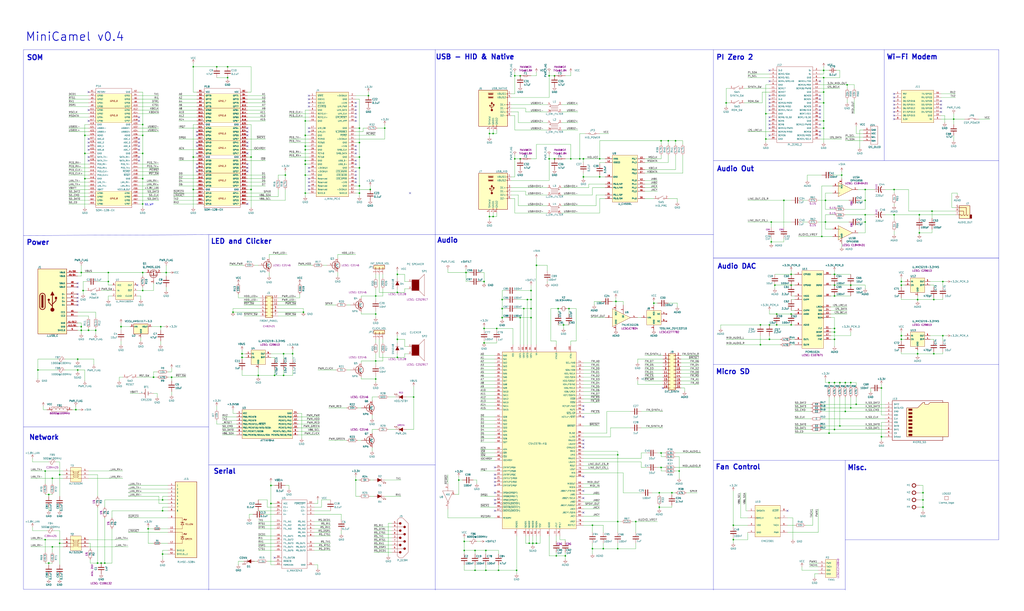
<source format=kicad_sch>
(kicad_sch (version 20250114) (generator "eeschema") (generator_version "9.0")
  (paper "User" 720 429.997)
  (title_block (title "MiniCamel") (date "2024-06-18") (rev "0.1") (company "Matt Schultz") (comment 1 "Based on TinyLlama 2 by Eivind Bøhler"))
  (lib_symbols
    (symbol "Connector:AudioJack3"
      (property "Reference" "J" (at 0 8.89 0))
      (property "Value" "AudioJack3" (at 0 6.35 0))
      (symbol "AudioJack3_1_1"
        (pin passive line (at 5.08 2.54 180) (length 2.54) (name "~") (number "S"))
        (pin passive line (at 5.08 0 180) (length 2.54) (name "~") (number "R"))
        (pin passive line (at 5.08 -2.54 180) (length 2.54) (name "~") (number "T"))
      )
    )
    (symbol "Connector_Generic:Conn_01x03" (pin_names (offset 1.016) (hide yes))
      (property "Reference" "J" (at 0 5.08 0))
      (property "Value" "Conn_01x03" (at 0 -5.08 0))
      (symbol "Conn_01x03_1_1"
        (pin passive line (at -5.08 2.54 0) (length 3.81) (name "Pin_1") (number "1"))
        (pin passive line (at -5.08 0 0) (length 3.81) (name "Pin_2") (number "2"))
        (pin passive line (at -5.08 -2.54 0) (length 3.81) (name "Pin_3") (number "3"))
      )
    )
    (symbol "Connector_Generic:Conn_02x04_Counter_Clockwise" (pin_names (offset 1.016) (hide yes))
      (property "Reference" "J11" (at -0.508 5.842 0))
      (property "Value" "FRONT_PANEL" (at 1.016 -13.716 0))
      (property "LCSC" "C492421" (at 1.27 -17.526 0))
      (symbol "Conn_02x04_Counter_Clockwise_1_1"
        (pin passive line (at -5.08 2.54 0) (length 3.81) (name "Pin_1") (number "1"))
        (pin passive line (at -5.08 0 0) (length 3.81) (name "Pin_2") (number "2"))
        (pin passive line (at -5.08 -2.54 0) (length 3.81) (name "Pin_3") (number "3"))
        (pin passive line (at -5.08 -5.08 0) (length 3.81) (name "Pin_4") (number "4"))
        (pin passive line (at -5.08 -7.62 0) (length 3.81) (name "Pin_5") (number "5"))
        (pin passive line (at -5.08 -10.16 0) (length 3.81) (name "Pin_6") (number "6"))
        (pin passive line (at 7.62 2.54 180) (length 3.81) (name "Pin_12") (number "12"))
        (pin passive line (at 7.62 0 180) (length 3.81) (name "Pin_11") (number "11"))
        (pin passive line (at 7.62 -2.54 180) (length 3.81) (name "Pin_10") (number "10"))
        (pin passive line (at 7.62 -5.08 180) (length 3.81) (name "Pin_9") (number "9"))
        (pin passive line (at 7.62 -7.62 180) (length 3.81) (name "Pin_8") (number "8"))
        (pin passive line (at 7.62 -10.16 180) (length 3.81) (name "Pin_7") (number "7"))
      )
    )
    (symbol "Connector_Generic:Conn_02x10_Odd_Even" (pin_names (offset 1.016) (hide yes))
      (property "Reference" "J" (at 1.27 12.7 0))
      (property "Value" "Conn_02x10_Odd_Even" (at 1.27 -15.24 0))
      (symbol "Conn_02x10_Odd_Even_1_1"
        (pin passive line (at -5.08 10.16 0) (length 3.81) (name "Pin_1") (number "1"))
        (pin passive line (at -5.08 7.62 0) (length 3.81) (name "Pin_3") (number "3"))
        (pin passive line (at -5.08 5.08 0) (length 3.81) (name "Pin_5") (number "5"))
        (pin passive line (at -5.08 2.54 0) (length 3.81) (name "Pin_7") (number "7"))
        (pin passive line (at -5.08 0 0) (length 3.81) (name "Pin_9") (number "9"))
        (pin passive line (at -5.08 -2.54 0) (length 3.81) (name "Pin_11") (number "11"))
        (pin passive line (at -5.08 -5.08 0) (length 3.81) (name "Pin_13") (number "13"))
        (pin passive line (at -5.08 -7.62 0) (length 3.81) (name "Pin_15") (number "15"))
        (pin passive line (at -5.08 -10.16 0) (length 3.81) (name "Pin_17") (number "17"))
        (pin passive line (at -5.08 -12.7 0) (length 3.81) (name "Pin_19") (number "19"))
        (pin passive line (at 7.62 10.16 180) (length 3.81) (name "Pin_2") (number "2"))
        (pin passive line (at 7.62 7.62 180) (length 3.81) (name "Pin_4") (number "4"))
        (pin passive line (at 7.62 5.08 180) (length 3.81) (name "Pin_6") (number "6"))
        (pin passive line (at 7.62 2.54 180) (length 3.81) (name "Pin_8") (number "8"))
        (pin passive line (at 7.62 0 180) (length 3.81) (name "Pin_10") (number "10"))
        (pin passive line (at 7.62 -2.54 180) (length 3.81) (name "Pin_12") (number "12"))
        (pin passive line (at 7.62 -5.08 180) (length 3.81) (name "Pin_14") (number "14"))
        (pin passive line (at 7.62 -7.62 180) (length 3.81) (name "Pin_16") (number "16"))
        (pin passive line (at 7.62 -10.16 180) (length 3.81) (name "Pin_18") (number "18"))
        (pin passive line (at 7.62 -12.7 180) (length 3.81) (name "Pin_20") (number "20"))
      )
    )
    (symbol "Device:C_Small" (pin_numbers (hide yes)) (pin_names (offset 0.254) (hide yes))
      (property "Reference" "C" (at 0.254 1.778 0))
      (property "Value" "C_Small" (at 0.254 -2.032 0))
      (symbol "C_Small_1_1"
        (pin passive line (at 0 2.54 270) (length 2.032) (name "~") (number "1"))
        (pin passive line (at 0 -2.54 90) (length 2.032) (name "~") (number "2"))
      )
    )
    (symbol "Device:FerriteBead_Small" (pin_numbers (hide yes)) (pin_names (offset 0))
      (property "Reference" "FB" (at 1.905 1.27 0))
      (property "Value" "FerriteBead_Small" (at 1.905 -1.27 0))
      (symbol "FerriteBead_Small_1_1"
        (pin passive line (at 0 2.54 270) (length 1.27) (name "~") (number "1"))
        (pin passive line (at 0 -2.54 90) (length 1.27) (name "~") (number "2"))
      )
    )
    (symbol "Device:R_Small" (pin_numbers (hide yes)) (pin_names (offset 0.254) (hide yes))
      (property "Reference" "R" (at 0.762 0.508 0))
      (property "Value" "R_Small" (at 0.762 -1.016 0))
      (symbol "R_Small_1_1"
        (pin passive line (at 0 2.54 270) (length 0.762) (name "~") (number "1"))
        (pin passive line (at 0 -2.54 90) (length 0.762) (name "~") (number "2"))
      )
    )
    (symbol "J_USB_A_Stacked_C12049_1" (pin_names (offset 1.016))
      (property "Reference" "J" (at 0 15.875 0))
      (property "Value" "J_USB_A_Stacked_C12049_1" (at 0 13.97 0))
      (symbol "J_USB_A_Stacked_C12049_1_1_1"
        (pin passive line (at -5.08 -15.24 90) (length 2.54) (name "Shield") (number "S"))
        (pin power_in line (at -2.54 -15.24 90) (length 2.54) (name "GND1") (number "4"))
        (pin power_in line (at 0 -15.24 90) (length 2.54) (name "GND2") (number "8"))
        (pin power_in line (at 10.16 10.16 180) (length 2.54) (name "VBUS1") (number "1"))
        (pin power_in line (at 10.16 7.62 180) (length 2.54) (name "VBUS2") (number "5"))
        (pin bidirectional line (at 10.16 2.54 180) (length 2.54) (name "D1+") (number "3"))
        (pin bidirectional line (at 10.16 0 180) (length 2.54) (name "D1-") (number "2"))
        (pin bidirectional line (at 10.16 -2.54 180) (length 2.54) (name "D2+") (number "7"))
        (pin bidirectional line (at 10.16 -5.08 180) (length 2.54) (name "D2-") (number "6"))
      )
    )
    (symbol "Jumper:Jumper_2_Bridged" (pin_numbers (hide yes)) (pin_names (offset 0) (hide yes)) (exclude_from_sim yes)
      (property "Reference" "JP" (at 0 1.905 0))
      (property "Value" "Jumper_2_Bridged" (at 0 -2.54 0))
      (symbol "Jumper_2_Bridged_1_1"
        (pin passive line (at -5.08 0 0) (length 2.54) (name "A") (number "1"))
        (pin passive line (at 5.08 0 180) (length 2.54) (name "B") (number "2"))
      )
    )
    (symbol "Llama Library:J_WEMOS_D1_MINI" (pin_names (offset 1.016))
      (property "Reference" "J" (at -11.43 12.7 0))
      (property "Value" "J_WEMOS_D1_MINI" (at 0 -12.7 0))
      (symbol "J_WEMOS_D1_MINI_1_1"
        (pin bidirectional line (at -16.51 8.89 0) (length 5.08) (name "RST") (number "1"))
        (pin bidirectional line (at -16.51 6.35 0) (length 5.08) (name "A0") (number "2"))
        (pin bidirectional line (at -16.51 3.81 0) (length 5.08) (name "D0/GPIO16") (number "3"))
        (pin bidirectional line (at -16.51 1.27 0) (length 5.08) (name "D5/GPIO14") (number "4"))
        (pin bidirectional line (at -16.51 -1.27 0) (length 5.08) (name "D6/GPIO12") (number "5"))
        (pin bidirectional line (at -16.51 -3.81 0) (length 5.08) (name "D7/GPIO13") (number "6"))
        (pin bidirectional line (at -16.51 -6.35 0) (length 5.08) (name "D8/GPIO15") (number "7"))
        (pin power_out line (at -16.51 -8.89 0) (length 5.08) (name "3.3V") (number "8"))
        (pin bidirectional line (at 16.51 8.89 180) (length 5.08) (name "TX/GPIO1") (number "16"))
        (pin bidirectional line (at 16.51 6.35 180) (length 5.08) (name "RX/GPIO3") (number "15"))
        (pin bidirectional line (at 16.51 3.81 180) (length 5.08) (name "D1/GPIO5") (number "14"))
        (pin bidirectional line (at 16.51 1.27 180) (length 5.08) (name "D2/GPIO4") (number "13"))
        (pin bidirectional line (at 16.51 -1.27 180) (length 5.08) (name "D3/GPIO0") (number "12"))
        (pin bidirectional line (at 16.51 -3.81 180) (length 5.08) (name "D4/GPIO2") (number "11"))
        (pin power_in line (at 16.51 -6.35 180) (length 5.08) (name "GND") (number "10"))
        (pin power_in line (at 16.51 -8.89 180) (length 5.08) (name "5V") (number "9"))
      )
    )
    (symbol "R_0402_1" (pin_numbers (hide yes)) (pin_names (offset 0))
      (property "Reference" "R" (at -2.032 0 90))
      (property "Value" "R_0402" (at 3.048 0 90))
      (symbol "R_0402_1_1_1"
        (pin passive line (at 0 3.81 270) (length 1.27) (name "~") (number "1"))
        (pin passive line (at 0 -3.81 90) (length 1.27) (name "~") (number "2"))
      )
    )
    (symbol "R_0402_10" (pin_numbers (hide yes)) (pin_names (offset 0))
      (property "Reference" "R" (at -2.032 0 90))
      (property "Value" "R_0402" (at 3.048 0 90))
      (symbol "R_0402_10_1_1"
        (pin passive line (at 0 3.81 270) (length 1.27) (name "~") (number "1"))
        (pin passive line (at 0 -3.81 90) (length 1.27) (name "~") (number "2"))
      )
    )
    (symbol "R_0402_11" (pin_numbers (hide yes)) (pin_names (offset 0))
      (property "Reference" "R" (at -2.032 0 90))
      (property "Value" "R_0402" (at 3.048 0 90))
      (symbol "R_0402_11_1_1"
        (pin passive line (at 0 3.81 270) (length 1.27) (name "~") (number "1"))
        (pin passive line (at 0 -3.81 90) (length 1.27) (name "~") (number "2"))
      )
    )
    (symbol "R_0402_12" (pin_numbers (hide yes)) (pin_names (offset 0))
      (property "Reference" "R" (at -2.032 0 90))
      (property "Value" "R_0402" (at 3.048 0 90))
      (symbol "R_0402_12_1_1"
        (pin passive line (at 0 3.81 270) (length 1.27) (name "~") (number "1"))
        (pin passive line (at 0 -3.81 90) (length 1.27) (name "~") (number "2"))
      )
    )
    (symbol "R_0402_13" (pin_numbers (hide yes)) (pin_names (offset 0))
      (property "Reference" "R" (at -2.032 0 90))
      (property "Value" "R_0402" (at 3.048 0 90))
      (symbol "R_0402_13_1_1"
        (pin passive line (at 0 3.81 270) (length 1.27) (name "~") (number "1"))
        (pin passive line (at 0 -3.81 90) (length 1.27) (name "~") (number "2"))
      )
    )
    (symbol "R_0402_14" (pin_numbers (hide yes)) (pin_names (offset 0))
      (property "Reference" "R" (at -2.032 0 90))
      (property "Value" "R_0402" (at 3.048 0 90))
      (symbol "R_0402_14_1_1"
        (pin passive line (at 0 3.81 270) (length 1.27) (name "~") (number "1"))
        (pin passive line (at 0 -3.81 90) (length 1.27) (name "~") (number "2"))
      )
    )
    (symbol "R_0402_2" (pin_numbers (hide yes)) (pin_names (offset 0))
      (property "Reference" "R" (at -2.032 0 90))
      (property "Value" "R_0402" (at 3.048 0 90))
      (symbol "R_0402_2_1_1"
        (pin passive line (at 0 3.81 270) (length 1.27) (name "~") (number "1"))
        (pin passive line (at 0 -3.81 90) (length 1.27) (name "~") (number "2"))
      )
    )
    (symbol "R_0402_3" (pin_numbers (hide yes)) (pin_names (offset 0))
      (property "Reference" "R" (at -2.032 0 90))
      (property "Value" "R_0402" (at 3.048 0 90))
      (symbol "R_0402_3_1_1"
        (pin passive line (at 0 3.81 270) (length 1.27) (name "~") (number "1"))
        (pin passive line (at 0 -3.81 90) (length 1.27) (name "~") (number "2"))
      )
    )
    (symbol "R_0402_4" (pin_numbers (hide yes)) (pin_names (offset 0))
      (property "Reference" "R" (at -2.032 0 90))
      (property "Value" "R_0402" (at 3.048 0 90))
      (symbol "R_0402_4_1_1"
        (pin passive line (at 0 3.81 270) (length 1.27) (name "~") (number "1"))
        (pin passive line (at 0 -3.81 90) (length 1.27) (name "~") (number "2"))
      )
    )
    (symbol "R_0402_5" (pin_numbers (hide yes)) (pin_names (offset 0))
      (property "Reference" "R" (at -2.032 0 90))
      (property "Value" "R_0402" (at 3.048 0 90))
      (symbol "R_0402_5_1_1"
        (pin passive line (at 0 3.81 270) (length 1.27) (name "~") (number "1"))
        (pin passive line (at 0 -3.81 90) (length 1.27) (name "~") (number "2"))
      )
    )
    (symbol "R_0402_6" (pin_numbers (hide yes)) (pin_names (offset 0))
      (property "Reference" "R" (at -2.032 0 90))
      (property "Value" "R_0402" (at 3.048 0 90))
      (symbol "R_0402_6_1_1"
        (pin passive line (at 0 3.81 270) (length 1.27) (name "~") (number "1"))
        (pin passive line (at 0 -3.81 90) (length 1.27) (name "~") (number "2"))
      )
    )
    (symbol "R_0402_7" (pin_numbers (hide yes)) (pin_names (offset 0))
      (property "Reference" "R" (at -2.032 0 90))
      (property "Value" "R_0402" (at 3.048 0 90))
      (symbol "R_0402_7_1_1"
        (pin passive line (at 0 3.81 270) (length 1.27) (name "~") (number "1"))
        (pin passive line (at 0 -3.81 90) (length 1.27) (name "~") (number "2"))
      )
    )
    (symbol "R_0402_8" (pin_numbers (hide yes)) (pin_names (offset 0))
      (property "Reference" "R" (at -2.032 0 90))
      (property "Value" "R_0402" (at 3.048 0 90))
      (symbol "R_0402_8_1_1"
        (pin passive line (at 0 3.81 270) (length 1.27) (name "~") (number "1"))
        (pin passive line (at 0 -3.81 90) (length 1.27) (name "~") (number "2"))
      )
    )
    (symbol "R_0402_9" (pin_numbers (hide yes)) (pin_names (offset 0))
      (property "Reference" "R" (at -2.032 0 90))
      (property "Value" "R_0402" (at 3.048 0 90))
      (symbol "R_0402_9_1_1"
        (pin passive line (at 0 3.81 270) (length 1.27) (name "~") (number "1"))
        (pin passive line (at 0 -3.81 90) (length 1.27) (name "~") (number "2"))
      )
    )
    (symbol "SnipE Symbol Library:+3.3V" (power) (pin_names (offset 0))
      (property "Value" "+3.3V" (at -0.791 3.1749 90))
      (symbol "+3.3V_1_1"
        (pin power_in line (at 0 0 90) (length 0) (hide yes) (name "+3.3V") (number "1"))
      )
    )
    (symbol "SnipE Symbol Library:+3.3V_PCM_A" (power) (pin_names (offset 0))
      (property "Value" "+3.3V_PCM_A" (at 0 3.81 0))
      (symbol "+3.3V_PCM_A_1_1"
        (pin power_in line (at 0 0 90) (length 0) (hide yes) (name "+3.3V_PCM_A") (number "1"))
      )
    )
    (symbol "SnipE Symbol Library:+3.3V_PCM_D" (power) (pin_names (offset 0))
      (property "Value" "+3.3V_PCM_D" (at 0 3.81 0))
      (symbol "+3.3V_PCM_D_1_1"
        (pin power_in line (at 0 0 90) (length 0) (hide yes) (name "+3.3V_PCM_D") (number "1"))
      )
    )
    (symbol "SnipE Symbol Library:AGND" (power) (pin_names (offset 0))
      (property "Value" "AGND" (at 0 -3.81 0))
      (symbol "AGND_1_1"
        (pin power_in line (at 0 0 270) (length 0) (hide yes) (name "GND") (number "1"))
      )
    )
    (symbol "SnipE Symbol Library:CP" (pin_numbers (hide yes)) (pin_names (offset 1.016))
      (property "Reference" "C" (at 2.54 1.27 0))
      (property "Value" "CP" (at 2.54 -1.27 0))
      (symbol "CP_1_1"
        (pin passive line (at 0 3.81 270) (length 2.794) (name "~") (number "1"))
        (pin passive line (at 0 -3.81 90) (length 3.302) (name "~") (number "2"))
      )
    )
    (symbol "SnipE Symbol Library:CS4237B-KQ_LITE"
      (property "Value" "CS4237B-KQ" (at -15.748 -2.286 0))
      (symbol "CS4237B-KQ_LITE_1_1"
        (pin input line (at -45.72 59.69 0) (length 5.08) (name "SA0") (number "25"))
        (pin input line (at -45.72 57.15 0) (length 5.08) (name "SA1") (number "26"))
        (pin input line (at -45.72 54.61 0) (length 5.08) (name "SA2") (number "27"))
        (pin input line (at -45.72 52.07 0) (length 5.08) (name "SA3") (number "28"))
        (pin input line (at -45.72 49.53 0) (length 5.08) (name "SA4") (number "29"))
        (pin input line (at -45.72 46.99 0) (length 5.08) (name "SA5") (number "30"))
        (pin input line (at -45.72 44.45 0) (length 5.08) (name "SA6") (number "31"))
        (pin input line (at -45.72 41.91 0) (length 5.08) (name "SA7") (number "32"))
        (pin input line (at -45.72 39.37 0) (length 5.08) (name "SA8") (number "33"))
        (pin input line (at -45.72 36.83 0) (length 5.08) (name "SA9") (number "34"))
        (pin input line (at -45.72 34.29 0) (length 5.08) (name "SA10") (number "35"))
        (pin input line (at -45.72 31.75 0) (length 5.08) (name "SA11") (number "36"))
        (pin input line (at -45.72 29.21 0) (length 5.08) (name "SA12") (number "94"))
        (pin input line (at -45.72 26.67 0) (length 5.08) (name "SA13") (number "93"))
        (pin input line (at -45.72 24.13 0) (length 5.08) (name "SA14") (number "92"))
        (pin input line (at -45.72 21.59 0) (length 5.08) (name "SA15") (number "91"))
        (pin bidirectional line (at -45.72 16.51 0) (length 5.08) (name "SD0") (number "41"))
        (pin bidirectional line (at -45.72 13.97 0) (length 5.08) (name "SD1") (number "42"))
        (pin bidirectional line (at -45.72 11.43 0) (length 5.08) (name "SD2") (number "43"))
        (pin bidirectional line (at -45.72 8.89 0) (length 5.08) (name "SD3") (number "44"))
        (pin bidirectional line (at -45.72 6.35 0) (length 5.08) (name "SD4") (number "47"))
        (pin bidirectional line (at -45.72 3.81 0) (length 5.08) (name "SD5") (number "48"))
        (pin bidirectional line (at -45.72 1.27 0) (length 5.08) (name "SD6") (number "49"))
        (pin bidirectional line (at -45.72 -1.27 0) (length 5.08) (name "SD7") (number "50"))
        (pin input line (at -45.72 -6.35 0) (length 5.08) (name "AEN") (number "39"))
        (pin input inverted (at -45.72 -8.89 0) (length 5.08) (name "~{IOR}") (number "37"))
        (pin input inverted (at -45.72 -11.43 0) (length 5.08) (name "~{IOW}") (number "38"))
        (pin output line (at -45.72 -13.97 0) (length 5.08) (name "IOCHRDY") (number "40"))
        (pin output line (at -45.72 -19.05 0) (length 5.08) (name "(INT5*)IRQA") (number "24"))
        (pin output line (at -45.72 -21.59 0) (length 5.08) (name "(INT7*)IRQB") (number "23"))
        (pin output line (at -45.72 -24.13 0) (length 5.08) (name "(INT9*)IRQC") (number "22"))
        (pin output line (at -45.72 -26.67 0) (length 5.08) (name "(INT11*)IRQD") (number "21"))
        (pin output line (at -45.72 -29.21 0) (length 5.08) (name "(INT12*)IRQE") (number "20"))
        (pin output line (at -45.72 -31.75 0) (length 5.08) (name "(INT15*)IRQF") (number "19"))
        (pin output line (at -45.72 -36.83 0) (length 5.08) (name "DRQA(DRQ0*)") (number "55"))
        (pin output line (at -45.72 -39.37 0) (length 5.08) (name "DRQB(DRQ1*)") (number "51"))
        (pin output line (at -45.72 -41.91 0) (length 5.08) (name "DRQC(DRQ3*)") (number "52"))
        (pin input inverted (at -45.72 -44.45 0) (length 5.08) (name "~{DACKA}(~{DACK0}*)") (number "58"))
        (pin input inverted (at -45.72 -46.99 0) (length 5.08) (name "~{DACKB}(~{DACK1}*)") (number "56"))
        (pin input inverted (at -45.72 -49.53 0) (length 5.08) (name "~{DACKC}(~{DACK3}*)") (number "57"))
        (pin passive line (at -45.72 -54.61 0) (length 5.08) (name "RESDRV") (number "90"))
        (pin power_in line (at -33.02 67.31 270) (length 5.08) (name "VD1") (number "45"))
        (pin power_in line (at -30.48 -67.31 90) (length 5.08) (name "DGND1") (number "46"))
        (pin power_in line (at -27.94 67.31 270) (length 5.08) (name "VDF1") (number "17"))
        (pin power_in line (at -25.4 67.31 270) (length 5.08) (name "VDF2") (number "65"))
        (pin power_in line (at -24.13 -67.31 90) (length 5.08) (name "SGND1") (number "18"))
        (pin power_in line (at -22.86 67.31 270) (length 5.08) (name "VDF3") (number "98"))
        (pin power_in line (at -21.59 -67.31 90) (length 5.08) (name "SGND2") (number "66"))
        (pin power_in line (at -20.32 67.31 270) (length 5.08) (name "VDF4") (number "54"))
        (pin power_in line (at -19.05 -67.31 90) (length 5.08) (name "SGND3") (number "97"))
        (pin passive line (at -16.51 67.31 270) (length 5.08) (name "VA") (number "81"))
        (pin power_in line (at -16.51 -67.31 90) (length 5.08) (name "SGND4") (number "53"))
        (pin passive line (at -13.97 -67.31 90) (length 5.08) (name "TEST") (number "71"))
        (pin passive line (at -7.62 -67.31 90) (length 5.08) (name "AGND") (number "80"))
        (pin passive line (at -2.54 67.31 270) (length 5.08) (name "XTALO") (number "99"))
        (pin passive line (at -2.54 -67.31 90) (length 5.08) (name "LFILT") (number "77"))
        (pin passive line (at 0 -67.31 90) (length 5.08) (name "RFILT") (number "76"))
        (pin passive line (at 7.62 67.31 270) (length 5.08) (name "XTALI") (number "100"))
        (pin passive line (at 16.51 54.61 180) (length 5.08) (name "SCL/XA0") (number "14"))
        (pin passive line (at 16.51 52.07 180) (length 5.08) (name "XA1") (number "13"))
        (pin passive line (at 16.51 49.53 180) (length 5.08) (name "SDA/XD0") (number "8"))
        (pin passive line (at 16.51 46.99 180) (length 5.08) (name "XD1/SCLK") (number "7"))
        (pin passive line (at 16.51 44.45 180) (length 5.08) (name "XD2/SDIN") (number "6"))
        (pin passive line (at 16.51 41.91 180) (length 5.08) (name "XD3/SDOUT") (number "5"))
        (pin passive line (at 16.51 39.37 180) (length 5.08) (name "XD4/FSYNC") (number "4"))
        (pin passive line (at 16.51 36.83 180) (length 5.08) (name "XD5/MCLK") (number "3"))
        (pin passive line (at 16.51 34.29 180) (length 5.08) (name "XD6/LRCK") (number "2"))
        (pin passive line (at 16.51 31.75 180) (length 5.08) (name "XD7/SDATA") (number "1"))
        (pin passive line (at 16.51 29.21 180) (length 5.08) (name "~{XIOR}") (number "10"))
        (pin passive line (at 16.51 26.67 180) (length 5.08) (name "~{XIOW}") (number "11"))
        (pin passive line (at 16.51 24.13 180) (length 5.08) (name "XCTL0*/XA2") (number "12"))
        (pin passive line (at 16.51 21.59 180) (length 5.08) (name "MUTE") (number "95"))
        (pin passive line (at 16.51 19.05 180) (length 5.08) (name "~{SCS}/~{UP}") (number "9"))
        (pin passive line (at 16.51 16.51 180) (length 5.08) (name "XCTL1*/~{SINT}") (number "16"))
        (pin input line (at 16.51 10.16 180) (length 5.08) (name "~{BRESET}") (number "15"))
        (pin input line (at 16.51 5.08 180) (length 5.08) (name "RLINE") (number "86"))
        (pin input line (at 16.51 2.54 180) (length 5.08) (name "LLINE") (number "87"))
        (pin passive line (at 16.51 0 180) (length 5.08) (name "RAUX2") (number "84"))
        (pin passive line (at 16.51 -2.54 180) (length 5.08) (name "LAUX2") (number "85"))
        (pin passive line (at 16.51 -5.08 180) (length 5.08) (name "CMAUX2") (number "96"))
        (pin passive line (at 16.51 -7.62 180) (length 5.08) (name "RMIC") (number "82"))
        (pin passive line (at 16.51 -10.16 180) (length 5.08) (name "LMIC") (number "83"))
        (pin passive line (at 16.51 -12.7 180) (length 5.08) (name "RAUX1") (number "74"))
        (pin passive line (at 16.51 -15.24 180) (length 5.08) (name "LAUX1") (number "75"))
        (pin output line (at 16.51 -17.78 180) (length 5.08) (name "ROUT") (number "72"))
        (pin output line (at 16.51 -20.32 180) (length 5.08) (name "LOUT") (number "73"))
        (pin input line (at 16.51 -22.86 180) (length 5.08) (name "MIN") (number "88"))
        (pin output line (at 16.51 -25.4 180) (length 5.08) (name "MOUT") (number "89"))
        (pin output line (at 16.51 -30.48 180) (length 5.08) (name "MIDOUT") (number "60"))
        (pin input line (at 16.51 -33.02 180) (length 5.08) (name "MIDIN") (number "59"))
        (pin passive line (at 16.51 -35.56 180) (length 5.08) (name "JBB1*/FSYNC") (number "69"))
        (pin passive line (at 16.51 -38.1 180) (length 5.08) (name "JAB1") (number "70"))
        (pin passive line (at 16.51 -40.64 180) (length 5.08) (name "JBB2*/SCLK") (number "62"))
        (pin passive line (at 16.51 -43.18 180) (length 5.08) (name "JAB2") (number "61"))
        (pin passive line (at 16.51 -45.72 180) (length 5.08) (name "JBCX*/SDOUT") (number "67"))
        (pin passive line (at 16.51 -48.26 180) (length 5.08) (name "JACX") (number "68"))
        (pin passive line (at 16.51 -50.8 180) (length 5.08) (name "JBCY*/SDIN") (number "64"))
        (pin passive line (at 16.51 -53.34 180) (length 5.08) (name "JACY") (number "63"))
        (pin passive line (at 16.51 -57.15 180) (length 5.08) (name "VREF") (number "78"))
        (pin passive line (at 16.51 -59.69 180) (length 5.08) (name "REFFLT") (number "79"))
      )
    )
    (symbol "SnipE Symbol Library:C_0402" (pin_numbers (hide yes)) (pin_names (offset 1.016))
      (property "Reference" "C" (at 0.508 2.286 0))
      (property "Value" "C_0402" (at 0.762 -2.794 0))
      (symbol "C_0402_1_1"
        (pin passive line (at 0 3.81 270) (length 2.794) (name "~") (number "1"))
        (pin passive line (at 0 -3.81 90) (length 2.794) (name "~") (number "2"))
      )
    )
    (symbol "SnipE Symbol Library:C_0603" (pin_numbers (hide yes)) (pin_names (offset 1.016))
      (property "Reference" "C" (at 0.508 2.286 0))
      (property "Value" "C_0603" (at 0.762 -2.794 0))
      (symbol "C_0603_1_1"
        (pin passive line (at 0 3.81 270) (length 2.794) (name "~") (number "1"))
        (pin passive line (at 0 -3.81 90) (length 2.794) (name "~") (number "2"))
      )
    )
    (symbol "SnipE Symbol Library:C_0805" (pin_numbers (hide yes)) (pin_names (offset 1.016))
      (property "Reference" "C" (at 0.508 2.286 0))
      (property "Value" "C_0805" (at 0.762 -2.794 0))
      (symbol "C_0805_1_1"
        (pin passive line (at 0 3.81 270) (length 2.794) (name "~") (number "1"))
        (pin passive line (at 0 -3.81 90) (length 2.794) (name "~") (number "2"))
      )
    )
    (symbol "SnipE Symbol Library:FerriteBead_Small" (pin_numbers (hide yes)) (pin_names (offset 0))
      (property "Reference" "FB3" (at 1.27 2.54 90))
      (property "Value" "100Ω@100MHz" (at -2.794 0.254 90))
      (symbol "FerriteBead_Small_1_1"
        (pin passive line (at 0 2.54 270) (length 1.27) (name "~") (number "1"))
        (pin passive line (at 0 -2.54 90) (length 1.27) (name "~") (number "2"))
      )
    )
    (symbol "SnipE Symbol Library:GND" (power) (pin_numbers (hide yes)) (pin_names (offset 0) (hide yes))
      (property "Value" "GND" (at 0 -5.08 0))
      (symbol "GND_1_1"
        (pin power_in line (at 0 0 270) (length 0) (name "~") (number "1"))
      )
    )
    (symbol "SnipE Symbol Library:H_HOLE" (pin_numbers (hide yes)) (pin_names (offset 1.016) (hide yes))
      (property "Reference" "H4" (at 0.2835 5.207 90))
      (symbol "H_HOLE_1_1"
        (pin passive line (at 0 -3.81 90) (length 2.54) (name "1") (number "1"))
      )
    )
    (symbol "SnipE Symbol Library:J_FAN_HEADER"
      (property "Reference" "P2" (at -3.81 6.35 0))
      (property "Value" "FAN1" (at -2.032 -9.144 0))
      (property "LCSC" "C240840" (at 5.08 -1.27 90) (show_name))
      (symbol "J_FAN_HEADER_1_1"
        (pin input line (at -8.89 2.54 0) (length 5.08) (name "PWM") (number "4"))
        (pin output line (at -8.89 0 0) (length 5.08) (name "TACH") (number "3"))
        (pin power_in line (at -8.89 -2.54 0) (length 5.08) (name "VDD") (number "2"))
        (pin power_in line (at -8.89 -5.08 0) (length 5.08) (name "GND") (number "1"))
      )
    )
    (symbol "SnipE Symbol Library:J_Micro_SD_TF01A" (pin_names (offset 1.016))
      (property "Reference" "J" (at -16.51 11.43 0))
      (property "Value" "J_Micro_SD_TF01A" (at 16.51 11.43 0))
      (symbol "J_Micro_SD_TF01A_1_1"
        (pin bidirectional line (at -24.13 7.62 0) (length 5.08) (name "DAT2") (number "1"))
        (pin bidirectional line (at -24.13 5.08 0) (length 5.08) (name "DAT3/CD") (number "2"))
        (pin input line (at -24.13 2.54 0) (length 5.08) (name "CMD") (number "3"))
        (pin power_in line (at -24.13 0 0) (length 5.08) (name "VDD") (number "4"))
        (pin input line (at -24.13 -2.54 0) (length 5.08) (name "CLK") (number "5"))
        (pin power_in line (at -24.13 -5.08 0) (length 5.08) (name "VSS") (number "6"))
        (pin bidirectional line (at -24.13 -7.62 0) (length 5.08) (name "DAT0") (number "7"))
        (pin bidirectional line (at -24.13 -10.16 0) (length 5.08) (name "DAT1") (number "8"))
        (pin output line (at -24.13 -12.7 0) (length 5.08) (name "CD") (number "9"))
        (pin passive line (at -24.13 -15.24 0) (length 5.08) (name "Shield") (number "S"))
      )
    )
    (symbol "SnipE Symbol Library:J_TOSLINK_ZGY133T10"
      (property "Reference" "J8" (at -5.08 6.35 0))
      (property "Value" "J_TOSLINK_ZGY133T10" (at 3.81 -7.62 0))
      (property "LCSC" "C277782" (at 3.81 -10.16 0) (show_name))
      (symbol "J_TOSLINK_ZGY133T10_1_1"
        (pin input line (at -8.89 0 0) (length 3.81) (name "VIN") (number "1"))
        (pin power_in line (at 0 8.89 270) (length 3.81) (name "VCC") (number "2"))
        (pin power_in line (at 0 -8.89 90) (length 3.81) (name "GND") (number "3"))
        (pin no_connect line (at 8.89 2.54 180) (length 3.81) (name "NC") (number "4"))
        (pin no_connect line (at 8.89 -2.54 180) (length 3.81) (name "NC") (number "5"))
      )
    )
    (symbol "SnipE Symbol Library:Llama_logo" (pin_names (offset 1.016))
      (property "Reference" "LOGO2" (at 0 3.175 0))
      (property "Value" "Llama_logo" (at 0 -3.175 0))
    )
    (symbol "SnipE Symbol Library:PWR_FLAG" (power) (pin_numbers (hide yes)) (pin_names (offset 0) (hide yes))
      (property "Value" "PWR_FLAG" (at 0 3.81 0))
      (symbol "PWR_FLAG_0_0"
        (pin power_out line (at 0 0 90) (length 0) (name "pwr") (number "1"))
      )
    )
    (symbol "SnipE Symbol Library:RJHSE-5384" (pin_names (offset 1.016))
      (property "Reference" "J" (at -7.62 26.67 0))
      (property "Value" "RJHSE-5384" (at -7.62 -29.21 0))
      (symbol "RJHSE-5384_0_0"
        (text "YELLOW" (at -0.762 -3.81 0) (effects (font (size 1.016 1.016)) (justify left top)))
        (text "GREEN" (at -0.762 -14.224 0) (effects (font (size 1.016 1.016)) (justify left top)))
        (pin passive line (at -12.7 22.86 0) (length 5.08) (name "1") (number "1"))
        (pin passive line (at -12.7 20.32 0) (length 5.08) (name "2") (number "2"))
        (pin passive line (at -12.7 17.78 0) (length 5.08) (name "3") (number "3"))
        (pin passive line (at -12.7 15.24 0) (length 5.08) (name "4") (number "4"))
        (pin passive line (at -12.7 12.7 0) (length 5.08) (name "5") (number "5"))
        (pin passive line (at -12.7 10.16 0) (length 5.08) (name "6") (number "6"))
        (pin passive line (at -12.7 7.62 0) (length 5.08) (name "7") (number "7"))
        (pin passive line (at -12.7 5.08 0) (length 5.08) (name "8") (number "8"))
        (pin passive line (at -12.7 0 0) (length 5.08) (name "~") (number "9"))
        (pin passive line (at -12.7 -7.62 0) (length 5.08) (name "~") (number "10"))
        (pin passive line (at -12.7 -10.16 0) (length 5.08) (name "~") (number "11"))
        (pin passive line (at -12.7 -17.78 0) (length 5.08) (name "~") (number "12"))
        (pin passive line (at -12.7 -22.86 0) (length 5.08) (name "SHIELD") (number "S1"))
        (pin passive line (at -12.7 -25.4 0) (length 5.08) (name "SHIELD__1") (number "S2"))
      )
    )
    (symbol "SnipE Symbol Library:R_0402" (pin_numbers (hide yes)) (pin_names (offset 0))
      (property "Reference" "R" (at -2.032 0 90))
      (property "Value" "R_0402" (at 0.762 0 90))
      (symbol "R_0402_1_1"
        (pin passive line (at 0 3.81 270) (length 1.27) (name "~") (number "1"))
        (pin passive line (at 0 -3.81 90) (length 1.27) (name "~") (number "2"))
      )
    )
    (symbol "SnipE Symbol Library:R_0603" (pin_numbers (hide yes)) (pin_names (offset 0))
      (property "Reference" "R" (at -2.032 0 90))
      (property "Value" "R_0603" (at 3.048 0 90))
      (symbol "R_0603_1_1"
        (pin passive line (at 0 3.81 270) (length 1.27) (name "~") (number "1"))
        (pin passive line (at 0 -3.81 90) (length 1.27) (name "~") (number "2"))
      )
    )
    (symbol "SnipE Symbol Library:SGND" (power) (pin_numbers (hide yes)) (pin_names (offset 0) (hide yes))
      (property "Value" "SGND" (at 0 -3.81 0))
      (symbol "SGND_1_1"
        (pin power_in line (at 0 0 270) (length 0) (name "~") (number "1"))
      )
    )
    (symbol "SnipE Symbol Library:U_74LVC1G04" (pin_names (offset 1.016))
      (property "Reference" "U8" (at 1.749 -3.2512 90))
      (symbol "U_74LVC1G04_1_1"
        (pin input line (at -7.62 0 0) (length 5.08) (name "~") (number "2"))
        (pin no_connect line (at -2.54 3.81 270) (length 0) (hide yes) (name "NC") (number "1"))
        (pin power_in line (at -2.54 -3.81 90) (length 0) (hide yes) (name "GND") (number "3"))
        (pin power_in line (at 0 5.08 270) (length 2.54) (name "VCC") (number "5"))
        (pin output inverted (at 10.16 0 180) (length 5.08) (name "~") (number "4"))
      )
    )
    (symbol "SnipE Symbol Library:U_74LVC1G126"
      (property "Reference" "U6" (at 2.54 3.81 0))
      (property "Value" "U_74LVC1G126" (at -1.27 -5.08 0))
      (property "LCSC" "C7834" (at -1.27 -7.62 0) (show_name))
      (symbol "U_74LVC1G126_1_1"
        (pin input line (at -12.7 0 0) (length 5.08) (name "~") (number "2"))
        (pin power_in line (at -5.08 8.89 270) (length 3.81) (name "VCC") (number "5"))
        (pin power_in line (at -5.08 -8.89 90) (length 3.81) (name "GND") (number "3"))
        (pin input line (at 0 8.89 270) (length 6.35) (name "OE") (number "1"))
        (pin tri_state line (at 10.16 0 180) (length 5.08) (name "~") (number "4"))
      )
    )
    (symbol "SnipE Symbol Library:U_EMC2301" (pin_names (offset 1.016))
      (property "Reference" "U10" (at -8.89 16.51 0))
      (property "Value" "EMC2301" (at 0 -11.176 0))
      (symbol "U_EMC2301_0_0"
        (pin bidirectional line (at -13.97 10.16 0) (length 5.08) (name "SMDATA") (number "1"))
        (pin input clock (at -13.97 5.08 0) (length 5.08) (name "SMCLK") (number "2"))
        (pin power_in line (at -13.97 0 0) (length 5.08) (name "VDD") (number "3"))
      )
      (symbol "U_EMC2301_1_0"
        (pin input line (at -13.97 -5.08 0) (length 5.08) (name "GND") (number "4"))
        (pin output line (at 13.97 10.16 180) (length 5.08) (name "~{ALERT}") (number "8"))
        (pin input clock (at 13.97 5.08 180) (length 5.08) (name "CLK") (number "7"))
        (pin input line (at 13.97 0 180) (length 5.08) (name "TACH") (number "6"))
        (pin output line (at 13.97 -5.08 180) (length 5.08) (name "PWM") (number "5"))
      )
    )
    (symbol "SnipE Symbol Library:U_PCM5102APW" (pin_names (offset 1.016))
      (property "Reference" "U11" (at -7.62 21.59 0))
      (property "Value" "PCM5102A" (at -0.254 -36.83 0))
      (property "LCSC" "C107671" (at -0.254 -39.116 0) (show_name))
      (symbol "U_PCM5102APW_0_0"
        (pin power_in line (at -12.7 17.78 0) (length 5.08) (name "CPVDD") (number "1"))
        (pin power_in line (at -12.7 10.16 0) (length 5.08) (name "CPGND") (number "3"))
        (pin output line (at -12.7 2.54 0) (length 5.08) (name "VNEG") (number "5"))
        (pin passive line (at -12.7 0 0) (length 5.08) (name "CAPP") (number "2"))
        (pin passive line (at -12.7 -7.62 0) (length 5.08) (name "CAPM") (number "4"))
        (pin power_in line (at -12.7 -10.16 0) (length 5.08) (name "AVDD") (number "8"))
        (pin power_in line (at -12.7 -17.78 0) (length 5.08) (name "AGND") (number "9"))
        (pin output line (at -12.7 -27.94 0) (length 5.08) (name "OUTL") (number "6"))
        (pin output line (at -12.7 -31.75 0) (length 5.08) (name "OUTR") (number "7"))
        (pin power_in line (at 12.7 17.78 180) (length 5.08) (name "DVDD") (number "20"))
        (pin power_in line (at 12.7 10.16 180) (length 5.08) (name "DGND") (number "19"))
        (pin input clock (at 12.7 -5.08 180) (length 5.08) (name "LRCK") (number "15"))
        (pin input line (at 12.7 -7.62 180) (length 5.08) (name "DIN") (number "14"))
        (pin input clock (at 12.7 -10.16 180) (length 5.08) (name "BCK") (number "13"))
        (pin input clock (at 12.7 -12.7 180) (length 5.08) (name "SCK") (number "12"))
        (pin input line (at 12.7 -20.32 180) (length 5.08) (name "FLT") (number "11"))
        (pin input line (at 12.7 -22.86 180) (length 5.08) (name "DEMP") (number "10"))
        (pin input line (at 12.7 -25.4 180) (length 5.08) (name "XSMT") (number "17"))
        (pin input line (at 12.7 -27.94 180) (length 5.08) (name "FMT") (number "16"))
      )
      (symbol "U_PCM5102APW_1_0"
        (pin passive line (at 12.7 2.54 180) (length 5.08) (name "LDOO") (number "18"))
      )
    )
    (symbol "SnipE Symbol Library:VCC" (power) (pin_names (offset 0))
      (property "Value" "VCC" (at 0 3.556 0))
      (symbol "VCC_1_1"
        (pin power_in line (at 0 0 90) (length 0) (hide yes) (name "VCC") (number "1"))
      )
    )
    (symbol "SnipE Symbol Library:X" (pin_numbers (hide yes)) (pin_names (offset 1.016) (hide yes))
      (property "Reference" "X1" (at 0 7.874 0))
      (property "Value" "16.9344MHz" (at 0 5.842 0))
      (symbol "X_1_1"
        (pin passive line (at -2.54 0 0) (length 1.27) (name "~") (number "1"))
        (pin passive line (at 2.54 0 180) (length 1.27) (name "~") (number "2"))
      )
    )
    (symbol "Switch:SW_SPST" (pin_names (offset 0) (hide yes))
      (property "Reference" "SW" (at 0 3.175 0))
      (property "Value" "SW_SPST" (at 0 -2.54 0))
      (symbol "SW_SPST_1_1"
        (pin passive line (at -5.08 0 0) (length 2.54) (name "A") (number "1"))
        (pin passive line (at 5.08 0 180) (length 2.54) (name "B") (number "2"))
      )
    )
    (symbol "llama_shared:+3.3VSB" (power) (pin_names (offset 0))
      (property "Value" "+3.3VSB" (at 0 3.81 0))
      (symbol "+3.3VSB_1_1"
        (pin power_in line (at 0 0 90) (length 0) (hide yes) (name "+3.3VSB") (number "1"))
      )
    )
    (symbol "llama_shared:+3.3V_PCM_A" (power) (pin_names (offset 0))
      (property "Value" "+3.3V_PCM_A" (at 0 3.81 0))
      (symbol "+3.3V_PCM_A_1_1"
        (pin power_in line (at 0 0 90) (length 0) (hide yes) (name "+3.3V_PCM_A") (number "1"))
      )
    )
    (symbol "llama_shared:+3.3V_PCM_D" (power) (pin_names (offset 0))
      (property "Value" "+3.3V_PCM_D" (at 0 3.81 0))
      (symbol "+3.3V_PCM_D_1_1"
        (pin power_in line (at 0 0 90) (length 0) (hide yes) (name "+3.3V_PCM_D") (number "1"))
      )
    )
    (symbol "llama_shared:+5VA" (power) (pin_names (offset 0))
      (property "Value" "+5VA" (at 0 3.81 0))
      (symbol "+5VA_1_1"
        (pin power_in line (at 0 0 90) (length 0) (hide yes) (name "+5VA") (number "1"))
      )
    )
    (symbol "llama_shared:+5VFILT" (power) (pin_names (offset 0))
      (property "Value" "+5VFILT" (at 0 3.81 0))
      (symbol "+5VFILT_1_1"
        (pin power_in line (at 0 0 90) (length 0) (hide yes) (name "+5VFILT") (number "1"))
      )
    )
    (symbol "llama_shared:+5VSB" (power) (pin_names (offset 0))
      (property "Value" "+5VSB" (at 0 3.81 0))
      (symbol "+5VSB_1_1"
        (pin power_in line (at 0 0 90) (length 0) (hide yes) (name "+5VSB") (number "1"))
      )
    )
    (symbol "llama_shared:BT" (pin_numbers (hide yes)) (pin_names (offset 0))
      (property "Reference" "BT" (at -3.81 3.81 0))
      (property "Value" "BT" (at -3.81 -2.54 0))
      (symbol "BT_1_1"
        (pin power_out line (at 0 5.08 270) (length 3.81) (name "+") (number "1"))
        (pin passive line (at 0 -5.08 90) (length 3.81) (name "-") (number "2"))
      )
    )
    (symbol "llama_shared:C" (pin_numbers (hide yes)) (pin_names (offset 1.016))
      (property "Reference" "C" (at 2.54 -1.27 0))
      (property "Value" "C" (at 2.54 1.27 0))
      (symbol "C_1_1"
        (pin passive line (at 0 3.81 270) (length 2.794) (name "~") (number "1"))
        (pin passive line (at 0 -3.81 90) (length 2.794) (name "~") (number "2"))
      )
    )
    (symbol "llama_shared:D" (pin_numbers (hide yes)) (pin_names (offset 1.016) (hide yes))
      (property "Reference" "D" (at 0 2.54 0))
      (property "Value" "D" (at 0 -2.54 0))
      (symbol "D_1_1"
        (pin passive line (at -3.81 0 0) (length 2.54) (name "K") (number "1"))
        (pin passive line (at 3.81 0 180) (length 2.54) (name "A") (number "2"))
      )
    )
    (symbol "llama_shared:D_LED" (pin_numbers (hide yes)) (pin_names (offset 1.016) (hide yes))
      (property "Reference" "D" (at 0 2.54 0))
      (property "Value" "D_LED" (at 0 -3.81 0))
      (symbol "D_LED_1_1"
        (pin passive line (at -3.81 0 0) (length 2.54) (name "K") (number "1"))
        (pin passive line (at 3.81 0 180) (length 2.54) (name "A") (number "2"))
      )
    )
    (symbol "llama_shared:F" (pin_numbers (hide yes)) (pin_names (offset 1.016) (hide yes))
      (property "Reference" "F" (at 0 2.54 0))
      (property "Value" "F" (at 0 -2.54 0))
      (symbol "F_1_1"
        (pin passive line (at -3.81 0 0) (length 2.54) (name "~") (number "1"))
        (pin passive line (at 3.81 0 180) (length 2.54) (name "~") (number "2"))
      )
    )
    (symbol "llama_shared:FB" (pin_names (offset 1.016) (hide yes))
      (property "Reference" "FB" (at 0 3.81 0))
      (property "Value" "FB" (at 0 -2.54 0))
      (symbol "FB_1_1"
        (pin passive line (at -8.89 0 0) (length 3.81) (name "1") (number "1"))
        (pin passive line (at 8.89 0 180) (length 3.81) (name "2") (number "2"))
      )
    )
    (symbol "llama_shared:J_MINI_PCIE" (pin_names (offset 1.016))
      (property "Reference" "J2" (at -11.43 36.8595 0))
      (property "Value" "J_MINI_PCIE" (at 0 -39.5756 0))
      (symbol "J_MINI_PCIE_1_1"
        (pin open_collector line (at -16.51 33.02 0) (length 5.08) (name "~{WAKE}") (number "1"))
        (pin passive line (at -16.51 30.48 0) (length 5.08) (name "COEX1") (number "3"))
        (pin passive line (at -16.51 27.94 0) (length 5.08) (name "COEX2") (number "5"))
        (pin open_collector line (at -16.51 25.4 0) (length 5.08) (name "~{CLKREQ}") (number "7"))
        (pin passive line (at -16.51 22.86 0) (length 5.08) (name "GND") (number "9"))
        (pin input line (at -16.51 20.32 0) (length 5.08) (name "REFCLK-") (number "11"))
        (pin input line (at -16.51 17.78 0) (length 5.08) (name "REFCLK+") (number "13"))
        (pin passive line (at -16.51 15.24 0) (length 5.08) (name "GND") (number "15"))
        (pin passive line (at -16.51 10.16 0) (length 5.08) (name "UIM_C8") (number "17"))
        (pin passive line (at -16.51 7.62 0) (length 5.08) (name "UIM_C4") (number "19"))
        (pin passive line (at -16.51 5.08 0) (length 5.08) (name "GND") (number "21"))
        (pin output line (at -16.51 2.54 0) (length 5.08) (name "PERn0") (number "23"))
        (pin output line (at -16.51 0 0) (length 5.08) (name "PERp0") (number "25"))
        (pin passive line (at -16.51 -2.54 0) (length 5.08) (name "GND") (number "27"))
        (pin passive line (at -16.51 -5.08 0) (length 5.08) (name "GND") (number "29"))
        (pin input line (at -16.51 -7.62 0) (length 5.08) (name "PETn0") (number "31"))
        (pin input line (at -16.51 -10.16 0) (length 5.08) (name "PETp0") (number "33"))
        (pin passive line (at -16.51 -12.7 0) (length 5.08) (name "GND") (number "35"))
        (pin passive line (at -16.51 -15.24 0) (length 5.08) (name "GND") (number "37"))
        (pin power_in line (at -16.51 -17.78 0) (length 5.08) (name "+3V3AUX") (number "39"))
        (pin power_in line (at -16.51 -20.32 0) (length 5.08) (name "+3V3AUX") (number "41"))
        (pin passive line (at -16.51 -22.86 0) (length 5.08) (name "GND") (number "43"))
        (pin passive line (at -16.51 -25.4 0) (length 5.08) (name "Reserved") (number "45"))
        (pin passive line (at -16.51 -27.94 0) (length 5.08) (name "Reserved") (number "47"))
        (pin passive line (at -16.51 -30.48 0) (length 5.08) (name "Reserved") (number "49"))
        (pin passive line (at -16.51 -33.02 0) (length 5.08) (name "Reserved") (number "51"))
        (pin passive line (at -16.51 -35.56 0) (length 5.08) (name "SHIELD") (number "S1"))
        (pin power_in line (at 16.51 33.02 180) (length 5.08) (name "+3V3AUX") (number "2"))
        (pin power_in line (at 16.51 30.48 180) (length 5.08) (name "GND") (number "4"))
        (pin power_in line (at 16.51 27.94 180) (length 5.08) (name "+1V5") (number "6"))
        (pin power_out line (at 16.51 25.4 180) (length 5.08) (name "UIM_PWR") (number "8"))
        (pin bidirectional line (at 16.51 22.86 180) (length 5.08) (name "UIM_DATA") (number "10"))
        (pin output line (at 16.51 20.32 180) (length 5.08) (name "UIM_CLK") (number "12"))
        (pin output line (at 16.51 17.78 180) (length 5.08) (name "~{UIM_RESET}") (number "14"))
        (pin power_out line (at 16.51 15.24 180) (length 5.08) (name "UIM_VPP") (number "16"))
        (pin passive line (at 16.51 10.16 180) (length 5.08) (name "GND") (number "18"))
        (pin input line (at 16.51 7.62 180) (length 5.08) (name "~{W_DISABLE}") (number "20"))
        (pin input line (at 16.51 5.08 180) (length 5.08) (name "~{PERST}") (number "22"))
        (pin power_in line (at 16.51 2.54 180) (length 5.08) (name "+3V3AUX") (number "24"))
        (pin passive line (at 16.51 0 180) (length 5.08) (name "GND") (number "26"))
        (pin power_in line (at 16.51 -2.54 180) (length 5.08) (name "+1V5") (number "28"))
        (pin input line (at 16.51 -5.08 180) (length 5.08) (name "SMB_CLK") (number "30"))
        (pin bidirectional line (at 16.51 -7.62 180) (length 5.08) (name "SMB_DATA") (number "32"))
        (pin passive line (at 16.51 -10.16 180) (length 5.08) (name "GND") (number "34"))
        (pin bidirectional line (at 16.51 -12.7 180) (length 5.08) (name "USB_D-") (number "36"))
        (pin bidirectional line (at 16.51 -15.24 180) (length 5.08) (name "USB_D+") (number "38"))
        (pin passive line (at 16.51 -17.78 180) (length 5.08) (name "GND") (number "40"))
        (pin open_collector line (at 16.51 -20.32 180) (length 5.08) (name "~{LED_WWAN}") (number "42"))
        (pin open_collector line (at 16.51 -22.86 180) (length 5.08) (name "~{LED_WLAN}") (number "44"))
        (pin open_collector line (at 16.51 -25.4 180) (length 5.08) (name "~{LED_WPAN}") (number "46"))
        (pin power_in line (at 16.51 -27.94 180) (length 5.08) (name "+1V5") (number "48"))
        (pin passive line (at 16.51 -30.48 180) (length 5.08) (name "GND") (number "50"))
        (pin power_in line (at 16.51 -33.02 180) (length 5.08) (name "+3V3AUX") (number "52"))
        (pin passive line (at 16.51 -35.56 180) (length 5.08) (name "SHIELD") (number "S2"))
      )
    )
    (symbol "llama_shared:J_PI_ZERO" (pin_names (offset 1.016))
      (property "Reference" "J" (at -11.43 27.94 0))
      (property "Value" "J_PI_ZERO" (at 0 -27.94 0))
      (symbol "J_PI_ZERO_1_1"
        (pin passive line (at -17.78 24.13 0) (length 5.08) (name "3v3") (number "1"))
        (pin passive line (at -17.78 21.59 0) (length 5.08) (name "BCM2/SDA") (number "3"))
        (pin passive line (at -17.78 19.05 0) (length 5.08) (name "BCM3/SCL") (number "5"))
        (pin passive line (at -17.78 16.51 0) (length 5.08) (name "BCM4/GPCLK0") (number "7"))
        (pin passive line (at -17.78 13.97 0) (length 5.08) (name "GND") (number "9"))
        (pin passive line (at -17.78 11.43 0) (length 5.08) (name "BCM17") (number "11"))
        (pin passive line (at -17.78 8.89 0) (length 5.08) (name "BCM27") (number "13"))
        (pin passive line (at -17.78 6.35 0) (length 5.08) (name "BCM22") (number "15"))
        (pin passive line (at -17.78 3.81 0) (length 5.08) (name "3v3") (number "17"))
        (pin passive line (at -17.78 1.27 0) (length 5.08) (name "BCM10/MOSI") (number "19"))
        (pin passive line (at -17.78 -1.27 0) (length 5.08) (name "BCM9/MISO") (number "21"))
        (pin passive line (at -17.78 -3.81 0) (length 5.08) (name "BCM11/SCLK") (number "23"))
        (pin passive line (at -17.78 -6.35 0) (length 5.08) (name "GND") (number "25"))
        (pin passive line (at -17.78 -8.89 0) (length 5.08) (name "BCM0/ID_SD") (number "27"))
        (pin passive line (at -17.78 -11.43 0) (length 5.08) (name "BCM5") (number "29"))
        (pin passive line (at -17.78 -13.97 0) (length 5.08) (name "BCM6") (number "31"))
        (pin passive line (at -17.78 -16.51 0) (length 5.08) (name "BCM13/PWM1") (number "33"))
        (pin passive line (at -17.78 -19.05 0) (length 5.08) (name "BCM19/MISO") (number "35"))
        (pin passive line (at -17.78 -21.59 0) (length 5.08) (name "BCM26") (number "37"))
        (pin passive line (at -17.78 -24.13 0) (length 5.08) (name "GND") (number "39"))
        (pin passive line (at 17.78 24.13 180) (length 5.08) (name "5v") (number "2"))
        (pin passive line (at 17.78 21.59 180) (length 5.08) (name "5v") (number "4"))
        (pin passive line (at 17.78 19.05 180) (length 5.08) (name "GND") (number "6"))
        (pin passive line (at 17.78 16.51 180) (length 5.08) (name "BCM14/TDX") (number "8"))
        (pin passive line (at 17.78 13.97 180) (length 5.08) (name "BCM15/RDX") (number "10"))
        (pin passive line (at 17.78 11.43 180) (length 5.08) (name "BCM18/PWM0") (number "12"))
        (pin passive line (at 17.78 8.89 180) (length 5.08) (name "GND") (number "14"))
        (pin passive line (at 17.78 6.35 180) (length 5.08) (name "BCM23") (number "16"))
        (pin passive line (at 17.78 3.81 180) (length 5.08) (name "BCM24") (number "18"))
        (pin passive line (at 17.78 1.27 180) (length 5.08) (name "GND") (number "20"))
        (pin passive line (at 17.78 -1.27 180) (length 5.08) (name "BCM25") (number "22"))
        (pin passive line (at 17.78 -3.81 180) (length 5.08) (name "BCM8/CE0") (number "24"))
        (pin passive line (at 17.78 -6.35 180) (length 5.08) (name "BCM7/CE1") (number "26"))
        (pin passive line (at 17.78 -8.89 180) (length 5.08) (name "BCM1/ID_SC") (number "28"))
        (pin passive line (at 17.78 -11.43 180) (length 5.08) (name "GND") (number "30"))
        (pin passive line (at 17.78 -13.97 180) (length 5.08) (name "BCM12/PWM0") (number "32"))
        (pin passive line (at 17.78 -16.51 180) (length 5.08) (name "GND") (number "34"))
        (pin passive line (at 17.78 -19.05 180) (length 5.08) (name "BCM16") (number "36"))
        (pin passive line (at 17.78 -21.59 180) (length 5.08) (name "BCM20/MOSI") (number "38"))
        (pin passive line (at 17.78 -24.13 180) (length 5.08) (name "BCM21/SCLK") (number "40"))
      )
    )
    (symbol "llama_shared:J_USB_A_Stacked_C12049" (pin_names (offset 1.016))
      (property "Reference" "J" (at 0 15.875 0))
      (property "Value" "J_USB_A_Stacked_C12049" (at 0 13.97 0))
      (symbol "J_USB_A_Stacked_C12049_1_1"
        (pin passive line (at -5.08 -15.24 90) (length 2.54) (name "Shield") (number "S"))
        (pin power_in line (at -2.54 -15.24 90) (length 2.54) (name "GND1") (number "4"))
        (pin power_in line (at 0 -15.24 90) (length 2.54) (name "GND2") (number "8"))
        (pin power_in line (at 10.16 10.16 180) (length 2.54) (name "VBUS1") (number "1"))
        (pin power_in line (at 10.16 7.62 180) (length 2.54) (name "VBUS2") (number "5"))
        (pin bidirectional line (at 10.16 2.54 180) (length 2.54) (name "D1+") (number "3"))
        (pin bidirectional line (at 10.16 0 180) (length 2.54) (name "D1-") (number "2"))
        (pin bidirectional line (at 10.16 -2.54 180) (length 2.54) (name "D2+") (number "7"))
        (pin bidirectional line (at 10.16 -5.08 180) (length 2.54) (name "D2-") (number "6"))
      )
    )
    (symbol "llama_shared:J_USB_C" (pin_names (offset 1.016))
      (property "Reference" "J" (at -10.16 24.13 0))
      (property "Value" "J_USB_C" (at 0 -24.13 0))
      (symbol "J_USB_C_1_1"
        (pin passive line (at 17.78 20.32 180) (length 7.62) (name "VBUS") (number "A4/B9"))
        (pin passive line (at 17.78 17.78 180) (length 7.62) (name "VBUS") (number "A9/B4"))
        (pin bidirectional line (at 17.78 12.7 180) (length 7.62) (name "SBU1") (number "A8"))
        (pin bidirectional line (at 17.78 10.16 180) (length 7.62) (name "SBU2") (number "B8"))
        (pin bidirectional line (at 17.78 5.08 180) (length 7.62) (name "D-") (number "A7"))
        (pin bidirectional line (at 17.78 2.54 180) (length 7.62) (name "D-") (number "B7"))
        (pin bidirectional line (at 17.78 0 180) (length 7.62) (name "D+") (number "A6"))
        (pin bidirectional line (at 17.78 -2.54 180) (length 7.62) (name "D+") (number "B6"))
        (pin bidirectional line (at 17.78 -7.62 180) (length 7.62) (name "CC1") (number "A5"))
        (pin bidirectional line (at 17.78 -10.16 180) (length 7.62) (name "CC2") (number "B5"))
        (pin passive line (at 17.78 -15.24 180) (length 7.62) (name "GND") (number "A1/B12"))
        (pin passive line (at 17.78 -17.78 180) (length 7.62) (name "GND") (number "A12/B1"))
        (pin passive line (at 17.78 -20.32 180) (length 7.62) (name "SHIELD") (number "S"))
      )
    )
    (symbol "llama_shared:L_EMI_FILTER" (pin_names (offset 1.016))
      (property "Reference" "L" (at 0 5.08 0))
      (property "Value" "L_EMI_FILTER" (at 0 -5.08 0))
      (symbol "L_EMI_FILTER_1_1"
        (pin passive line (at -5.08 2.54 0) (length 2.54) (name "~") (number "1"))
        (pin passive line (at -5.08 -2.54 0) (length 2.54) (name "~") (number "4"))
        (pin passive line (at 5.08 2.54 180) (length 2.54) (name "~") (number "2"))
        (pin passive line (at 5.08 -2.54 180) (length 2.54) (name "~") (number "3"))
      )
    )
    (symbol "llama_shared:PWR_FLAG" (power) (pin_numbers (hide yes)) (pin_names (offset 0) (hide yes))
      (property "Value" "PWR_FLAG" (at 0 3.81 0))
      (symbol "PWR_FLAG_0_0"
        (pin power_out line (at 0 0 90) (length 0) (name "pwr") (number "1"))
      )
    )
    (symbol "llama_shared:P_091OLED"
      (property "Reference" "P" (at -2.54 7.62 0))
      (property "Value" "P_091OLED" (at 0 -7.62 0))
      (symbol "P_091OLED_1_1"
        (pin power_in line (at -7.62 3.81 0) (length 5.08) (name "GND") (number "1"))
        (pin power_in line (at -7.62 1.27 0) (length 5.08) (name "VCC") (number "2"))
        (pin input line (at -7.62 -1.27 0) (length 5.08) (name "SCL") (number "3"))
        (pin input line (at -7.62 -3.81 0) (length 5.08) (name "SDA") (number "4"))
      )
    )
    (symbol "llama_shared:P_DE9M" (pin_names (offset 0.0254))
      (property "Reference" "P" (at 0 15.24 0))
      (property "Value" "P_DE9M" (at 0 -15.24 0))
      (symbol "P_DE9M_1_1"
        (pin passive line (at -7.62 10.16 0) (length 3.81) (name "~") (number "5"))
        (pin passive line (at -7.62 7.62 0) (length 3.81) (name "~") (number "9"))
        (pin passive line (at -7.62 5.08 0) (length 3.81) (name "~") (number "4"))
        (pin passive line (at -7.62 2.54 0) (length 3.81) (name "~") (number "8"))
        (pin passive line (at -7.62 0 0) (length 3.81) (name "~") (number "3"))
        (pin passive line (at -7.62 -2.54 0) (length 3.81) (name "~") (number "7"))
        (pin passive line (at -7.62 -5.08 0) (length 3.81) (name "~") (number "2"))
        (pin passive line (at -7.62 -7.62 0) (length 3.81) (name "~") (number "6"))
        (pin passive line (at -7.62 -10.16 0) (length 3.81) (name "~") (number "1"))
        (pin power_in line (at 3.81 10.16 270) (length 0) (hide yes) (name "GND") (number "10"))
        (pin power_in line (at 3.81 -10.16 90) (length 0) (hide yes) (name "GND") (number "11"))
      )
    )
    (symbol "llama_shared:P_SOM-128-EX" (pin_names (offset 1.016))
      (property "Reference" "P" (at -11.43 43.18 0))
      (property "Value" "P_SOM-128-EX" (at 0 -43.18 0))
      (symbol "P_SOM-128-EX_1_0"
        (text "GPIO_0" (at 0 33.02 0) (effects (font (size 1.016 1.016) (italic yes))))
        (text "GPIO_9" (at 0 22.86 0) (effects (font (size 1.016 1.016) (italic yes))))
        (text "GPIO_8" (at 0 -35.56 0) (effects (font (size 1.016 1.016) (italic yes))))
      )
      (symbol "P_SOM-128-EX_1_1"
        (pin passive line (at -17.78 39.37 0) (length 5.08) (name "RSTDRV") (number "A1"))
        (pin passive line (at -17.78 36.83 0) (length 5.08) (name "GP00") (number "A3"))
        (pin passive line (at -17.78 34.29 0) (length 5.08) (name "GP02") (number "A5"))
        (pin passive line (at -17.78 31.75 0) (length 5.08) (name "GP04") (number "A7"))
        (pin passive line (at -17.78 29.21 0) (length 5.08) (name "GP06") (number "A9"))
        (pin passive line (at -17.78 26.67 0) (length 5.08) (name "GP90") (number "A11"))
        (pin passive line (at -17.78 24.13 0) (length 5.08) (name "GP92") (number "A13"))
        (pin passive line (at -17.78 21.59 0) (length 5.08) (name "GP94") (number "A15"))
        (pin passive line (at -17.78 19.05 0) (length 5.08) (name "GP96") (number "A17"))
        (pin passive line (at -17.78 16.51 0) (length 5.08) (name "GND") (number "A19"))
        (pin passive line (at -17.78 13.97 0) (length 5.08) (name "USBD1-") (number "A21"))
        (pin passive line (at -17.78 11.43 0) (length 5.08) (name "USBD1+") (number "A23"))
        (pin passive line (at -17.78 8.89 0) (length 5.08) (name "AGND") (number "A25"))
        (pin passive line (at -17.78 6.35 0) (length 5.08) (name "ADC_0") (number "A27"))
        (pin passive line (at -17.78 3.81 0) (length 5.08) (name "ADC_2") (number "A29"))
        (pin passive line (at -17.78 1.27 0) (length 5.08) (name "ADC_4") (number "A31"))
        (pin passive line (at -17.78 -1.27 0) (length 5.08) (name "ADC_6") (number "A33"))
        (pin passive line (at -17.78 -3.81 0) (length 5.08) (name "GND") (number "A35"))
        (pin passive line (at -17.78 -6.35 0) (length 5.08) (name "SATA_TX-") (number "A37"))
        (pin passive line (at -17.78 -8.89 0) (length 5.08) (name "SATA_TX+") (number "A39"))
        (pin passive line (at -17.78 -11.43 0) (length 5.08) (name "PE0_RX-") (number "A41"))
        (pin passive line (at -17.78 -13.97 0) (length 5.08) (name "PE0_RX+") (number "A43"))
        (pin passive line (at -17.78 -16.51 0) (length 5.08) (name "PE0_CLK-") (number "A45"))
        (pin passive line (at -17.78 -19.05 0) (length 5.08) (name "PE0_CLK+") (number "A47"))
        (pin passive line (at -17.78 -21.59 0) (length 5.08) (name "GND") (number "A49"))
        (pin passive line (at -17.78 -24.13 0) (length 5.08) (name "LAN_TX-") (number "A51"))
        (pin passive line (at -17.78 -26.67 0) (length 5.08) (name "LAN_TX+") (number "A53"))
        (pin passive line (at -17.78 -29.21 0) (length 5.08) (name "VBATT") (number "A55"))
        (pin passive line (at -17.78 -31.75 0) (length 5.08) (name "GP80") (number "A57"))
        (pin passive line (at -17.78 -34.29 0) (length 5.08) (name "GP82") (number "A59"))
        (pin passive line (at -17.78 -36.83 0) (length 5.08) (name "GP84") (number "A61"))
        (pin passive line (at -17.78 -39.37 0) (length 5.08) (name "GP86") (number "A63"))
        (pin passive line (at 17.78 39.37 180) (length 5.08) (name "GND") (number "A2"))
        (pin passive line (at 17.78 36.83 180) (length 5.08) (name "GP01") (number "A4"))
        (pin passive line (at 17.78 34.29 180) (length 5.08) (name "GP03") (number "A6"))
        (pin passive line (at 17.78 31.75 180) (length 5.08) (name "GP05") (number "A8"))
        (pin passive line (at 17.78 29.21 180) (length 5.08) (name "GP07") (number "A10"))
        (pin passive line (at 17.78 26.67 180) (length 5.08) (name "GP91") (number "A12"))
        (pin passive line (at 17.78 24.13 180) (length 5.08) (name "GP93") (number "A14"))
        (pin passive line (at 17.78 21.59 180) (length 5.08) (name "GP95") (number "A16"))
        (pin passive line (at 17.78 19.05 180) (length 5.08) (name "GP97") (number "A18"))
        (pin passive line (at 17.78 16.51 180) (length 5.08) (name "GND") (number "A20"))
        (pin passive line (at 17.78 13.97 180) (length 5.08) (name "USBD2-") (number "A22"))
        (pin passive line (at 17.78 11.43 180) (length 5.08) (name "USBD2+") (number "A24"))
        (pin passive line (at 17.78 8.89 180) (length 5.08) (name "AGND") (number "A26"))
        (pin passive line (at 17.78 6.35 180) (length 5.08) (name "ADC_1") (number "A28"))
        (pin passive line (at 17.78 3.81 180) (length 5.08) (name "ADC_3") (number "A30"))
        (pin passive line (at 17.78 1.27 180) (length 5.08) (name "ADC_5") (number "A32"))
        (pin passive line (at 17.78 -1.27 180) (length 5.08) (name "ADC_7") (number "A34"))
        (pin passive line (at 17.78 -3.81 180) (length 5.08) (name "GND") (number "A36"))
        (pin passive line (at 17.78 -6.35 180) (length 5.08) (name "SATA_RX-") (number "A38"))
        (pin passive line (at 17.78 -8.89 180) (length 5.08) (name "SATA_RX+") (number "A40"))
        (pin passive line (at 17.78 -11.43 180) (length 5.08) (name "PE0_TX-") (number "A42"))
        (pin passive line (at 17.78 -13.97 180) (length 5.08) (name "PE0_TX+") (number "A44"))
        (pin passive line (at 17.78 -16.51 180) (length 5.08) (name "~{PCIRST}") (number "A46"))
        (pin passive line (at 17.78 -19.05 180) (length 5.08) (name "~{RESET}") (number "A48"))
        (pin passive line (at 17.78 -21.59 180) (length 5.08) (name "GND") (number "A50"))
        (pin passive line (at 17.78 -24.13 180) (length 5.08) (name "LAN_RX-") (number "A52"))
        (pin passive line (at 17.78 -26.67 180) (length 5.08) (name "LAN_RX+") (number "A54"))
        (pin passive line (at 17.78 -29.21 180) (length 5.08) (name "VCC1.8_OUT") (number "A56"))
        (pin passive line (at 17.78 -31.75 180) (length 5.08) (name "GP81") (number "A58"))
        (pin passive line (at 17.78 -34.29 180) (length 5.08) (name "GP83") (number "A60"))
        (pin passive line (at 17.78 -36.83 180) (length 5.08) (name "GP85") (number "A62"))
        (pin passive line (at 17.78 -39.37 180) (length 5.08) (name "GP87") (number "A64"))
      )
      (symbol "P_SOM-128-EX_2_0"
        (text "GPIO_7" (at 0 33.02 0) (effects (font (size 1.016 1.016) (italic yes))))
      )
      (symbol "P_SOM-128-EX_2_1"
        (text "GPIO_6" (at 0 22.86 0) (effects (font (size 1.016 1.016) (italic yes))))
        (text "GPIO_5" (at 0 10.16 0) (effects (font (size 1.016 1.016) (italic yes))))
        (text "GPIO_4" (at 0 0 0) (effects (font (size 1.016 1.016) (italic yes))))
        (text "GPIO_3" (at 0 -12.7 0) (effects (font (size 1.016 1.016) (italic yes))))
        (text "GPIO_2" (at 0 -22.86 0) (effects (font (size 1.016 1.016) (italic yes))))
        (text "GPIO_1" (at 0 -35.56 0) (effects (font (size 1.016 1.016) (italic yes))))
        (pin passive line (at -17.78 39.37 0) (length 5.08) (name "VCC") (number "B1"))
        (pin passive line (at -17.78 36.83 0) (length 5.08) (name "GP70") (number "B3"))
        (pin passive line (at -17.78 34.29 0) (length 5.08) (name "GP72") (number "B5"))
        (pin passive line (at -17.78 31.75 0) (length 5.08) (name "GP74") (number "B7"))
        (pin passive line (at -17.78 29.21 0) (length 5.08) (name "GP76") (number "B9"))
        (pin passive line (at -17.78 26.67 0) (length 5.08) (name "GP60") (number "B11"))
        (pin passive line (at -17.78 24.13 0) (length 5.08) (name "GP62") (number "B13"))
        (pin passive line (at -17.78 21.59 0) (length 5.08) (name "GP64") (number "B15"))
        (pin passive line (at -17.78 19.05 0) (length 5.08) (name "GP66") (number "B17"))
        (pin passive line (at -17.78 16.51 0) (length 5.08) (name "GND") (number "B19"))
        (pin passive line (at -17.78 13.97 0) (length 5.08) (name "GP50") (number "B21"))
        (pin passive line (at -17.78 11.43 0) (length 5.08) (name "GP52") (number "B23"))
        (pin passive line (at -17.78 8.89 0) (length 5.08) (name "GP54") (number "B25"))
        (pin passive line (at -17.78 6.35 0) (length 5.08) (name "GP56") (number "B27"))
        (pin passive line (at -17.78 3.81 0) (length 5.08) (name "GP40") (number "B29"))
        (pin passive line (at -17.78 1.27 0) (length 5.08) (name "GP42") (number "B31"))
        (pin passive line (at -17.78 -1.27 0) (length 5.08) (name "GP44") (number "B33"))
        (pin passive line (at -17.78 -3.81 0) (length 5.08) (name "GP46") (number "B35"))
        (pin passive line (at -17.78 -6.35 0) (length 5.08) (name "GND") (number "B37"))
        (pin passive line (at -17.78 -8.89 0) (length 5.08) (name "GP30") (number "B39"))
        (pin passive line (at -17.78 -11.43 0) (length 5.08) (name "GP32") (number "B41"))
        (pin passive line (at -17.78 -13.97 0) (length 5.08) (name "GP34") (number "B43"))
        (pin passive line (at -17.78 -16.51 0) (length 5.08) (name "GP36") (number "B45"))
        (pin passive line (at -17.78 -19.05 0) (length 5.08) (name "GP20") (number "B47"))
        (pin passive line (at -17.78 -21.59 0) (length 5.08) (name "GP22") (number "B49"))
        (pin passive line (at -17.78 -24.13 0) (length 5.08) (name "GP24") (number "B51"))
        (pin passive line (at -17.78 -26.67 0) (length 5.08) (name "GP26") (number "B53"))
        (pin passive line (at -17.78 -29.21 0) (length 5.08) (name "GND") (number "B55"))
        (pin passive line (at -17.78 -31.75 0) (length 5.08) (name "GP10") (number "B57"))
        (pin passive line (at -17.78 -34.29 0) (length 5.08) (name "GP12") (number "B59"))
        (pin passive line (at -17.78 -36.83 0) (length 5.08) (name "GP14") (number "B61"))
        (pin passive line (at -17.78 -39.37 0) (length 5.08) (name "GP16") (number "B63"))
        (pin passive line (at 17.78 39.37 180) (length 5.08) (name "VCC") (number "B2"))
        (pin passive line (at 17.78 36.83 180) (length 5.08) (name "GP71") (number "B4"))
        (pin passive line (at 17.78 34.29 180) (length 5.08) (name "GP73") (number "B6"))
        (pin passive line (at 17.78 31.75 180) (length 5.08) (name "GP75") (number "B8"))
        (pin passive line (at 17.78 29.21 180) (length 5.08) (name "GP77") (number "B10"))
        (pin passive line (at 17.78 26.67 180) (length 5.08) (name "GP61") (number "B12"))
        (pin passive line (at 17.78 24.13 180) (length 5.08) (name "GP63") (number "B14"))
        (pin passive line (at 17.78 21.59 180) (length 5.08) (name "GP65") (number "B16"))
        (pin passive line (at 17.78 19.05 180) (length 5.08) (name "GP67") (number "B18"))
        (pin passive line (at 17.78 16.51 180) (length 5.08) (name "GND") (number "B20"))
        (pin passive line (at 17.78 13.97 180) (length 5.08) (name "GP51") (number "B22"))
        (pin passive line (at 17.78 11.43 180) (length 5.08) (name "GP53") (number "B24"))
        (pin passive line (at 17.78 8.89 180) (length 5.08) (name "GP55") (number "B26"))
        (pin passive line (at 17.78 6.35 180) (length 5.08) (name "GP57") (number "B28"))
        (pin passive line (at 17.78 3.81 180) (length 5.08) (name "GP41") (number "B30"))
        (pin passive line (at 17.78 1.27 180) (length 5.08) (name "GP43") (number "B32"))
        (pin passive line (at 17.78 -1.27 180) (length 5.08) (name "GP45") (number "B34"))
        (pin passive line (at 17.78 -3.81 180) (length 5.08) (name "GP47") (number "B36"))
        (pin passive line (at 17.78 -6.35 180) (length 5.08) (name "GND") (number "B38"))
        (pin passive line (at 17.78 -8.89 180) (length 5.08) (name "GP31") (number "B40"))
        (pin passive line (at 17.78 -11.43 180) (length 5.08) (name "GP33") (number "B42"))
        (pin passive line (at 17.78 -13.97 180) (length 5.08) (name "GP35") (number "B44"))
        (pin passive line (at 17.78 -16.51 180) (length 5.08) (name "GP37") (number "B46"))
        (pin passive line (at 17.78 -19.05 180) (length 5.08) (name "GP21") (number "B48"))
        (pin passive line (at 17.78 -21.59 180) (length 5.08) (name "GP23") (number "B50"))
        (pin passive line (at 17.78 -24.13 180) (length 5.08) (name "GP25") (number "B52"))
        (pin passive line (at 17.78 -26.67 180) (length 5.08) (name "GP27") (number "B54"))
        (pin passive line (at 17.78 -29.21 180) (length 5.08) (name "GND") (number "B56"))
        (pin passive line (at 17.78 -31.75 180) (length 5.08) (name "GP11") (number "B58"))
        (pin passive line (at 17.78 -34.29 180) (length 5.08) (name "GP13") (number "B60"))
        (pin passive line (at 17.78 -36.83 180) (length 5.08) (name "GP15") (number "B62"))
        (pin passive line (at 17.78 -39.37 180) (length 5.08) (name "GP17") (number "B64"))
      )
    )
    (symbol "llama_shared:Q_NPN_BEC" (pin_names (offset 1.016))
      (property "Reference" "Q" (at -2.54 3.81 0))
      (property "Value" "Q_NPN_BEC" (at 6.35 -3.81 0))
      (symbol "Q_NPN_BEC_1_1"
        (pin input line (at -6.35 0 0) (length 5.08) (name "B") (number "1"))
        (pin passive line (at 1.27 5.08 270) (length 2.54) (name "C") (number "3"))
        (pin passive line (at 1.27 -5.08 90) (length 2.54) (name "E") (number "2"))
      )
    )
    (symbol "llama_shared:Q_PMOS_GDS" (pin_names (hide yes))
      (property "Reference" "Q" (at 5.08 1.27 0))
      (property "Value" "Q_PMOS_GDS" (at 5.08 -1.27 0))
      (symbol "Q_PMOS_GDS_1_1"
        (pin input line (at -5.08 0 0) (length 2.54) (name "G") (number "1"))
        (pin passive line (at 2.54 5.08 270) (length 2.54) (name "D") (number "2"))
        (pin passive line (at 2.54 -5.08 90) (length 2.54) (name "S") (number "3"))
      )
    )
    (symbol "llama_shared:R" (pin_numbers (hide yes)) (pin_names (offset 0))
      (property "Reference" "R" (at 1.27 1.27 0))
      (property "Value" "R" (at 1.27 -1.27 0))
      (symbol "R_1_1"
        (pin passive line (at 0 3.81 270) (length 1.27) (name "~") (number "1"))
        (pin passive line (at 0 -3.81 90) (length 1.27) (name "~") (number "2"))
      )
    )
    (symbol "llama_shared:SP" (pin_names (offset 1.016))
      (property "Reference" "SP" (at 0 5.08 0))
      (property "Value" "SP" (at 0 -7.62 0))
      (symbol "SP_1_1"
        (pin passive line (at -5.08 2.54 0) (length 2.54) (name "~") (number "1"))
        (pin passive line (at -5.08 -2.54 0) (length 2.54) (name "~") (number "2"))
      )
    )
    (symbol "llama_shared:U_AMS1117-3.3" (pin_names (offset 0.254))
      (property "Reference" "U" (at -3.81 3.175 0))
      (property "Value" "U_AMS1117-3.3" (at 1.27 -6.35 0))
      (symbol "U_AMS1117-3.3_1_1"
        (pin power_in line (at -7.62 0 0) (length 2.54) (name "VIN") (number "3"))
        (pin power_in line (at 0 -7.62 90) (length 2.54) (name "GND") (number "1"))
        (pin power_out line (at 7.62 0 180) (length 2.54) (name "VOUT") (number "2"))
      )
    )
    (symbol "llama_shared:U_ATTINY84A"
      (property "Reference" "U" (at -17.78 7.62 0))
      (property "Value" "U_ATTINY84A" (at 0 -15.24 0))
      (symbol "U_ATTINY84A_0_0"
        (text "" (at -15.24 1.27 0) (effects (font (size 1.27 1.27))))
      )
      (symbol "U_ATTINY84A_1_1"
        (pin power_in line (at -21.59 3.81 0) (length 3.81) (name "VCC") (number "1"))
        (pin bidirectional line (at -21.59 1.27 0) (length 3.81) (name "PB0/PCINT8") (number "2"))
        (pin bidirectional line (at -21.59 -1.27 0) (length 3.81) (name "PB1/PCINT9") (number "3"))
        (pin bidirectional line (at -21.59 -3.81 0) (length 3.81) (name "PB3/PCINT11/~{RESET}") (number "4"))
        (pin bidirectional line (at -21.59 -6.35 0) (length 3.81) (name "PB2/PCINT10/INT0/OC0A") (number "5"))
        (pin bidirectional line (at -21.59 -8.89 0) (length 3.81) (name "PA7/PCINT7/OC0B") (number "6"))
        (pin bidirectional line (at -21.59 -11.43 0) (length 3.81) (name "PA6/PCINT6/OCA1A/SDA") (number "7"))
        (pin power_in line (at 21.59 3.81 180) (length 3.81) (name "GND") (number "14"))
        (pin bidirectional line (at 21.59 1.27 180) (length 3.81) (name "PCINT0/PA0") (number "13"))
        (pin bidirectional line (at 21.59 -1.27 180) (length 3.81) (name "PCINT1/PA1") (number "12"))
        (pin bidirectional line (at 21.59 -3.81 180) (length 3.81) (name "PCINT2/PA2") (number "11"))
        (pin bidirectional line (at 21.59 -6.35 180) (length 3.81) (name "PCINT3/PA3") (number "10"))
        (pin bidirectional line (at 21.59 -8.89 180) (length 3.81) (name "PCINT4/SCL/PA4") (number "9"))
        (pin bidirectional line (at 21.59 -11.43 180) (length 3.81) (name "PCINT5/OC1B/PA5") (number "8"))
      )
    )
    (symbol "llama_shared:U_CH559L"
      (property "Reference" "U" (at -8.89 17.78 0))
      (property "Value" "U_CH559L" (at 0 -17.78 0))
      (symbol "U_CH559L_1_1"
        (pin passive line (at -13.97 13.97 0) (length 5.08) (name "VIN5") (number "41"))
        (pin passive line (at -13.97 11.43 0) (length 5.08) (name "VDD33") (number "42"))
        (pin passive line (at -13.97 1.27 0) (length 5.08) (name "GND") (number "18"))
        (pin passive line (at -13.97 -3.81 0) (length 5.08) (name "P5.5/HP") (number "29"))
        (pin passive line (at -13.97 -6.35 0) (length 5.08) (name "P5.4/HM") (number "30"))
        (pin passive line (at -13.97 -11.43 0) (length 5.08) (name "P5.1/DP") (number "31"))
        (pin passive line (at -13.97 -13.97 0) (length 5.08) (name "P5.0/DM") (number "32"))
        (pin passive line (at 13.97 13.97 180) (length 5.08) (name "P3.7") (number "13"))
        (pin passive line (at 13.97 11.43 180) (length 5.08) (name "P4.3") (number "14"))
        (pin passive line (at 13.97 6.35 180) (length 5.08) (name "P0.5") (number "35"))
        (pin passive line (at 13.97 3.81 180) (length 5.08) (name "P0.3") (number "37"))
        (pin passive line (at 13.97 -1.27 180) (length 5.08) (name "P1.0") (number "43"))
        (pin passive line (at 13.97 -3.81 180) (length 5.08) (name "P1.1") (number "44"))
        (pin passive line (at 13.97 -6.35 180) (length 5.08) (name "P1.2") (number "45"))
        (pin passive line (at 13.97 -8.89 180) (length 5.08) (name "P1.3") (number "46"))
        (pin passive line (at 13.97 -13.97 180) (length 5.08) (name "P4.6") (number "16"))
      )
    )
    (symbol "llama_shared:U_MAX16054" (pin_names (offset 1.016))
      (property "Reference" "U" (at -5.08 7.62 0))
      (property "Value" "U_MAX16054" (at 0 -7.62 0))
      (symbol "U_MAX16054_1_1"
        (pin power_in line (at -8.89 3.81 0) (length 2.54) (name "VCC") (number "6"))
        (pin input line (at -8.89 0 0) (length 2.54) (name "IN") (number "1"))
        (pin power_in line (at -8.89 -3.81 0) (length 2.54) (name "GND") (number "2"))
        (pin output line (at 8.89 3.81 180) (length 2.54) (name "OUT") (number "5"))
        (pin output line (at 8.89 0 180) (length 2.54) (name "~{OUT}") (number "4"))
        (pin input line (at 8.89 -3.81 180) (length 2.54) (name "CLEAR") (number "3"))
      )
    )
    (symbol "llama_shared:U_MAX3243" (pin_names (offset 1.016))
      (property "Reference" "U" (at -7.62 22.86 0))
      (property "Value" "U_MAX3243" (at 0 -27.94 0))
      (symbol "U_MAX3243_1_1"
        (pin power_in line (at -13.97 19.05 0) (length 5.08) (name "VCC") (number "26"))
        (pin passive line (at -13.97 16.51 0) (length 5.08) (name "C1+") (number "28"))
        (pin passive line (at -13.97 13.97 0) (length 5.08) (name "C1-") (number "24"))
        (pin passive line (at -13.97 11.43 0) (length 5.08) (name "V+") (number "27"))
        (pin passive line (at -13.97 6.35 0) (length 5.08) (name "TTL_IN1") (number "14"))
        (pin passive line (at -13.97 3.81 0) (length 5.08) (name "TTL_IN2") (number "13"))
        (pin passive line (at -13.97 1.27 0) (length 5.08) (name "TTL_IN3") (number "12"))
        (pin passive line (at -13.97 -3.81 0) (length 5.08) (name "TTL_OUT1") (number "19"))
        (pin passive line (at -13.97 -6.35 0) (length 5.08) (name "TTL_OUT2") (number "18"))
        (pin passive line (at -13.97 -8.89 0) (length 5.08) (name "TTL_OUT3") (number "17"))
        (pin passive line (at -13.97 -11.43 0) (length 5.08) (name "TTL_OUT4") (number "16"))
        (pin passive line (at -13.97 -13.97 0) (length 5.08) (name "TTL_OUT5") (number "15"))
        (pin passive line (at -13.97 -19.05 0) (length 5.08) (name "TTL_OUT2B") (number "20"))
        (pin passive line (at -13.97 -21.59 0) (length 5.08) (name "~{INVALID}") (number "21"))
        (pin passive line (at -13.97 -24.13 0) (length 5.08) (name "FORCEON") (number "23"))
        (pin passive line (at 13.97 19.05 180) (length 5.08) (name "~{FORCEOFF}") (number "22"))
        (pin passive line (at 13.97 16.51 180) (length 5.08) (name "C2+") (number "1"))
        (pin passive line (at 13.97 13.97 180) (length 5.08) (name "C2-") (number "2"))
        (pin passive line (at 13.97 11.43 180) (length 5.08) (name "V-") (number "3"))
        (pin passive line (at 13.97 6.35 180) (length 5.08) (name "RS_IN1") (number "4"))
        (pin passive line (at 13.97 3.81 180) (length 5.08) (name "RS_IN2") (number "5"))
        (pin passive line (at 13.97 1.27 180) (length 5.08) (name "RS_IN3") (number "6"))
        (pin passive line (at 13.97 -1.27 180) (length 5.08) (name "RS_IN4") (number "7"))
        (pin passive line (at 13.97 -3.81 180) (length 5.08) (name "RS_IN5") (number "8"))
        (pin passive line (at 13.97 -8.89 180) (length 5.08) (name "RS_OUT1") (number "9"))
        (pin passive line (at 13.97 -11.43 180) (length 5.08) (name "RS_OUT2") (number "10"))
        (pin passive line (at 13.97 -13.97 180) (length 5.08) (name "RS_OUT3") (number "11"))
        (pin power_in line (at 13.97 -24.13 180) (length 5.08) (name "GND") (number "25"))
      )
    )
    (symbol "llama_shared:U_MIC5219-3.3YM5" (pin_names (offset 0.254))
      (property "Reference" "U" (at -5.08 6.35 0))
      (property "Value" "U_MIC5219-3.3YM5" (at 3.81 -7.62 0))
      (property "LCSC" "C29613" (at 3.81 -10.16 0) (show_name))
      (symbol "U_MIC5219-3.3YM5_1_1"
        (pin power_in line (at -8.89 2.54 0) (length 3.81) (name "IN") (number "1"))
        (pin input line (at -8.89 0 0) (length 3.81) (name "EN") (number "3"))
        (pin power_in line (at 0 -7.62 90) (length 2.54) (name "GND") (number "2"))
        (pin power_out line (at 8.89 2.54 180) (length 3.81) (name "OUT") (number "5"))
        (pin input line (at 8.89 0 180) (length 3.81) (name "BYP") (number "4"))
      )
    )
    (symbol "llama_shared:VCC_PI" (power) (pin_names (offset 0))
      (property "Value" "VCC_PI" (at 0 3.81 0))
      (symbol "VCC_PI_1_1"
        (pin power_in line (at 0 0 90) (length 0) (hide yes) (name "VCC_PI") (number "1"))
      )
    )
    (symbol "llamablaster:C" (pin_numbers (hide yes)) (pin_names (offset 1.016))
      (property "Reference" "C" (at 2.54 -1.27 0))
      (property "Value" "C" (at 2.54 1.27 0))
      (symbol "C_1_1"
        (pin passive line (at 0 3.81 270) (length 2.794) (name "~") (number "1"))
        (pin passive line (at 0 -3.81 90) (length 2.794) (name "~") (number "2"))
      )
    )
    (symbol "tinyllama:+1.8V_LAN" (power) (pin_names (offset 0))
      (property "Value" "+1.8V_LAN" (at 0 3.81 0))
      (symbol "+1.8V_LAN_1_1"
        (pin power_in line (at 0 0 90) (length 0) (hide yes) (name "+1.8V_LAN") (number "1"))
      )
    )
    (symbol "tinyllama:FB" (pin_numbers (hide yes)) (pin_names (offset 0))
      (property "Reference" "FB" (at 1.905 1.27 0))
      (property "Value" "FerriteBead_Small" (at 1.905 -1.27 0))
      (symbol "FB_1_1"
        (pin passive line (at 0 2.54 270) (length 1.27) (name "~") (number "1"))
        (pin passive line (at 0 -2.54 90) (length 1.27) (name "~") (number "2"))
      )
    )
    (symbol "tinyllama:GND" (power) (pin_names (offset 0))
      (property "Value" "GND" (at 0 -3.81 0))
      (symbol "GND_1_1"
        (pin power_in line (at 0 0 270) (length 0) (hide yes) (name "GND") (number "1"))
      )
    )
    (symbol "tinyllama:R" (pin_numbers (hide yes)) (pin_names (offset 0))
      (property "Reference" "R" (at 1.27 1.27 0))
      (property "Value" "R" (at 1.27 -1.27 0))
      (symbol "R_1_1"
        (pin passive line (at 0 3.81 270) (length 1.27) (name "~") (number "1"))
        (pin passive line (at 0 -3.81 90) (length 1.27) (name "~") (number "2"))
      )
    )
    (symbol "tinyllama:T_Pulse_ALT3232M-151-T001" (pin_names (hide yes))
      (property "Reference" "T" (at -3.81 6.35 0))
      (property "Value" "T_Pulse_ALT3232M-151-T001" (at 0 -6.35 0))
      (symbol "T_Pulse_ALT3232M-151-T001_1_1"
        (pin passive line (at -8.89 2.54 0) (length 5.08) (name "TD+") (number "1"))
        (pin passive line (at -8.89 0 0) (length 5.08) (name "C_TD") (number "6"))
        (pin passive line (at -8.89 -2.54 0) (length 5.08) (name "TD-") (number "2"))
        (pin passive line (at 8.89 2.54 180) (length 5.08) (name "TX+") (number "5"))
        (pin passive line (at 8.89 0 180) (length 5.08) (name "C_TX") (number "3"))
        (pin passive line (at 8.89 -2.54 180) (length 5.08) (name "TX-") (number "4"))
      )
    )
    (symbol "tinyllama:U_OPA1656" (pin_names (offset 0.127))
      (property "Reference" "U" (at 2.54 3.81 0))
      (property "Value" "U_OPA1656" (at 0 -5.08 0))
      (property "LCSC" "C1849431" (at 0 -10.16 0) (show_name))
      (symbol "U_OPA1656_1_1"
        (pin input line (at -8.89 2.54 0) (length 3.81) (name "+") (number "3"))
        (pin input line (at -8.89 -2.54 0) (length 3.81) (name "-") (number "2"))
        (pin power_in line (at -2.54 7.62 270) (length 3.81) (name "VCC") (number "8"))
        (pin output line (at 8.89 0 180) (length 3.81) (name "~") (number "1"))
      )
      (symbol "U_OPA1656_2_1"
        (pin input line (at -8.89 2.54 0) (length 3.81) (name "-") (number "6"))
        (pin input line (at -8.89 -2.54 0) (length 3.81) (name "+") (number "5"))
        (pin power_in line (at -2.54 -7.62 90) (length 3.81) (name "GND") (number "4"))
        (pin output line (at 8.89 0 180) (length 3.81) (name "~") (number "7"))
      )
    )
  )
  (rectangle (start 501.65 113.03) (end 702.31 181.61))
  (text "Audio DAC" (at 518.16 187.452 0) (effects (font (size 3.5 3.5) (thickness 0.7) (bold yes))))
  (text "Wi-Fi Modem" (at 641.35 40.132 0) (effects (font (size 3.5 3.5) (thickness 0.7) (bold yes))))
  (text "Audio Out" (at 517.144 118.872 0) (effects (font (size 3.5 3.5) (thickness 0.7) (bold yes))))
  (text "Fan Control" (at 518.922 328.676 0) (effects (font (size 3.5 3.5) (thickness 0.7) (bold yes))))
  (text "Audio" (at 314.706 169.164 0) (effects (font (size 3.5 3.5) (thickness 0.7) (bold yes))))
  (text "PI Zero 2" (at 516.636 40.386 0) (effects (font (size 3.5 3.5) (thickness 0.7) (bold yes))))
  (text "LED and Clicker" (at 169.672 169.926 0) (effects (font (size 3.5 3.5) (thickness 0.7) (bold yes))))
  (text "MiniCamel v0.4" (at 17.78 29.464 0) (effects (font (size 6 6) (thickness 0.508) (bold yes)) (justify left bottom)))
  (text "Misc." (at 602.742 329.184 0) (effects (font (size 3.5 3.5) (thickness 0.7) (bold yes))))
  (text "SD_WP" (at 101.6 144.78 0) (effects (font (size 1.27 1.27)) (justify left bottom)))
  (text "Network" (at 30.988 307.848 0) (effects (font (size 3.5 3.5) (thickness 0.7) (bold yes))))
  (text "Power" (at 26.67 170.688 0) (effects (font (size 3.5 3.5) (thickness 0.7) (bold yes))))
  (text "USB - HID & Native" (at 334.01 40.132 0) (effects (font (size 3.5 3.5) (thickness 0.7) (bold yes))))
  (text "Serial" (at 157.988 331.724 0) (effects (font (size 3.5 3.5) (thickness 0.7) (bold yes))))
  (text "Micro SD\n" (at 515.366 261.62 0) (effects (font (size 3.5 3.5) (thickness 0.7) (bold yes))))
  (text "SOM" (at 24.638 40.64 0) (effects (font (size 3.5 3.5) (thickness 0.7) (bold yes))))
  (junction (at 474.98 99.06))
  (junction (at 538.48 80.01))
  (junction (at 107.95 265.43))
  (junction (at 252.73 110.49))
  (junction (at 594.36 289.56))
  (junction (at 608.33 151.13))
  (junction (at 586.74 208.28))
  (junction (at 214.63 123.19))
  (junction (at 556.26 200.66))
  (junction (at 633.73 198.12))
  (junction (at 645.16 210.82))
  (junction (at 551.18 140.97))
  (junction (at 353.06 217.17))
  (junction (at 214.63 105.41))
  (junction (at 582.93 269.24))
  (junction (at 346.71 152.4))
  (junction (at 608.33 156.21))
  (junction (at 577.85 166.37))
  (junction (at 463.55 356.87))
  (junction (at 264.16 266.7))
  (junction (at 353.06 210.82))
  (junction (at 193.04 264.16))
  (junction (at 580.39 156.21))
  (junction (at 598.17 269.24))
  (junction (at 260.35 133.35))
  (junction (at 279.4 205.74))
  (junction (at 340.36 198.12))
  (junction (at 34.29 396.24))
  (junction (at 57.15 232.41))
  (junction (at 586.74 269.24))
  (junction (at 579.12 54.61))
  (junction (at 326.39 381))
  (junction (at 116.84 191.77))
  (junction (at 264.16 220.98))
  (junction (at 205.74 248.92))
  (junction (at 391.16 391.16))
  (junction (at 160.02 54.61))
  (junction (at 477.52 331.47))
  (junction (at 373.38 217.17))
  (junction (at 586.74 231.14))
  (junction (at 54.61 252.73))
  (junction (at 392.43 217.17))
  (junction (at 628.65 133.35))
  (junction (at 113.03 229.87))
  (junction (at 469.9 99.06))
  (junction (at 100.33 125.73))
  (junction (at 252.73 118.11))
  (junction (at 608.33 133.35))
  (junction (at 350.52 401.32))
  (junction (at 421.64 111.76))
  (junction (at 100.33 204.47))
  (junction (at 579.12 85.09))
  (junction (at 214.63 113.03))
  (junction (at 100.33 87.63))
  (junction (at 279.4 193.04))
  (junction (at 76.2 191.77))
  (junction (at 580.39 140.97))
  (junction (at 190.5 354.33))
  (junction (at 120.65 265.43))
  (junction (at 544.83 200.66))
  (junction (at 57.15 229.87))
  (junction (at 176.53 133.35))
  (junction (at 73.66 396.24))
  (junction (at 361.95 111.76))
  (junction (at 591.82 123.19))
  (junction (at 264.16 254))
  (junction (at 655.32 148.59))
  (junction (at 322.58 337.82))
  (junction (at 76.2 198.12))
  (junction (at 646.43 163.83))
  (junction (at 374.65 382.27))
  (junction (at 416.56 369.57))
  (junction (at 365.76 111.76))
  (junction (at 542.29 170.18))
  (junction (at 326.39 387.35))
  (junction (at 368.3 217.17))
  (junction (at 372.11 382.27))
  (junction (at 353.06 223.52))
  (junction (at 556.26 193.04))
  (junction (at 213.36 219.71))
  (junction (at 459.74 213.36))
  (junction (at 340.36 241.3))
  (junction (at 463.55 346.71))
  (junction (at 59.69 95.25))
  (junction (at 214.63 95.25))
  (junction (at 662.94 236.22))
  (junction (at 389.89 53.34))
  (junction (at 334.01 387.35))
  (junction (at 365.76 223.52))
  (junction (at 71.12 396.24))
  (junction (at 58.42 204.47))
  (junction (at 100.33 95.25))
  (junction (at 421.64 124.46))
  (junction (at 135.89 46.99))
  (junction (at 36.83 384.81))
  (junction (at 214.63 115.57))
  (junction (at 377.19 186.69))
  (junction (at 270.51 90.17))
  (junction (at 34.29 347.98))
  (junction (at 290.83 279.4))
  (junction (at 586.74 193.04))
  (junction (at 214.63 135.89))
  (junction (at 434.34 320.04))
  (junction (at 424.18 386.08))
  (junction (at 389.89 111.76))
  (junction (at 386.08 53.34))
  (junction (at 586.74 302.26))
  (junction (at 31.75 379.73))
  (junction (at 646.43 151.13))
  (junction (at 160.02 46.99))
  (junction (at 510.54 72.39))
  (junction (at 546.1 220.98))
  (junction (at 57.15 191.77))
  (junction (at 344.17 93.98))
  (junction (at 598.17 200.66))
  (junction (at 396.24 228.6))
  (junction (at 670.56 83.82))
  (junction (at 200.66 123.19))
  (junction (at 340.36 231.14))
  (junction (at 633.73 236.22))
  (junction (at 341.63 387.35))
  (junction (at 250.19 337.82))
  (junction (at 135.89 133.35))
  (junction (at 114.3 389.89))
  (junction (at 104.14 372.11))
  (junction (at 579.12 64.77))
  (junction (at 163.83 219.71))
  (junction (at 410.21 124.46))
  (junction (at 464.82 328.93))
  (junction (at 252.73 100.33))
  (junction (at 31.75 331.47))
  (junction (at 214.63 85.09))
  (junction (at 373.38 223.52))
  (junction (at 648.97 351.79))
  (junction (at 645.16 248.92))
  (junction (at 26.67 260.35))
  (junction (at 598.17 287.02))
  (junction (at 135.89 110.49))
  (junction (at 407.67 111.76))
  (junction (at 546.1 228.6))
  (junction (at 464.82 99.06))
  (junction (at 152.4 46.99))
  (junction (at 114.3 359.41))
  (junction (at 534.67 242.57))
  (junction (at 416.56 386.08))
  (junction (at 472.44 346.71))
  (junction (at 464.82 318.77))
  (junction (at 279.4 251.46))
  (junction (at 370.84 210.82))
  (junction (at 662.94 198.12))
  (junction (at 59.69 125.73))
  (junction (at 334.01 401.32))
  (junction (at 601.98 284.48))
  (junction (at 586.74 233.68))
  (junction (at 62.23 232.41))
  (junction (at 85.09 229.87))
  (junction (at 346.71 93.98))
  (junction (at 515.62 379.73))
  (junction (at 68.58 396.24))
  (junction (at 199.39 248.92))
  (junction (at 656.59 248.92))
  (junction (at 619.76 307.34))
  (junction (at 54.61 260.35))
  (junction (at 579.12 72.39))
  (junction (at 344.17 152.4))
  (junction (at 363.22 401.32))
  (junction (at 447.04 367.03))
  (junction (at 349.25 231.14))
  (junction (at 633.73 238.76))
  (junction (at 53.34 288.29))
  (junction (at 59.69 107.95))
  (junction (at 410.21 111.76))
  (junction (at 327.66 191.77))
  (junction (at 590.55 269.24))
  (junction (at 100.33 107.95))
  (junction (at 190.5 341.63))
  (junction (at 41.91 382.27))
  (junction (at 170.18 248.92))
  (junction (at 556.26 228.6))
  (junction (at 434.34 386.08))
  (junction (at 433.07 212.09))
  (junction (at 100.33 191.77))
  (junction (at 608.33 140.97))
  (junction (at 264.16 208.28))
  (junction (at 541.02 238.76))
  (junction (at 579.12 49.53))
  (junction (at 648.97 356.87))
  (junction (at 434.34 367.03))
  (junction (at 36.83 336.55))
  (junction (at 628.65 151.13))
  (junction (at 373.38 204.47))
  (junction (at 176.53 110.49))
  (junction (at 619.76 273.05))
  (junction (at 67.31 232.41))
  (junction (at 41.91 334.01))
  (junction (at 386.08 111.76))
  (junction (at 181.61 264.16))
  (junction (at 252.73 130.81))
  (junction (at 656.59 210.82))
  (junction (at 361.95 53.34))
  (junction (at 579.12 90.17))
  (junction (at 586.74 238.76))
  (junction (at 538.48 97.79))
  (junction (at 377.19 382.27))
  (junction (at 515.62 369.57))
  (junction (at 400.05 217.17))
  (junction (at 590.55 299.72))
  (junction (at 582.93 304.8))
  (junction (at 373.38 210.82))
  (junction (at 556.26 220.98))
  (junction (at 341.63 401.32))
  (junction (at 633.73 200.66))
  (junction (at 214.63 102.87))
  (junction (at 397.51 391.16))
  (junction (at 170.18 251.46))
  (junction (at 586.74 200.66))
  (junction (at 252.73 90.17))
  (junction (at 541.02 228.6))
  (junction (at 100.33 143.51))
  (junction (at 259.08 67.31))
  (junction (at 594.36 269.24))
  (junction (at 595.63 59.69))
  (junction (at 252.73 135.89))
  (junction (at 401.32 111.76))
  (junction (at 279.4 238.76))
  (junction (at 534.67 228.6))
  (junction (at 648.97 346.71))
  (junction (at 365.76 53.34))
  (junction (at 542.29 156.21))
  (junction (at 199.39 264.16))
  (junction (at 114.3 351.79))
  (no_connect (at 347.98 351.79))
  (no_connect (at 410.21 335.28))
  (no_connect (at 62.23 77.47))
  (no_connect (at 62.23 110.49))
  (no_connect (at 62.23 113.03))
  (no_connect (at 97.79 110.49))
  (no_connect (at 97.79 113.03))
  (no_connect (at 628.65 71.12))
  (no_connect (at 628.65 73.66))
  (no_connect (at 541.02 57.15))
  (no_connect (at 541.02 67.31))
  (no_connect (at 541.02 72.39))
  (no_connect (at 541.02 74.93))
  (no_connect (at 541.02 77.47))
  (no_connect (at 541.02 82.55))
  (no_connect (at 541.02 85.09))
  (no_connect (at 541.02 87.63))
  (no_connect (at 541.02 95.25))
  (no_connect (at 576.58 57.15))
  (no_connect (at 576.58 67.31))
  (no_connect (at 576.58 69.85))
  (no_connect (at 576.58 74.93))
  (no_connect (at 576.58 77.47))
  (no_connect (at 576.58 80.01))
  (no_connect (at 576.58 82.55))
  (no_connect (at 576.58 87.63))
  (no_connect (at 576.58 92.71))
  (no_connect (at 576.58 95.25))
  (no_connect (at 628.65 81.28))
  (no_connect (at 410.21 288.29))
  (no_connect (at 541.02 49.53))
  (no_connect (at 541.02 69.85))
  (no_connect (at 138.43 118.11))
  (no_connect (at 138.43 95.25))
  (no_connect (at 173.99 92.71))
  (no_connect (at 217.17 67.31))
  (no_connect (at 217.17 69.85))
  (no_connect (at 217.17 72.39))
  (no_connect (at 217.17 74.93))
  (no_connect (at 217.17 90.17))
  (no_connect (at 217.17 92.71))
  (no_connect (at 217.17 118.11))
  (no_connect (at 217.17 120.65))
  (no_connect (at 217.17 125.73))
  (no_connect (at 217.17 128.27))
  (no_connect (at 217.17 130.81))
  (no_connect (at 217.17 133.35))
  (no_connect (at 250.19 72.39))
  (no_connect (at 250.19 74.93))
  (no_connect (at 250.19 77.47))
  (no_connect (at 250.19 80.01))
  (no_connect (at 250.19 82.55))
  (no_connect (at 250.19 85.09))
  (no_connect (at 250.19 102.87))
  (no_connect (at 250.19 105.41))
  (no_connect (at 250.19 107.95))
  (no_connect (at 250.19 113.03))
  (no_connect (at 250.19 115.57))
  (no_connect (at 250.19 120.65))
  (no_connect (at 250.19 123.19))
  (no_connect (at 250.19 125.73))
  (no_connect (at 250.19 128.27))
  (no_connect (at 661.67 78.74))
  (no_connect (at 628.65 83.82))
  (no_connect (at 62.23 64.77))
  (no_connect (at 138.43 102.87))
  (no_connect (at 173.99 102.87))
  (no_connect (at 173.99 118.11))
  (no_connect (at 173.99 100.33))
  (no_connect (at 173.99 107.95))
  (no_connect (at 138.43 100.33))
  (no_connect (at 138.43 107.95))
  (no_connect (at 97.79 85.09))
  (no_connect (at 466.09 273.05))
  (no_connect (at 138.43 120.65))
  (no_connect (at 138.43 92.71))
  (no_connect (at 193.04 392.43))
  (no_connect (at 410.21 314.96))
  (no_connect (at 54.61 201.93))
  (no_connect (at 54.61 199.39))
  (no_connect (at 410.21 293.37))
  (no_connect (at 628.65 76.2))
  (no_connect (at 288.29 135.89))
  (no_connect (at 347.98 346.71))
  (no_connect (at 347.98 339.09))
  (no_connect (at 173.99 90.17))
  (no_connect (at 173.99 95.25))
  (no_connect (at 553.72 359.41))
  (no_connect (at 347.98 341.63))
  (no_connect (at 410.21 309.88))
  (no_connect (at 347.98 336.55))
  (no_connect (at 661.67 71.12))
  (no_connect (at 661.67 73.66))
  (no_connect (at 97.79 82.55))
  (no_connect (at 347.98 328.93))
  (no_connect (at 173.99 143.51))
  (no_connect (at 62.23 97.79))
  (no_connect (at 62.23 100.33))
  (no_connect (at 62.23 102.87))
  (no_connect (at 62.23 105.41))
  (no_connect (at 97.79 97.79))
  (no_connect (at 97.79 100.33))
  (no_connect (at 97.79 102.87))
  (no_connect (at 97.79 105.41))
  (no_connect (at 661.67 76.2))
  (no_connect (at 347.98 359.41))
  (no_connect (at 410.21 285.75))
  (no_connect (at 628.65 68.58))
  (no_connect (at 138.43 115.57))
  (no_connect (at 173.99 115.57))
  (no_connect (at 173.99 120.65))
  (no_connect (at 628.65 66.04))
  (no_connect (at 410.21 312.42))
  (no_connect (at 410.21 350.52))
  (no_connect (at 54.61 214.63))
  (no_connect (at 54.61 209.55))
  (no_connect (at 54.61 212.09))
  (no_connect (at 54.61 207.01))
  (no_connect (at 541.02 90.17))
  (no_connect (at 410.21 360.68))
  (no_connect (at 347.98 354.33))
  (no_connect (at 410.21 345.44))
  (no_connect (at 96.52 200.66))
  (no_connect (at 62.23 85.09))
  (no_connect (at 347.98 334.01))
  (no_connect (at 628.65 78.74))
  (wire (pts (xy 594.36 147.32) (xy 608.33 147.32)))
  (wire (pts (xy 337.82 285.75) (xy 347.98 285.75)))
  (wire (pts (xy 491.49 252.73) (xy 478.79 252.73)))
  (wire (pts (xy 662.94 210.82) (xy 662.94 209.55)))
  (polyline (pts (xy 621.665 34.925) (xy 621.665 113.03)))
  (wire (pts (xy 212.09 290.83) (xy 212.09 308.61)))
  (wire (pts (xy 33.02 373.38) (xy 22.86 373.38)))
  (wire (pts (xy 541.02 236.22) (xy 541.02 238.76)))
  (wire (pts (xy 421.64 93.98) (xy 427.99 93.98)))
  (wire (pts (xy 34.29 347.98) (xy 36.83 347.98)))
  (wire (pts (xy 279.4 251.46) (xy 266.7 251.46)))
  (wire (pts (xy 429.26 300.99) (xy 443.23 300.99)))
  (wire (pts (xy 220.98 354.33) (xy 223.52 354.33)))
  (wire (pts (xy 223.52 351.79) (xy 223.52 354.33)))
  (wire (pts (xy 360.68 231.14) (xy 360.68 242.57)))
  (wire (pts (xy 584.2 200.66) (xy 586.74 200.66)))
  (wire (pts (xy 166.37 298.45) (xy 152.4 298.45)))
  (wire (pts (xy 85.09 240.03) (xy 85.09 242.57)))
  (wire (pts (xy 264.16 218.44) (xy 264.16 220.98)))
  (wire (pts (xy 410.21 363.22) (xy 421.64 363.22)))
  (wire (pts (xy 515.62 369.57) (xy 515.62 345.44)))
  (wire (pts (xy 353.06 204.47) (xy 355.6 204.47)))
  (polyline (pts (xy 702.31 256.54) (xy 501.65 256.54)))
  (wire (pts (xy 205.74 248.92) (xy 205.74 252.73)))
  (wire (pts (xy 591.82 123.19) (xy 591.82 125.73)))
  (wire (pts (xy 567.69 123.19) (xy 577.85 123.19)))
  (wire (pts (xy 598.17 279.4) (xy 598.17 287.02)))
  (wire (pts (xy 594.36 99.06) (xy 607.06 99.06)))
  (wire (pts (xy 125.73 125.73) (xy 138.43 125.73)))
  (wire (pts (xy 576.58 54.61) (xy 579.12 54.61)))
  (wire (pts (xy 579.12 54.61) (xy 579.12 64.77)))
  (wire (pts (xy 579.12 64.77) (xy 579.12 72.39)))
  (wire (pts (xy 579.12 72.39) (xy 579.12 85.09)))
  (wire (pts (xy 579.12 85.09) (xy 579.12 90.17)))
  (wire (pts (xy 579.12 90.17) (xy 579.12 100.33)))
  (wire (pts (xy 337.82 308.61) (xy 347.98 308.61)))
  (wire (pts (xy 646.43 161.29) (xy 646.43 163.83)))
  (wire (pts (xy 100.33 201.93) (xy 100.33 204.47)))
  (wire (pts (xy 584.2 238.76) (xy 586.74 238.76)))
  (wire (pts (xy 391.16 391.16) (xy 386.08 391.16)))
  (wire (pts (xy 326.39 397.51) (xy 326.39 401.32)))
  (wire (pts (xy 214.63 113.03) (xy 214.63 115.57)))
  (wire (pts (xy 214.63 115.57) (xy 217.17 115.57)))
  (wire (pts (xy 167.64 209.55) (xy 182.88 209.55)))
  (wire (pts (xy 563.88 140.97) (xy 567.69 140.97)))
  (wire (pts (xy 214.63 123.19) (xy 214.63 135.89)))
  (wire (pts (xy 214.63 135.89) (xy 217.17 135.89)))
  (wire (pts (xy 450.85 328.93) (xy 454.66 328.93)))
  (wire (pts (xy 405.13 217.17) (xy 405.13 240.03)))
  (wire (pts (xy 125.73 80.01) (xy 138.43 80.01)))
  (wire (pts (xy 337.82 318.77) (xy 347.98 318.77)))
  (wire (pts (xy 556.26 190.5) (xy 556.26 193.04)))
  (wire (pts (xy 586.74 223.52) (xy 586.74 231.14)))
  (wire (pts (xy 416.56 386.08) (xy 416.56 389.89)))
  (wire (pts (xy 200.66 123.19) (xy 200.66 120.65)))
  (wire (pts (xy 181.61 369.57) (xy 193.04 369.57)))
  (wire (pts (xy 337.82 331.47) (xy 347.98 331.47)))
  (wire (pts (xy 584.2 208.28) (xy 586.74 208.28)))
  (wire (pts (xy 346.71 152.4) (xy 344.17 152.4)))
  (wire (pts (xy 48.26 128.27) (xy 62.23 128.27)))
  (wire (pts (xy 426.72 304.8) (xy 426.72 289.56)))
  (wire (pts (xy 398.78 217.17) (xy 400.05 217.17)))
  (wire (pts (xy 34.29 396.24) (xy 34.29 397.51)))
  (wire (pts (xy 48.26 118.11) (xy 62.23 118.11)))
  (wire (pts (xy 373.38 217.17) (xy 373.38 223.52)))
  (wire (pts (xy 337.82 257.81) (xy 347.98 257.81)))
  (wire (pts (xy 116.84 191.77) (xy 119.38 191.77)))
  (wire (pts (xy 262.89 373.38) (xy 275.59 373.38)))
  (wire (pts (xy 633.73 209.55) (xy 633.73 210.82)))
  (wire (pts (xy 410.21 358.14) (xy 421.64 358.14)))
  (wire (pts (xy 369.57 382.27) (xy 369.57 377.19)))
  (wire (pts (xy 167.64 209.55) (xy 167.64 207.01)))
  (wire (pts (xy 638.81 133.35) (xy 638.81 148.59)))
  (wire (pts (xy 568.96 398.78) (xy 575.31 398.78)))
  (wire (pts (xy 353.06 210.82) (xy 355.6 210.82)))
  (polyline (pts (xy 702.31 379.73) (xy 702.31 256.54)))
  (wire (pts (xy 633.73 210.82) (xy 645.16 210.82)))
  (wire (pts (xy 450.85 300.99) (xy 466.09 300.99)))
  (wire (pts (xy 322.58 337.82) (xy 325.12 337.82)))
  (wire (pts (xy 181.61 372.11) (xy 193.04 372.11)))
  (wire (pts (xy 538.48 59.69) (xy 538.48 80.01)))
  (wire (pts (xy 538.48 80.01) (xy 541.02 80.01)))
  (wire (pts (xy 541.02 59.69) (xy 538.48 59.69)))
  (wire (pts (xy 171.45 212.09) (xy 182.88 212.09)))
  (wire (pts (xy 34.29 407.67) (xy 34.29 405.13)))
  (wire (pts (xy 36.83 384.81) (xy 36.83 388.62)))
  (wire (pts (xy 349.25 241.3) (xy 340.36 241.3)))
  (wire (pts (xy 469.9 99.06) (xy 474.98 99.06)))
  (wire (pts (xy 71.12 396.24) (xy 73.66 396.24)))
  (wire (pts (xy 535.94 64.77) (xy 541.02 64.77)))
  (wire (pts (xy 21.59 384.81) (xy 36.83 384.81)))
  (wire (pts (xy 510.54 62.23) (xy 510.54 72.39)))
  (wire (pts (xy 464.82 99.06) (xy 469.9 99.06)))
  (wire (pts (xy 374.65 382.27) (xy 374.65 377.19)))
  (wire (pts (xy 524.51 346.71) (xy 524.51 359.41)))
  (wire (pts (xy 262.89 378.46) (xy 275.59 378.46)))
  (wire (pts (xy 54.61 254) (xy 54.61 252.73)))
  (wire (pts (xy 558.8 304.8) (xy 582.93 304.8)))
  (wire (pts (xy 654.05 236.22) (xy 662.94 236.22)))
  (wire (pts (xy 172.72 251.46) (xy 170.18 251.46)))
  (wire (pts (xy 525.78 140.97) (xy 551.18 140.97)))
  (wire (pts (xy 41.91 356.87) (xy 41.91 359.41)))
  (wire (pts (xy 350.52 387.35) (xy 350.52 389.89)))
  (wire (pts (xy 243.84 214.63) (xy 246.38 214.63)))
  (wire (pts (xy 453.39 132.08) (xy 462.28 132.08)))
  (wire (pts (xy 448.31 267.97) (xy 448.31 270.51)))
  (wire (pts (xy 450.85 328.93) (xy 450.85 325.12)))
  (wire (pts (xy 54.61 222.25) (xy 62.23 222.25)))
  (wire (pts (xy 97.79 77.47) (xy 111.76 77.47)))
  (wire (pts (xy 387.35 240.03) (xy 387.35 217.17)))
  (wire (pts (xy 397.51 391.16) (xy 397.51 393.7)))
  (wire (pts (xy 368.3 217.17) (xy 373.38 217.17)))
  (wire (pts (xy 580.39 151.13) (xy 586.74 151.13)))
  (wire (pts (xy 270.51 349.25) (xy 281.94 349.25)))
  (polyline (pts (xy 146.685 327.025) (xy 146.685 415.29)))
  (wire (pts (xy 474.98 331.47) (xy 477.52 331.47)))
  (wire (pts (xy 152.4 285.75) (xy 152.4 288.29)))
  (wire (pts (xy 655.32 148.59) (xy 655.32 153.67)))
  (wire (pts (xy 515.62 370.84) (xy 515.62 369.57)))
  (wire (pts (xy 464.82 109.22) (xy 464.82 111.76)))
  (wire (pts (xy 515.62 378.46) (xy 515.62 379.73)))
  (polyline (pts (xy 702.31 34.925) (xy 16.51 34.925)))
  (wire (pts (xy 661.67 68.58) (xy 671.83 68.58)))
  (wire (pts (xy 556.26 156.21) (xy 542.29 156.21)))
  (wire (pts (xy 334.01 387.35) (xy 341.63 387.35)))
  (wire (pts (xy 384.81 86.36) (xy 364.49 86.36)))
  (wire (pts (xy 415.29 223.52) (xy 425.45 223.52)))
  (wire (pts (xy 438.15 346.71) (xy 438.15 332.74)))
  (wire (pts (xy 195.58 217.17) (xy 213.36 217.17)))
  (wire (pts (xy 633.73 200.66) (xy 633.73 198.12)))
  (wire (pts (xy 97.79 143.51) (xy 100.33 143.51)))
  (wire (pts (xy 656.59 238.76) (xy 656.59 240.03)))
  (wire (pts (xy 448.31 223.52) (xy 450.85 223.52)))
  (wire (pts (xy 48.26 120.65) (xy 62.23 120.65)))
  (wire (pts (xy 287.02 248.92) (xy 284.48 248.92)))
  (wire (pts (xy 372.11 382.27) (xy 374.65 382.27)))
  (wire (pts (xy 463.55 355.6) (xy 463.55 356.87)))
  (wire (pts (xy 337.82 273.05) (xy 347.98 273.05)))
  (wire (pts (xy 34.29 347.98) (xy 34.29 349.25)))
  (wire (pts (xy 314.96 191.77) (xy 327.66 191.77)))
  (wire (pts (xy 284.48 251.46) (xy 279.4 251.46)))
  (wire (pts (xy 135.89 46.99) (xy 152.4 46.99)))
  (wire (pts (xy 135.89 64.77) (xy 135.89 46.99)))
  (wire (pts (xy 138.43 64.77) (xy 135.89 64.77)))
  (wire (pts (xy 111.76 67.31) (xy 97.79 67.31)))
  (wire (pts (xy 195.58 219.71) (xy 213.36 219.71)))
  (wire (pts (xy 252.73 118.11) (xy 252.73 130.81)))
  (wire (pts (xy 252.73 130.81) (xy 250.19 130.81)))
  (wire (pts (xy 584.2 236.22) (xy 598.17 236.22)))
  (wire (pts (xy 104.14 370.84) (xy 104.14 372.11)))
  (wire (pts (xy 113.03 372.11) (xy 118.11 372.11)))
  (wire (pts (xy 466.09 252.73) (xy 448.31 252.73)))
  (wire (pts (xy 41.91 325.12) (xy 41.91 334.01)))
  (wire (pts (xy 419.1 144.78) (xy 419.1 137.16)))
  (wire (pts (xy 203.2 82.55) (xy 217.17 82.55)))
  (wire (pts (xy 619.76 297.18) (xy 619.76 307.34)))
  (wire (pts (xy 361.95 53.34) (xy 365.76 53.34)))
  (wire (pts (xy 214.63 77.47) (xy 214.63 85.09)))
  (wire (pts (xy 214.63 85.09) (xy 217.17 85.09)))
  (wire (pts (xy 217.17 77.47) (xy 214.63 77.47)))
  (wire (pts (xy 152.4 298.45) (xy 152.4 295.91)))
  (wire (pts (xy 478.79 257.81) (xy 491.49 257.81)))
  (wire (pts (xy 447.04 386.08) (xy 434.34 386.08)))
  (wire (pts (xy 591.82 120.65) (xy 591.82 123.19)))
  (wire (pts (xy 250.19 69.85) (xy 252.73 69.85)))
  (wire (pts (xy 252.73 69.85) (xy 252.73 90.17)))
  (wire (pts (xy 252.73 90.17) (xy 250.19 90.17)))
  (wire (pts (xy 645.16 248.92) (xy 645.16 250.19)))
  (wire (pts (xy 655.32 161.29) (xy 655.32 163.83)))
  (wire (pts (xy 397.51 388.62) (xy 397.51 391.16)))
  (wire (pts (xy 181.61 367.03) (xy 193.04 367.03)))
  (wire (pts (xy 662.94 198.12) (xy 662.94 201.93)))
  (wire (pts (xy 76.2 208.28) (xy 76.2 210.82)))
  (wire (pts (xy 563.88 156.21) (xy 567.69 156.21)))
  (wire (pts (xy 213.36 217.17) (xy 213.36 219.71)))
  (wire (pts (xy 464.82 99.06) (xy 464.82 101.6)))
  (wire (pts (xy 78.74 372.11) (xy 78.74 396.24)))
  (wire (pts (xy 656.59 200.66) (xy 656.59 201.93)))
  (wire (pts (xy 160.02 55.88) (xy 160.02 54.61)))
  (wire (pts (xy 361.95 91.44) (xy 361.95 81.28)))
  (wire (pts (xy 260.35 130.81) (xy 260.35 133.35)))
  (wire (pts (xy 337.82 255.27) (xy 347.98 255.27)))
  (wire (pts (xy 54.61 194.31) (xy 57.15 194.31)))
  (wire (pts (xy 397.51 391.16) (xy 391.16 391.16)))
  (wire (pts (xy 394.97 137.16) (xy 416.56 137.16)))
  (wire (pts (xy 608.33 163.83) (xy 603.25 163.83)))
  (wire (pts (xy 107.95 265.43) (xy 110.49 265.43)))
  (wire (pts (xy 669.29 146.05) (xy 669.29 135.89)))
  (wire (pts (xy 604.52 140.97) (xy 608.33 140.97)))
  (wire (pts (xy 410.21 325.12) (xy 450.85 325.12)))
  (wire (pts (xy 458.47 346.71) (xy 463.55 346.71)))
  (wire (pts (xy 90.17 374.65) (xy 118.11 374.65)))
  (wire (pts (xy 60.96 204.47) (xy 58.42 204.47)))
  (wire (pts (xy 185.42 361.95) (xy 193.04 361.95)))
  (wire (pts (xy 209.55 300.99) (xy 224.79 300.99)))
  (wire (pts (xy 90.17 346.71) (xy 118.11 346.71)))
  (wire (pts (xy 424.18 369.57) (xy 424.18 374.65)))
  (wire (pts (xy 337.82 356.87) (xy 347.98 356.87)))
  (wire (pts (xy 261.62 279.4) (xy 261.62 281.94)))
  (polyline (pts (xy 412.75 238.76) (xy 412.75 238.76)))
  (wire (pts (xy 337.82 267.97) (xy 347.98 267.97)))
  (wire (pts (xy 414.02 132.08) (xy 414.02 129.54)))
  (wire (pts (xy 172.72 248.92) (xy 170.18 248.92)))
  (wire (pts (xy 590.55 49.53) (xy 588.01 49.53)))
  (wire (pts (xy 584.2 215.9) (xy 595.63 215.9)))
  (wire (pts (xy 373.38 204.47) (xy 373.38 210.82)))
  (wire (pts (xy 459.74 212.09) (xy 459.74 213.36)))
  (wire (pts (xy 453.39 111.76) (xy 464.82 111.76)))
  (wire (pts (xy 601.98 88.9) (xy 601.98 93.98)))
  (wire (pts (xy 377.19 382.27) (xy 374.65 382.27)))
  (wire (pts (xy 156.21 293.37) (xy 166.37 293.37)))
  (wire (pts (xy 462.28 318.77) (xy 464.82 318.77)))
  (wire (pts (xy 361.95 139.7) (xy 359.41 139.7)))
  (wire (pts (xy 410.21 322.58) (xy 450.85 322.58)))
  (wire (pts (xy 50.8 288.29) (xy 53.34 288.29)))
  (wire (pts (xy 53.34 288.29) (xy 55.88 288.29)))
  (wire (pts (xy 337.82 278.13) (xy 347.98 278.13)))
  (wire (pts (xy 633.73 195.58) (xy 633.73 198.12)))
  (polyline (pts (xy 702.31 34.925) (xy 702.31 35.56)))
  (wire (pts (xy 407.67 93.98) (xy 407.67 111.76)))
  (wire (pts (xy 654.05 200.66) (xy 656.59 200.66)))
  (wire (pts (xy 377.19 181.61) (xy 377.19 186.69)))
  (wire (pts (xy 173.99 135.89) (xy 190.5 135.89)))
  (wire (pts (xy 181.61 259.08) (xy 181.61 264.16)))
  (wire (pts (xy 314.96 334.01) (xy 314.96 340.36)))
  (wire (pts (xy 392.43 228.6) (xy 396.24 228.6)))
  (wire (pts (xy 62.23 334.01) (xy 68.58 334.01)))
  (wire (pts (xy 510.54 72.39) (xy 510.54 74.93)))
  (wire (pts (xy 173.99 133.35) (xy 176.53 133.35)))
  (wire (pts (xy 176.53 133.35) (xy 176.53 146.05)))
  (wire (pts (xy 195.58 133.35) (xy 195.58 138.43)))
  (wire (pts (xy 379.73 382.27) (xy 377.19 382.27)))
  (wire (pts (xy 96.52 204.47) (xy 100.33 204.47)))
  (wire (pts (xy 266.7 205.74) (xy 266.7 193.04)))
  (wire (pts (xy 326.39 387.35) (xy 326.39 389.89)))
  (wire (pts (xy 608.33 133.35) (xy 614.68 133.35)))
  (wire (pts (xy 199.39 260.35) (xy 199.39 264.16)))
  (wire (pts (xy 30.48 285.75) (xy 30.48 288.29)))
  (wire (pts (xy 30.48 288.29) (xy 33.02 288.29)))
  (wire (pts (xy 645.16 210.82) (xy 656.59 210.82)))
  (wire (pts (xy 607.06 91.44) (xy 604.52 91.44)))
  (wire (pts (xy 337.82 316.23) (xy 347.98 316.23)))
  (wire (pts (xy 364.49 144.78) (xy 364.49 137.16)))
  (wire (pts (xy 156.21 300.99) (xy 166.37 300.99)))
  (wire (pts (xy 176.53 110.49) (xy 173.99 110.49)))
  (wire (pts (xy 176.53 133.35) (xy 176.53 110.49)))
  (polyline (pts (xy 501.65 34.925) (xy 501.65 113.03)))
  (wire (pts (xy 337.82 295.91) (xy 347.98 295.91)))
  (wire (pts (xy 135.89 87.63) (xy 135.89 110.49)))
  (wire (pts (xy 135.89 110.49) (xy 138.43 110.49)))
  (wire (pts (xy 138.43 87.63) (xy 135.89 87.63)))
  (wire (pts (xy 580.39 147.32) (xy 586.74 147.32)))
  (wire (pts (xy 525.78 52.07) (xy 541.02 52.07)))
  (wire (pts (xy 575.31 156.21) (xy 580.39 156.21)))
  (wire (pts (xy 416.56 137.16) (xy 416.56 132.08)))
  (wire (pts (xy 287.02 203.2) (xy 284.48 203.2)))
  (wire (pts (xy 113.03 229.87) (xy 113.03 232.41)))
  (wire (pts (xy 240.03 373.38) (xy 240.03 375.92)))
  (wire (pts (xy 664.21 81.28) (xy 664.21 86.36)))
  (wire (pts (xy 99.06 237.49) (xy 99.06 240.03)))
  (wire (pts (xy 341.63 401.32) (xy 350.52 401.32)))
  (wire (pts (xy 373.38 223.52) (xy 373.38 242.57)))
  (wire (pts (xy 416.56 132.08) (xy 425.45 132.08)))
  (wire (pts (xy 645.16 246.38) (xy 645.16 248.92)))
  (wire (pts (xy 406.4 78.74) (xy 394.97 78.74)))
  (wire (pts (xy 478.79 265.43) (xy 491.49 265.43)))
  (wire (pts (xy 62.23 232.41) (xy 57.15 232.41)))
  (wire (pts (xy 264.16 208.28) (xy 264.16 210.82)))
  (wire (pts (xy 195.58 209.55) (xy 210.82 209.55)))
  (wire (pts (xy 364.49 78.74) (xy 359.41 78.74)))
  (wire (pts (xy 114.3 387.35) (xy 118.11 387.35)))
  (wire (pts (xy 264.16 193.04) (xy 264.16 195.58)))
  (wire (pts (xy 156.21 306.07) (xy 166.37 306.07)))
  (wire (pts (xy 472.44 355.6) (xy 472.44 356.87)))
  (wire (pts (xy 262.89 381) (xy 275.59 381)))
  (wire (pts (xy 450.85 289.56) (xy 466.09 289.56)))
  (wire (pts (xy 156.21 295.91) (xy 166.37 295.91)))
  (wire (pts (xy 195.58 123.19) (xy 200.66 123.19)))
  (wire (pts (xy 453.39 121.92) (xy 480.06 121.92)))
  (wire (pts (xy 340.36 241.3) (xy 340.36 240.03)))
  (wire (pts (xy 434.34 382.27) (xy 434.34 386.08)))
  (wire (pts (xy 284.48 243.84) (xy 284.48 238.76)))
  (wire (pts (xy 284.48 198.12) (xy 284.48 193.04)))
  (wire (pts (xy 48.26 133.35) (xy 62.23 133.35)))
  (polyline (pts (xy 501.65 170.18) (xy 501.65 170.18)))
  (wire (pts (xy 187.96 351.79) (xy 187.96 356.87)))
  (wire (pts (xy 193.04 356.87) (xy 187.96 356.87)))
  (wire (pts (xy 580.39 140.97) (xy 596.9 140.97)))
  (wire (pts (xy 337.82 260.35) (xy 347.98 260.35)))
  (wire (pts (xy 604.52 156.21) (xy 608.33 156.21)))
  (wire (pts (xy 636.27 236.22) (xy 633.73 236.22)))
  (wire (pts (xy 152.4 46.99) (xy 160.02 46.99)))
  (wire (pts (xy 173.99 64.77) (xy 176.53 64.77)))
  (wire (pts (xy 176.53 46.99) (xy 160.02 46.99)))
  (wire (pts (xy 176.53 64.77) (xy 176.53 46.99)))
  (wire (pts (xy 326.39 381) (xy 326.39 387.35)))
  (wire (pts (xy 203.2 97.79) (xy 217.17 97.79)))
  (wire (pts (xy 199.39 248.92) (xy 205.74 248.92)))
  (wire (pts (xy 21.59 379.73) (xy 31.75 379.73)))
  (wire (pts (xy 638.81 148.59) (xy 655.32 148.59)))
  (wire (pts (xy 273.05 368.3) (xy 273.05 391.16)))
  (wire (pts (xy 273.05 279.4) (xy 278.13 279.4)))
  (wire (pts (xy 250.19 335.28) (xy 250.19 337.82)))
  (wire (pts (xy 252.73 337.82) (xy 250.19 337.82)))
  (wire (pts (xy 575.31 140.97) (xy 580.39 140.97)))
  (wire (pts (xy 434.34 367.03) (xy 436.88 367.03)))
  (wire (pts (xy 476.25 213.36) (xy 476.25 215.9)))
  (wire (pts (xy 203.2 80.01) (xy 217.17 80.01)))
  (wire (pts (xy 648.97 346.71) (xy 648.97 351.79)))
  (wire (pts (xy 646.43 351.79) (xy 648.97 351.79)))
  (wire (pts (xy 264.16 254) (xy 264.16 256.54)))
  (wire (pts (xy 628.65 154.94) (xy 628.65 151.13)))
  (wire (pts (xy 290.83 279.4) (xy 290.83 302.26)))
  (wire (pts (xy 220.98 361.95) (xy 240.03 361.95)))
  (wire (pts (xy 100.33 125.73) (xy 100.33 143.51)))
  (wire (pts (xy 100.33 143.51) (xy 100.33 146.05)))
  (wire (pts (xy 426.72 289.56) (xy 443.23 289.56)))
  (wire (pts (xy 410.21 355.6) (xy 421.64 355.6)))
  (wire (pts (xy 100.33 204.47) (xy 107.95 204.47)))
  (wire (pts (xy 577.85 299.72) (xy 590.55 299.72)))
  (wire (pts (xy 118.11 349.25) (xy 114.3 349.25)))
  (wire (pts (xy 474.98 109.22) (xy 474.98 119.38)))
  (wire (pts (xy 556.26 228.6) (xy 558.8 228.6)))
  (wire (pts (xy 337.82 250.19) (xy 347.98 250.19)))
  (wire (pts (xy 250.19 67.31) (xy 259.08 67.31)))
  (wire (pts (xy 598.17 269.24) (xy 601.98 269.24)))
  (wire (pts (xy 66.04 252.73) (xy 54.61 252.73)))
  (wire (pts (xy 231.14 309.88) (xy 243.84 309.88)))
  (wire (pts (xy 57.15 191.77) (xy 76.2 191.77)))
  (wire (pts (xy 433.07 212.09) (xy 433.07 214.63)))
  (wire (pts (xy 284.48 248.92) (xy 284.48 251.46)))
  (wire (pts (xy 553.72 364.49) (xy 557.53 364.49)))
  (wire (pts (xy 97.79 135.89) (xy 111.76 135.89)))
  (wire (pts (xy 171.45 222.25) (xy 182.88 222.25)))
  (wire (pts (xy 410.21 290.83) (xy 421.64 290.83)))
  (wire (pts (xy 541.02 228.6) (xy 546.1 228.6)))
  (wire (pts (xy 438.15 332.74) (xy 410.21 332.74)))
  (wire (pts (xy 327.66 198.12) (xy 327.66 191.77)))
  (wire (pts (xy 556.26 238.76) (xy 558.8 238.76)))
  (polyline (pts (xy 306.07 327.025) (xy 146.685 327.025)))
  (wire (pts (xy 377.19 186.69) (xy 377.19 242.57)))
  (wire (pts (xy 463.55 356.87) (xy 463.55 358.14)))
  (wire (pts (xy 556.26 218.44) (xy 558.8 218.44)))
  (wire (pts (xy 538.48 80.01) (xy 538.48 97.79)))
  (wire (pts (xy 538.48 97.79) (xy 541.02 97.79)))
  (wire (pts (xy 78.74 359.41) (xy 114.3 359.41)))
  (wire (pts (xy 669.29 135.89) (xy 673.1 135.89)))
  (wire (pts (xy 608.33 133.35) (xy 603.25 133.35)))
  (wire (pts (xy 254 209.55) (xy 254 208.28)))
  (wire (pts (xy 31.75 396.24) (xy 34.29 396.24)))
  (wire (pts (xy 472.44 346.71) (xy 474.98 346.71)))
  (wire (pts (xy 656.59 248.92) (xy 662.94 248.92)))
  (wire (pts (xy 250.19 337.82) (xy 250.19 349.25)))
  (wire (pts (xy 181.61 387.35) (xy 193.04 387.35)))
  (wire (pts (xy 63.5 393.7) (xy 63.5 396.24)))
  (wire (pts (xy 97.79 138.43) (xy 111.76 138.43)))
  (wire (pts (xy 400.05 217.17) (xy 405.13 217.17)))
  (wire (pts (xy 361.95 149.86) (xy 361.95 139.7)))
  (wire (pts (xy 78.74 200.66) (xy 76.2 200.66)))
  (wire (pts (xy 181.61 265.43) (xy 181.61 264.16)))
  (wire (pts (xy 608.33 156.21) (xy 608.33 163.83)))
  (wire (pts (xy 401.32 50.8) (xy 401.32 53.34)))
  (wire (pts (xy 114.3 359.41) (xy 114.3 356.87)))
  (wire (pts (xy 646.43 341.63) (xy 648.97 341.63)))
  (wire (pts (xy 648.97 341.63) (xy 648.97 346.71)))
  (wire (pts (xy 472.44 346.71) (xy 472.44 347.98)))
  (wire (pts (xy 262.89 337.82) (xy 260.35 337.82)))
  (wire (pts (xy 410.21 273.05) (xy 421.64 273.05)))
  (wire (pts (xy 38.1 373.38) (xy 41.91 373.38)))
  (wire (pts (xy 349.25 240.03) (xy 349.25 241.3)))
  (wire (pts (xy 187.96 394.97) (xy 193.04 394.97)))
  (wire (pts (xy 107.95 276.86) (xy 110.49 276.86)))
  (wire (pts (xy 110.49 276.86) (xy 110.49 279.4)))
  (wire (pts (xy 361.95 149.86) (xy 384.81 149.86)))
  (wire (pts (xy 361.95 81.28) (xy 359.41 81.28)))
  (wire (pts (xy 104.14 372.11) (xy 107.95 372.11)))
  (wire (pts (xy 577.85 287.02) (xy 598.17 287.02)))
  (wire (pts (xy 654.05 198.12) (xy 662.94 198.12)))
  (wire (pts (xy 106.68 229.87) (xy 113.03 229.87)))
  (wire (pts (xy 448.31 252.73) (xy 448.31 255.27)))
  (wire (pts (xy 125.73 67.31) (xy 138.43 67.31)))
  (wire (pts (xy 601.98 284.48) (xy 622.3 284.48)))
  (wire (pts (xy 590.55 269.24) (xy 594.36 269.24)))
  (wire (pts (xy 190.5 354.33) (xy 190.5 397.51)))
  (wire (pts (xy 525.78 379.73) (xy 515.62 379.73)))
  (wire (pts (xy 21.59 336.55) (xy 36.83 336.55)))
  (wire (pts (xy 220.98 397.51) (xy 223.52 397.51)))
  (wire (pts (xy 223.52 397.51) (xy 223.52 400.05)))
  (wire (pts (xy 62.23 231.14) (xy 62.23 232.41)))
  (wire (pts (xy 193.04 264.16) (xy 199.39 264.16)))
  (wire (pts (xy 176.53 87.63) (xy 173.99 87.63)))
  (wire (pts (xy 176.53 110.49) (xy 176.53 87.63)))
  (wire (pts (xy 551.18 160.02) (xy 551.18 140.97)))
  (wire (pts (xy 97.79 92.71) (xy 111.76 92.71)))
  (wire (pts (xy 464.82 328.93) (xy 467.36 328.93)))
  (wire (pts (xy 364.49 137.16) (xy 359.41 137.16)))
  (wire (pts (xy 111.76 354.33) (xy 118.11 354.33)))
  (wire (pts (xy 646.43 151.13) (xy 646.43 153.67)))
  (wire (pts (xy 125.73 74.93) (xy 138.43 74.93)))
  (wire (pts (xy 576.58 64.77) (xy 579.12 64.77)))
  (wire (pts (xy 344.17 93.98) (xy 344.17 96.52)))
  (wire (pts (xy 369.57 382.27) (xy 372.11 382.27)))
  (wire (pts (xy 410.21 317.5) (xy 434.34 317.5)))
  (wire (pts (xy 608.33 151.13) (xy 608.33 156.21)))
  (wire (pts (xy 326.39 381) (xy 330.2 381)))
  (wire (pts (xy 464.82 321.31) (xy 467.36 321.31)))
  (wire (pts (xy 370.84 210.82) (xy 373.38 210.82)))
  (wire (pts (xy 344.17 93.98) (xy 344.17 91.44)))
  (wire (pts (xy 100.33 191.77) (xy 100.33 194.31)))
  (wire (pts (xy 114.3 389.89) (xy 118.11 389.89)))
  (wire (pts (xy 220.98 387.35) (xy 232.41 387.35)))
  (wire (pts (xy 656.59 210.82) (xy 656.59 209.55)))
  (wire (pts (xy 386.08 53.34) (xy 389.89 53.34)))
  (wire (pts (xy 284.48 203.2) (xy 284.48 205.74)))
  (wire (pts (xy 584.2 231.14) (xy 586.74 231.14)))
  (wire (pts (xy 410.21 347.98) (xy 421.64 347.98)))
  (wire (pts (xy 363.22 204.47) (xy 373.38 204.47)))
  (wire (pts (xy 173.99 74.93) (xy 186.69 74.93)))
  (wire (pts (xy 410.21 265.43) (xy 421.64 265.43)))
  (wire (pts (xy 379.73 377.19) (xy 379.73 382.27)))
  (wire (pts (xy 628.65 135.89) (xy 628.65 133.35)))
  (wire (pts (xy 541.02 218.44) (xy 541.02 220.98)))
  (wire (pts (xy 193.04 260.35) (xy 193.04 264.16)))
  (wire (pts (xy 170.18 260.35) (xy 170.18 264.16)))
  (wire (pts (xy 193.04 359.41) (xy 181.61 359.41)))
  (wire (pts (xy 576.58 59.69) (xy 595.63 59.69)))
  (wire (pts (xy 595.63 59.69) (xy 600.71 59.69)))
  (wire (pts (xy 421.64 115.57) (xy 421.64 114.3)))
  (wire (pts (xy 170.18 251.46) (xy 170.18 252.73)))
  (wire (pts (xy 416.56 369.57) (xy 424.18 369.57)))
  (wire (pts (xy 384.81 144.78) (xy 364.49 144.78)))
  (wire (pts (xy 78.74 208.28) (xy 76.2 208.28)))
  (wire (pts (xy 421.64 114.3) (xy 425.45 114.3)))
  (wire (pts (xy 26.67 260.35) (xy 26.67 252.73)))
  (wire (pts (xy 577.85 294.64) (xy 622.3 294.64)))
  (wire (pts (xy 438.15 212.09) (xy 433.07 212.09)))
  (wire (pts (xy 250.19 92.71) (xy 255.27 92.71)))
  (wire (pts (xy 255.27 90.17) (xy 257.81 90.17)))
  (wire (pts (xy 255.27 92.71) (xy 255.27 90.17)))
  (wire (pts (xy 570.23 302.26) (xy 558.8 302.26)))
  (wire (pts (xy 31.75 331.47) (xy 31.75 340.36)))
  (wire (pts (xy 576.58 72.39) (xy 579.12 72.39)))
  (wire (pts (xy 341.63 387.35) (xy 350.52 387.35)))
  (wire (pts (xy 262.89 370.84) (xy 275.59 370.84)))
  (wire (pts (xy 97.79 125.73) (xy 100.33 125.73)))
  (wire (pts (xy 100.33 107.95) (xy 100.33 125.73)))
  (wire (pts (xy 662.94 248.92) (xy 662.94 247.65)))
  (wire (pts (xy 406.4 73.66) (xy 394.97 73.66)))
  (wire (pts (xy 251.46 309.88) (xy 254 309.88)))
  (wire (pts (xy 421.64 149.86) (xy 421.64 139.7)))
  (wire (pts (xy 314.96 189.23) (xy 314.96 191.77)))
  (wire (pts (xy 580.39 156.21) (xy 580.39 151.13)))
  (wire (pts (xy 337.82 323.85) (xy 347.98 323.85)))
  (wire (pts (xy 563.88 401.32) (xy 575.31 401.32)))
  (wire (pts (xy 250.19 133.35) (xy 260.35 133.35)))
  (wire (pts (xy 337.82 270.51) (xy 347.98 270.51)))
  (wire (pts (xy 586.74 231.14) (xy 586.74 233.68)))
  (wire (pts (xy 125.73 90.17) (xy 138.43 90.17)))
  (wire (pts (xy 346.71 93.98) (xy 344.17 93.98)))
  (wire (pts (xy 464.82 331.47) (xy 467.36 331.47)))
  (wire (pts (xy 397.51 379.73) (xy 393.7 379.73)))
  (wire (pts (xy 264.16 264.16) (xy 264.16 266.7)))
  (wire (pts (xy 598.17 193.04) (xy 586.74 193.04)))
  (wire (pts (xy 97.79 80.01) (xy 111.76 80.01)))
  (wire (pts (xy 576.58 97.79) (xy 591.82 97.79)))
  (wire (pts (xy 386.08 111.76) (xy 389.89 111.76)))
  (wire (pts (xy 386.08 127) (xy 386.08 111.76)))
  (wire (pts (xy 645.16 210.82) (xy 645.16 212.09)))
  (wire (pts (xy 544.83 193.04) (xy 556.26 193.04)))
  (wire (pts (xy 544.83 200.66) (xy 556.26 200.66)))
  (wire (pts (xy 279.4 203.2) (xy 279.4 205.74)))
  (wire (pts (xy 284.48 193.04) (xy 279.4 193.04)))
  (wire (pts (xy 421.64 124.46) (xy 410.21 124.46)))
  (wire (pts (xy 107.95 204.47) (xy 107.95 199.39)))
  (wire (pts (xy 26.67 252.73) (xy 40.64 252.73)))
  (wire (pts (xy 394.97 144.78) (xy 419.1 144.78)))
  (wire (pts (xy 190.5 248.92) (xy 199.39 248.92)))
  (wire (pts (xy 200.66 341.63) (xy 203.2 341.63)))
  (wire (pts (xy 203.2 341.63) (xy 203.2 344.17)))
  (wire (pts (xy 181.61 384.81) (xy 193.04 384.81)))
  (wire (pts (xy 469.9 139.7) (xy 476.25 139.7)))
  (wire (pts (xy 608.33 147.32) (xy 608.33 140.97)))
  (wire (pts (xy 598.17 271.78) (xy 598.17 269.24)))
  (wire (pts (xy 97.79 123.19) (xy 111.76 123.19)))
  (wire (pts (xy 586.74 208.28) (xy 598.17 208.28)))
  (wire (pts (xy 580.39 269.24) (xy 580.39 266.7)))
  (wire (pts (xy 63.5 396.24) (xy 68.58 396.24)))
  (wire (pts (xy 220.98 374.65) (xy 232.41 374.65)))
  (wire (pts (xy 590.55 279.4) (xy 590.55 299.72)))
  (wire (pts (xy 114.3 351.79) (xy 118.11 351.79)))
  (wire (pts (xy 410.21 299.72) (xy 421.64 299.72)))
  (wire (pts (xy 553.72 369.57) (xy 558.8 369.57)))
  (wire (pts (xy 373.38 53.34) (xy 377.19 53.34)))
  (wire (pts (xy 290.83 271.78) (xy 290.83 279.4)))
  (wire (pts (xy 344.17 152.4) (xy 344.17 154.94)))
  (wire (pts (xy 76.2 200.66) (xy 76.2 198.12)))
  (wire (pts (xy 250.19 97.79) (xy 270.51 97.79)))
  (wire (pts (xy 270.51 87.63) (xy 270.51 90.17)))
  (wire (pts (xy 270.51 90.17) (xy 270.51 97.79)))
  (wire (pts (xy 54.61 229.87) (xy 57.15 229.87)))
  (wire (pts (xy 262.89 349.25) (xy 260.35 349.25)))
  (wire (pts (xy 584.2 218.44) (xy 595.63 218.44)))
  (wire (pts (xy 209.55 186.69) (xy 219.71 186.69)))
  (wire (pts (xy 337.82 321.31) (xy 347.98 321.31)))
  (wire (pts (xy 71.12 204.47) (xy 78.74 204.47)))
  (wire (pts (xy 270.51 337.82) (xy 281.94 337.82)))
  (wire (pts (xy 368.3 217.17) (xy 368.3 242.57)))
  (wire (pts (xy 337.82 293.37) (xy 347.98 293.37)))
  (wire (pts (xy 48.26 80.01) (xy 62.23 80.01)))
  (wire (pts (xy 421.64 111.76) (xy 421.64 99.06)))
  (wire (pts (xy 582.93 304.8) (xy 622.3 304.8)))
  (wire (pts (xy 600.71 69.85) (xy 600.71 80.01)))
  (wire (pts (xy 60.96 198.12) (xy 58.42 198.12)))
  (wire (pts (xy 480.06 121.92) (xy 480.06 109.22)))
  (wire (pts (xy 96.52 265.43) (xy 107.95 265.43)))
  (wire (pts (xy 450.85 322.58) (xy 450.85 318.77)))
  (wire (pts (xy 478.79 250.19) (xy 491.49 250.19)))
  (wire (pts (xy 62.23 222.25) (xy 62.23 223.52)))
  (wire (pts (xy 525.78 92.71) (xy 541.02 92.71)))
  (polyline (pts (xy 501.65 323.85) (xy 501.65 256.54)))
  (wire (pts (xy 670.56 83.82) (xy 678.18 83.82)))
  (wire (pts (xy 285.75 302.26) (xy 290.83 302.26)))
  (wire (pts (xy 386.08 109.22) (xy 386.08 111.76)))
  (wire (pts (xy 563.88 401.32) (xy 563.88 398.78)))
  (wire (pts (xy 264.16 220.98) (xy 264.16 223.52)))
  (wire (pts (xy 265.43 90.17) (xy 270.51 90.17)))
  (wire (pts (xy 220.98 377.19) (xy 232.41 377.19)))
  (wire (pts (xy 353.06 223.52) (xy 353.06 217.17)))
  (wire (pts (xy 582.93 269.24) (xy 582.93 271.78)))
  (wire (pts (xy 220.98 367.03) (xy 232.41 367.03)))
  (wire (pts (xy 186.69 97.79) (xy 173.99 97.79)))
  (wire (pts (xy 673.1 135.89) (xy 673.1 137.16)))
  (wire (pts (xy 179.07 394.97) (xy 180.34 394.97)))
  (wire (pts (xy 422.91 212.09) (xy 417.83 212.09)))
  (wire (pts (xy 54.61 191.77) (xy 57.15 191.77)))
  (wire (pts (xy 275.59 368.3) (xy 273.05 368.3)))
  (wire (pts (xy 586.74 271.78) (xy 586.74 269.24)))
  (wire (pts (xy 337.82 265.43) (xy 347.98 265.43)))
  (wire (pts (xy 407.67 111.76) (xy 410.21 111.76)))
  (wire (pts (xy 243.84 260.35) (xy 246.38 260.35)))
  (wire (pts (xy 365.76 223.52) (xy 373.38 223.52)))
  (wire (pts (xy 585.47 123.19) (xy 591.82 123.19)))
  (wire (pts (xy 163.83 288.29) (xy 163.83 290.83)))
  (wire (pts (xy 48.26 74.93) (xy 62.23 74.93)))
  (wire (pts (xy 474.98 99.06) (xy 480.06 99.06)))
  (wire (pts (xy 340.36 231.14) (xy 349.25 231.14)))
  (wire (pts (xy 353.06 223.52) (xy 355.6 223.52)))
  (wire (pts (xy 195.58 222.25) (xy 208.28 222.25)))
  (wire (pts (xy 391.16 377.19) (xy 391.16 381)))
  (wire (pts (xy 181.61 351.79) (xy 187.96 351.79)))
  (wire (pts (xy 453.39 250.19) (xy 466.09 250.19)))
  (wire (pts (xy 57.15 191.77) (xy 57.15 194.31)))
  (wire (pts (xy 628.65 151.13) (xy 622.3 151.13)))
  (polyline (pts (xy 146.685 327.025) (xy 146.685 165.1)))
  (wire (pts (xy 670.56 83.82) (xy 670.56 87.63)))
  (wire (pts (xy 259.08 64.77) (xy 259.08 67.31)))
  (wire (pts (xy 576.58 49.53) (xy 579.12 49.53)))
  (wire (pts (xy 579.12 46.99) (xy 579.12 49.53)))
  (polyline (pts (xy 594.36 379.73) (xy 702.31 379.73)))
  (wire (pts (xy 361.95 111.76) (xy 365.76 111.76)))
  (wire (pts (xy 220.98 356.87) (xy 226.06 356.87)))
  (wire (pts (xy 226.06 351.79) (xy 232.41 351.79)))
  (wire (pts (xy 226.06 356.87) (xy 226.06 351.79)))
  (wire (pts (xy 285.75 279.4) (xy 290.83 279.4)))
  (wire (pts (xy 96.52 208.28) (xy 99.06 208.28)))
  (wire (pts (xy 406.4 91.44) (xy 394.97 91.44)))
  (wire (pts (xy 551.18 167.64) (xy 551.18 170.18)))
  (wire (pts (xy 166.37 290.83) (xy 163.83 290.83)))
  (wire (pts (xy 370.84 210.82) (xy 370.84 242.57)))
  (wire (pts (xy 125.73 72.39) (xy 138.43 72.39)))
  (wire (pts (xy 264.16 248.92) (xy 264.16 254)))
  (wire (pts (xy 269.24 254) (xy 264.16 254)))
  (wire (pts (xy 279.4 248.92) (xy 279.4 251.46)))
  (wire (pts (xy 97.79 133.35) (xy 111.76 133.35)))
  (wire (pts (xy 594.36 269.24) (xy 598.17 269.24)))
  (wire (pts (xy 227.33 186.69) (xy 229.87 186.69)))
  (wire (pts (xy 125.73 130.81) (xy 138.43 130.81)))
  (wire (pts (xy 41.91 334.01) (xy 41.91 349.25)))
  (wire (pts (xy 570.23 284.48) (xy 558.8 284.48)))
  (wire (pts (xy 464.82 318.77) (xy 467.36 318.77)))
  (wire (pts (xy 648.97 356.87) (xy 648.97 359.41)))
  (wire (pts (xy 542.29 170.18) (xy 542.29 171.45)))
  (wire (pts (xy 261.62 302.26) (xy 261.62 304.8)))
  (wire (pts (xy 322.58 347.98) (xy 322.58 337.82)))
  (wire (pts (xy 410.21 353.06) (xy 421.64 353.06)))
  (wire (pts (xy 120.65 275.59) (xy 120.65 278.13)))
  (wire (pts (xy 31.75 379.73) (xy 44.45 379.73)))
  (polyline (pts (xy 147.32 165.1) (xy 147.32 165.1)))
  (wire (pts (xy 582.93 269.24) (xy 580.39 269.24)))
  (wire (pts (xy 586.74 269.24) (xy 582.93 269.24)))
  (wire (pts (xy 661.67 66.04) (xy 671.83 66.04)))
  (wire (pts (xy 59.69 87.63) (xy 59.69 95.25)))
  (wire (pts (xy 59.69 95.25) (xy 62.23 95.25)))
  (wire (pts (xy 62.23 87.63) (xy 59.69 87.63)))
  (wire (pts (xy 332.74 337.82) (xy 335.28 337.82)))
  (polyline (pts (xy 306.07 165.1) (xy 147.32 165.1)))
  (wire (pts (xy 113.03 229.87) (xy 115.57 229.87)))
  (wire (pts (xy 416.56 382.27) (xy 416.56 386.08)))
  (wire (pts (xy 240.03 361.95) (xy 240.03 365.76)))
  (wire (pts (xy 73.66 364.49) (xy 73.66 396.24)))
  (wire (pts (xy 661.67 81.28) (xy 664.21 81.28)))
  (wire (pts (xy 48.26 92.71) (xy 62.23 92.71)))
  (wire (pts (xy 97.79 72.39) (xy 111.76 72.39)))
  (wire (pts (xy 48.26 130.81) (xy 62.23 130.81)))
  (wire (pts (xy 386.08 68.58) (xy 386.08 53.34)))
  (wire (pts (xy 662.94 236.22) (xy 662.94 240.03)))
  (wire (pts (xy 337.82 280.67) (xy 347.98 280.67)))
  (wire (pts (xy 478.79 255.27) (xy 491.49 255.27)))
  (wire (pts (xy 481.33 273.05) (xy 481.33 275.59)))
  (wire (pts (xy 214.63 105.41) (xy 214.63 113.03)))
  (wire (pts (xy 214.63 113.03) (xy 217.17 113.03)))
  (wire (pts (xy 223.52 260.35) (xy 236.22 260.35)))
  (wire (pts (xy 104.14 372.11) (xy 104.14 382.27)))
  (wire (pts (xy 421.64 99.06) (xy 464.82 99.06)))
  (wire (pts (xy 237.49 191.77) (xy 237.49 194.31)))
  (wire (pts (xy 161.29 186.69) (xy 171.45 186.69)))
  (wire (pts (xy 67.31 232.41) (xy 67.31 234.95)))
  (wire (pts (xy 459.74 213.36) (xy 459.74 214.63)))
  (wire (pts (xy 576.58 90.17) (xy 579.12 90.17)))
  (wire (pts (xy 44.45 382.27) (xy 41.91 382.27)))
  (wire (pts (xy 228.6 214.63) (xy 236.22 214.63)))
  (wire (pts (xy 453.39 265.43) (xy 466.09 265.43)))
  (wire (pts (xy 264.16 203.2) (xy 264.16 208.28)))
  (wire (pts (xy 337.82 283.21) (xy 347.98 283.21)))
  (wire (pts (xy 163.83 217.17) (xy 163.83 219.71)))
  (wire (pts (xy 636.27 198.12) (xy 633.73 198.12)))
  (wire (pts (xy 326.39 387.35) (xy 334.01 387.35)))
  (wire (pts (xy 386.08 391.16) (xy 386.08 377.19)))
  (wire (pts (xy 594.36 96.52) (xy 607.06 96.52)))
  (polyline (pts (xy 147.32 165.1) (xy 16.51 165.735)))
  (wire (pts (xy 377.19 101.6) (xy 377.19 111.76)))
  (wire (pts (xy 525.78 156.21) (xy 542.29 156.21)))
  (wire (pts (xy 542.29 167.64) (xy 542.29 170.18)))
  (wire (pts (xy 254 219.71) (xy 254 220.98)))
  (wire (pts (xy 36.83 336.55) (xy 36.83 340.36)))
  (wire (pts (xy 604.52 91.44) (xy 604.52 104.14)))
  (wire (pts (xy 116.84 201.93) (xy 116.84 204.47)))
  (wire (pts (xy 463.55 346.71) (xy 463.55 347.98)))
  (wire (pts (xy 586.74 190.5) (xy 586.74 193.04)))
  (wire (pts (xy 251.46 287.02) (xy 254 287.02)))
  (wire (pts (xy 220.98 382.27) (xy 232.41 382.27)))
  (wire (pts (xy 421.64 124.46) (xy 421.64 123.19)))
  (wire (pts (xy 22.86 370.84) (xy 22.86 373.38)))
  (wire (pts (xy 580.39 156.21) (xy 596.9 156.21)))
  (wire (pts (xy 341.63 387.35) (xy 341.63 389.89)))
  (wire (pts (xy 515.62 379.73) (xy 515.62 382.27)))
  (wire (pts (xy 97.79 90.17) (xy 111.76 90.17)))
  (wire (pts (xy 214.63 85.09) (xy 214.63 95.25)))
  (wire (pts (xy 214.63 95.25) (xy 217.17 95.25)))
  (wire (pts (xy 433.07 209.55) (xy 433.07 212.09)))
  (wire (pts (xy 349.25 152.4) (xy 346.71 152.4)))
  (wire (pts (xy 541.02 220.98) (xy 546.1 220.98)))
  (wire (pts (xy 125.73 85.09) (xy 138.43 85.09)))
  (wire (pts (xy 97.79 130.81) (xy 111.76 130.81)))
  (wire (pts (xy 284.48 205.74) (xy 279.4 205.74)))
  (wire (pts (xy 83.82 265.43) (xy 86.36 265.43)))
  (wire (pts (xy 586.74 200.66) (xy 598.17 200.66)))
  (wire (pts (xy 135.89 44.45) (xy 135.89 46.99)))
  (wire (pts (xy 173.99 138.43) (xy 195.58 138.43)))
  (polyline (pts (xy 306.07 415.29) (xy 306.07 165.1)))
  (wire (pts (xy 410.21 121.92) (xy 410.21 124.46)))
  (wire (pts (xy 561.34 166.37) (xy 577.85 166.37)))
  (wire (pts (xy 579.12 49.53) (xy 582.93 49.53)))
  (wire (pts (xy 181.61 382.27) (xy 193.04 382.27)))
  (wire (pts (xy 477.52 321.31) (xy 477.52 331.47)))
  (wire (pts (xy 220.98 384.81) (xy 232.41 384.81)))
  (wire (pts (xy 266.7 251.46) (xy 266.7 238.76)))
  (wire (pts (xy 598.17 287.02) (xy 622.3 287.02)))
  (wire (pts (xy 590.55 54.61) (xy 590.55 49.53)))
  (wire (pts (xy 264.16 266.7) (xy 264.16 269.24)))
  (polyline (pts (xy 501.65 256.54) (xy 501.65 181.61)))
  (wire (pts (xy 48.26 143.51) (xy 62.23 143.51)))
  (wire (pts (xy 410.21 114.3) (xy 410.21 111.76)))
  (wire (pts (xy 337.82 306.07) (xy 347.98 306.07)))
  (wire (pts (xy 334.01 397.51) (xy 334.01 401.32)))
  (wire (pts (xy 337.82 311.15) (xy 347.98 311.15)))
  (wire (pts (xy 416.56 386.08) (xy 424.18 386.08)))
  (wire (pts (xy 199.39 248.92) (xy 199.39 252.73)))
  (wire (pts (xy 254 254) (xy 264.16 254)))
  (wire (pts (xy 152.4 54.61) (xy 160.02 54.61)))
  (wire (pts (xy 67.31 231.14) (xy 67.31 232.41)))
  (wire (pts (xy 636.27 200.66) (xy 633.73 200.66)))
  (wire (pts (xy 628.65 151.13) (xy 646.43 151.13)))
  (wire (pts (xy 57.15 232.41) (xy 57.15 234.95)))
  (wire (pts (xy 261.62 314.96) (xy 261.62 317.5)))
  (wire (pts (xy 591.82 171.45) (xy 591.82 173.99)))
  (wire (pts (xy 203.2 107.95) (xy 217.17 107.95)))
  (wire (pts (xy 41.91 405.13) (xy 41.91 407.67)))
  (wire (pts (xy 41.91 373.38) (xy 41.91 382.27)))
  (wire (pts (xy 114.3 389.89) (xy 114.3 393.7)))
  (wire (pts (xy 62.23 384.81) (xy 90.17 384.81)))
  (wire (pts (xy 340.36 229.87) (xy 340.36 231.14)))
  (wire (pts (xy 397.51 381) (xy 397.51 379.73)))
  (wire (pts (xy 250.19 95.25) (xy 264.16 95.25)))
  (wire (pts (xy 62.23 336.55) (xy 86.36 336.55)))
  (wire (pts (xy 671.83 146.05) (xy 669.29 146.05)))
  (wire (pts (xy 410.21 270.51) (xy 421.64 270.51)))
  (wire (pts (xy 417.83 212.09) (xy 417.83 214.63)))
  (wire (pts (xy 39.37 325.12) (xy 41.91 325.12)))
  (wire (pts (xy 656.59 210.82) (xy 662.94 210.82)))
  (wire (pts (xy 546.1 228.6) (xy 556.26 228.6)))
  (wire (pts (xy 576.58 62.23) (xy 590.55 62.23)))
  (wire (pts (xy 254 220.98) (xy 264.16 220.98)))
  (wire (pts (xy 337.82 275.59) (xy 347.98 275.59)))
  (wire (pts (xy 410.21 307.34) (xy 429.26 307.34)))
  (wire (pts (xy 205.74 246.38) (xy 205.74 248.92)))
  (wire (pts (xy 125.73 77.47) (xy 138.43 77.47)))
  (wire (pts (xy 396.24 228.6) (xy 400.05 228.6)))
  (wire (pts (xy 125.73 128.27) (xy 138.43 128.27)))
  (wire (pts (xy 410.21 278.13) (xy 421.64 278.13)))
  (wire (pts (xy 369.57 137.16) (xy 369.57 134.62)))
  (wire (pts (xy 594.36 289.56) (xy 622.3 289.56)))
  (wire (pts (xy 594.36 271.78) (xy 594.36 269.24)))
  (wire (pts (xy 421.64 124.46) (xy 425.45 124.46)))
  (wire (pts (xy 261.62 292.1) (xy 261.62 294.64)))
  (polyline (pts (xy 306.07 34.925) (xy 306.07 35.56)))
  (wire (pts (xy 421.64 139.7) (xy 425.45 139.7)))
  (wire (pts (xy 97.79 74.93) (xy 111.76 74.93)))
  (wire (pts (xy 209.55 295.91) (xy 224.79 295.91)))
  (wire (pts (xy 200.66 123.19) (xy 200.66 125.73)))
  (wire (pts (xy 384.81 132.08) (xy 359.41 132.08)))
  (wire (pts (xy 656.59 248.92) (xy 656.59 247.65)))
  (wire (pts (xy 464.82 328.93) (xy 464.82 331.47)))
  (wire (pts (xy 287.02 198.12) (xy 284.48 198.12)))
  (wire (pts (xy 214.63 135.89) (xy 214.63 138.43)))
  (wire (pts (xy 326.39 378.46) (xy 326.39 381)))
  (wire (pts (xy 209.55 290.83) (xy 212.09 290.83)))
  (wire (pts (xy 477.52 331.47) (xy 477.52 336.55)))
  (wire (pts (xy 361.95 111.76) (xy 361.95 124.46)))
  (wire (pts (xy 167.64 394.97) (xy 167.64 397.51)))
  (wire (pts (xy 171.45 394.97) (xy 167.64 394.97)))
  (wire (pts (xy 584.2 233.68) (xy 586.74 233.68)))
  (wire (pts (xy 334.01 401.32) (xy 341.63 401.32)))
  (wire (pts (xy 392.43 217.17) (xy 393.7 217.17)))
  (wire (pts (xy 478.79 270.51) (xy 491.49 270.51)))
  (wire (pts (xy 58.42 204.47) (xy 58.42 207.01)))
  (wire (pts (xy 220.98 369.57) (xy 232.41 369.57)))
  (wire (pts (xy 410.21 304.8) (xy 426.72 304.8)))
  (wire (pts (xy 353.06 217.17) (xy 355.6 217.17)))
  (wire (pts (xy 264.16 238.76) (xy 264.16 241.3)))
  (wire (pts (xy 396.24 228.6) (xy 396.24 231.14)))
  (wire (pts (xy 419.1 137.16) (xy 425.45 137.16)))
  (wire (pts (xy 447.04 382.27) (xy 447.04 386.08)))
  (wire (pts (xy 97.79 64.77) (xy 100.33 64.77)))
  (wire (pts (xy 100.33 64.77) (xy 100.33 87.63)))
  (wire (pts (xy 209.55 293.37) (xy 224.79 293.37)))
  (wire (pts (xy 393.7 379.73) (xy 393.7 377.19)))
  (wire (pts (xy 628.65 133.35) (xy 622.3 133.35)))
  (wire (pts (xy 57.15 186.69) (xy 57.15 191.77)))
  (wire (pts (xy 384.81 186.69) (xy 384.81 190.5)))
  (wire (pts (xy 186.69 105.41) (xy 173.99 105.41)))
  (wire (pts (xy 577.85 289.56) (xy 594.36 289.56)))
  (wire (pts (xy 421.64 111.76) (xy 425.45 111.76)))
  (wire (pts (xy 232.41 359.41) (xy 220.98 359.41)))
  (wire (pts (xy 78.74 359.41) (xy 78.74 364.49)))
  (wire (pts (xy 607.06 93.98) (xy 601.98 93.98)))
  (wire (pts (xy 478.79 267.97) (xy 491.49 267.97)))
  (wire (pts (xy 209.55 306.07) (xy 224.79 306.07)))
  (wire (pts (xy 173.99 80.01) (xy 186.69 80.01)))
  (wire (pts (xy 361.95 66.04) (xy 359.41 66.04)))
  (wire (pts (xy 279.4 190.5) (xy 279.4 193.04)))
  (wire (pts (xy 171.45 214.63) (xy 182.88 214.63)))
  (wire (pts (xy 261.62 279.4) (xy 265.43 279.4)))
  (wire (pts (xy 181.61 379.73) (xy 193.04 379.73)))
  (wire (pts (xy 400.05 217.17) (xy 400.05 220.98)))
  (wire (pts (xy 269.24 208.28) (xy 264.16 208.28)))
  (wire (pts (xy 386.08 50.8) (xy 386.08 53.34)))
  (wire (pts (xy 410.21 275.59) (xy 421.64 275.59)))
  (wire (pts (xy 200.66 133.35) (xy 200.66 140.97)))
  (wire (pts (xy 410.21 320.04) (xy 434.34 320.04)))
  (wire (pts (xy 48.26 115.57) (xy 62.23 115.57)))
  (wire (pts (xy 394.97 132.08) (xy 414.02 132.08)))
  (wire (pts (xy 44.45 334.01) (xy 41.91 334.01)))
  (wire (pts (xy 337.82 252.73) (xy 347.98 252.73)))
  (wire (pts (xy 384.81 198.12) (xy 384.81 199.39)))
  (wire (pts (xy 90.17 364.49) (xy 118.11 364.49)))
  (wire (pts (xy 361.95 50.8) (xy 361.95 53.34)))
  (wire (pts (xy 556.26 242.57) (xy 558.8 242.57)))
  (wire (pts (xy 670.56 99.06) (xy 670.56 95.25)))
  (wire (pts (xy 62.23 135.89) (xy 48.26 135.89)))
  (wire (pts (xy 36.83 384.81) (xy 44.45 384.81)))
  (wire (pts (xy 59.69 107.95) (xy 59.69 125.73)))
  (wire (pts (xy 59.69 125.73) (xy 62.23 125.73)))
  (wire (pts (xy 344.17 152.4) (xy 344.17 149.86)))
  (wire (pts (xy 231.14 287.02) (xy 243.84 287.02)))
  (wire (pts (xy 575.31 403.86) (xy 572.77 403.86)))
  (wire (pts (xy 612.14 273.05) (xy 612.14 275.59)))
  (wire (pts (xy 551.18 170.18) (xy 542.29 170.18)))
  (wire (pts (xy 63.5 382.27) (xy 63.5 386.08)))
  (wire (pts (xy 401.32 111.76) (xy 407.67 111.76)))
  (wire (pts (xy 622.3 297.18) (xy 619.76 297.18)))
  (wire (pts (xy 121.92 143.51) (xy 138.43 143.51)))
  (wire (pts (xy 410.21 327.66) (xy 427.99 327.66)))
  (wire (pts (xy 118.11 265.43) (xy 120.65 265.43)))
  (wire (pts (xy 181.61 377.19) (xy 193.04 377.19)))
  (wire (pts (xy 598.17 200.66) (xy 608.33 200.66)))
  (wire (pts (xy 353.06 210.82) (xy 353.06 204.47)))
  (wire (pts (xy 633.73 247.65) (xy 633.73 248.92)))
  (wire (pts (xy 585.47 130.81) (xy 577.85 130.81)))
  (wire (pts (xy 546.1 220.98) (xy 556.26 220.98)))
  (wire (pts (xy 579.12 54.61) (xy 590.55 54.61)))
  (wire (pts (xy 340.36 231.14) (xy 340.36 232.41)))
  (wire (pts (xy 85.09 229.87) (xy 85.09 232.41)))
  (wire (pts (xy 337.82 298.45) (xy 347.98 298.45)))
  (wire (pts (xy 572.77 403.86) (xy 572.77 406.4)))
  (wire (pts (xy 26.67 260.35) (xy 40.64 260.35)))
  (wire (pts (xy 279.4 205.74) (xy 266.7 205.74)))
  (wire (pts (xy 114.3 349.25) (xy 114.3 351.79)))
  (wire (pts (xy 337.82 262.89) (xy 347.98 262.89)))
  (wire (pts (xy 577.85 302.26) (xy 586.74 302.26)))
  (wire (pts (xy 327.66 189.23) (xy 327.66 191.77)))
  (wire (pts (xy 586.74 233.68) (xy 586.74 238.76)))
  (wire (pts (xy 584.2 193.04) (xy 586.74 193.04)))
  (wire (pts (xy 54.61 227.33) (xy 57.15 227.33)))
  (wire (pts (xy 361.95 109.22) (xy 361.95 111.76)))
  (wire (pts (xy 195.58 214.63) (xy 208.28 214.63)))
  (wire (pts (xy 438.15 346.71) (xy 450.85 346.71)))
  (wire (pts (xy 534.67 228.6) (xy 541.02 228.6)))
  (wire (pts (xy 114.3 387.35) (xy 114.3 389.89)))
  (wire (pts (xy 34.29 325.12) (xy 22.86 325.12)))
  (wire (pts (xy 261.62 302.26) (xy 265.43 302.26)))
  (wire (pts (xy 68.58 334.01) (xy 68.58 349.25)))
  (wire (pts (xy 447.04 367.03) (xy 462.28 367.03)))
  (wire (pts (xy 85.09 229.87) (xy 91.44 229.87)))
  (wire (pts (xy 120.65 265.43) (xy 120.65 267.97)))
  (wire (pts (xy 68.58 198.12) (xy 76.2 198.12)))
  (wire (pts (xy 214.63 115.57) (xy 214.63 123.19)))
  (wire (pts (xy 214.63 123.19) (xy 217.17 123.19)))
  (wire (pts (xy 633.73 238.76) (xy 633.73 240.03)))
  (wire (pts (xy 279.4 193.04) (xy 279.4 195.58)))
  (wire (pts (xy 363.22 401.32) (xy 363.22 377.19)))
  (wire (pts (xy 269.24 193.04) (xy 269.24 195.58)))
  (wire (pts (xy 335.28 337.82) (xy 335.28 340.36)))
  (wire (pts (xy 434.34 367.03) (xy 434.34 374.65)))
  (wire (pts (xy 410.21 260.35) (xy 421.64 260.35)))
  (wire (pts (xy 34.29 359.41) (xy 34.29 356.87)))
  (wire (pts (xy 170.18 251.46) (xy 170.18 248.92)))
  (wire (pts (xy 173.99 82.55) (xy 186.69 82.55)))
  (polyline (pts (xy 16.51 300.355) (xy 146.685 300.355)))
  (wire (pts (xy 662.94 198.12) (xy 665.48 198.12)))
  (wire (pts (xy 22.86 322.58) (xy 22.86 325.12)))
  (wire (pts (xy 327.66 191.77) (xy 330.2 191.77)))
  (wire (pts (xy 568.96 396.24) (xy 575.31 396.24)))
  (wire (pts (xy 173.99 140.97) (xy 200.66 140.97)))
  (wire (pts (xy 97.79 115.57) (xy 111.76 115.57)))
  (wire (pts (xy 252.73 130.81) (xy 252.73 135.89)))
  (wire (pts (xy 252.73 135.89) (xy 250.19 135.89)))
  (wire (pts (xy 53.34 285.75) (xy 53.34 288.29)))
  (wire (pts (xy 100.33 191.77) (xy 102.87 191.77)))
  (wire (pts (xy 254 265.43) (xy 254 266.7)))
  (wire (pts (xy 628.65 133.35) (xy 638.81 133.35)))
  (polyline (pts (xy 594.36 323.85) (xy 594.36 379.73)))
  (wire (pts (xy 580.39 161.29) (xy 580.39 156.21)))
  (wire (pts (xy 186.69 113.03) (xy 173.99 113.03)))
  (wire (pts (xy 453.39 127) (xy 462.28 127)))
  (wire (pts (xy 287.02 243.84) (xy 284.48 243.84)))
  (wire (pts (xy 645.16 248.92) (xy 656.59 248.92)))
  (wire (pts (xy 359.41 127) (xy 386.08 127)))
  (wire (pts (xy 262.89 383.54) (xy 275.59 383.54)))
  (wire (pts (xy 520.7 346.71) (xy 520.7 364.49)))
  (wire (pts (xy 453.39 119.38) (xy 474.98 119.38)))
  (wire (pts (xy 203.2 100.33) (xy 217.17 100.33)))
  (wire (pts (xy 186.69 125.73) (xy 173.99 125.73)))
  (wire (pts (xy 619.76 307.34) (xy 619.76 309.88)))
  (wire (pts (xy 190.5 251.46) (xy 193.04 251.46)))
  (wire (pts (xy 577.85 284.48) (xy 601.98 284.48)))
  (wire (pts (xy 662.94 236.22) (xy 665.48 236.22)))
  (wire (pts (xy 391.16 240.03) (xy 387.35 240.03)))
  (wire (pts (xy 59.69 95.25) (xy 59.69 107.95)))
  (wire (pts (xy 59.69 107.95) (xy 62.23 107.95)))
  (wire (pts (xy 373.38 111.76) (xy 377.19 111.76)))
  (wire (pts (xy 34.29 396.24) (xy 36.83 396.24)))
  (wire (pts (xy 205.74 264.16) (xy 205.74 260.35)))
  (wire (pts (xy 125.73 82.55) (xy 138.43 82.55)))
  (wire (pts (xy 476.25 139.7) (xy 476.25 142.24)))
  (wire (pts (xy 195.58 212.09) (xy 208.28 212.09)))
  (wire (pts (xy 170.18 246.38) (xy 170.18 248.92)))
  (wire (pts (xy 453.39 134.62) (xy 462.28 134.62)))
  (wire (pts (xy 62.23 140.97) (xy 48.26 140.97)))
  (polyline (pts (xy 306.07 35.56) (xy 306.07 165.1)))
  (wire (pts (xy 111.76 349.25) (xy 90.17 349.25)))
  (wire (pts (xy 284.48 238.76) (xy 279.4 238.76)))
  (wire (pts (xy 601.98 271.78) (xy 601.98 269.24)))
  (wire (pts (xy 535.94 72.39) (xy 535.94 64.77)))
  (wire (pts (xy 170.18 264.16) (xy 181.61 264.16)))
  (wire (pts (xy 90.17 341.63) (xy 118.11 341.63)))
  (wire (pts (xy 199.39 264.16) (xy 205.74 264.16)))
  (wire (pts (xy 104.14 382.27) (xy 107.95 382.27)))
  (wire (pts (xy 384.81 137.16) (xy 369.57 137.16)))
  (wire (pts (xy 361.95 124.46) (xy 359.41 124.46)))
  (wire (pts (xy 410.21 267.97) (xy 421.64 267.97)))
  (wire (pts (xy 513.08 62.23) (xy 510.54 62.23)))
  (wire (pts (xy 582.93 279.4) (xy 582.93 304.8)))
  (wire (pts (xy 410.21 125.73) (xy 410.21 124.46)))
  (wire (pts (xy 534.67 228.6) (xy 506.73 228.6)))
  (polyline (pts (xy 501.65 181.61) (xy 702.31 181.61)))
  (wire (pts (xy 434.34 320.04) (xy 434.34 367.03)))
  (polyline (pts (xy 501.65 323.85) (xy 501.65 415.29)))
  (wire (pts (xy 99.06 208.28) (xy 99.06 210.82)))
  (wire (pts (xy 116.84 186.69) (xy 116.84 191.77)))
  (wire (pts (xy 252.73 110.49) (xy 252.73 118.11)))
  (wire (pts (xy 252.73 118.11) (xy 250.19 118.11)))
  (wire (pts (xy 73.66 396.24) (xy 78.74 396.24)))
  (wire (pts (xy 237.49 179.07) (xy 237.49 181.61)))
  (wire (pts (xy 377.19 377.19) (xy 377.19 382.27)))
  (wire (pts (xy 392.43 220.98) (xy 392.43 217.17)))
  (wire (pts (xy 48.26 67.31) (xy 62.23 67.31)))
  (wire (pts (xy 580.39 140.97) (xy 580.39 147.32)))
  (wire (pts (xy 556.26 200.66) (xy 558.8 200.66)))
  (wire (pts (xy 341.63 397.51) (xy 341.63 401.32)))
  (wire (pts (xy 580.39 135.89) (xy 580.39 140.97)))
  (wire (pts (xy 397.51 53.34) (xy 401.32 53.34)))
  (wire (pts (xy 594.36 151.13) (xy 608.33 151.13)))
  (wire (pts (xy 469.9 99.06) (xy 469.9 101.6)))
  (polyline (pts (xy 702.31 181.61) (xy 702.31 256.54)))
  (wire (pts (xy 262.89 375.92) (xy 275.59 375.92)))
  (wire (pts (xy 314.96 364.49) (xy 347.98 364.49)))
  (wire (pts (xy 447.04 367.03) (xy 447.04 374.65)))
  (wire (pts (xy 453.39 257.81) (xy 466.09 257.81)))
  (wire (pts (xy 600.71 59.69) (xy 600.71 62.23)))
  (wire (pts (xy 506.73 228.6) (xy 506.73 231.14)))
  (wire (pts (xy 557.53 364.49) (xy 557.53 379.73)))
  (wire (pts (xy 538.48 97.79) (xy 538.48 100.33)))
  (wire (pts (xy 524.51 359.41) (xy 525.78 359.41)))
  (wire (pts (xy 195.58 125.73) (xy 195.58 123.19)))
  (wire (pts (xy 401.32 240.03) (xy 405.13 240.03)))
  (wire (pts (xy 608.33 200.66) (xy 608.33 203.2)))
  (wire (pts (xy 111.76 349.25) (xy 111.76 354.33)))
  (wire (pts (xy 575.31 374.65) (xy 553.72 374.65)))
  (wire (pts (xy 254 266.7) (xy 264.16 266.7)))
  (wire (pts (xy 410.21 111.76) (xy 421.64 111.76)))
  (wire (pts (xy 688.34 83.82) (xy 695.96 83.82)))
  (wire (pts (xy 401.32 242.57) (xy 401.32 240.03)))
  (wire (pts (xy 586.74 238.76) (xy 586.74 243.84)))
  (wire (pts (xy 209.55 298.45) (xy 224.79 298.45)))
  (wire (pts (xy 214.63 102.87) (xy 214.63 105.41)))
  (wire (pts (xy 214.63 105.41) (xy 217.17 105.41)))
  (wire (pts (xy 453.39 267.97) (xy 466.09 267.97)))
  (wire (pts (xy 113.03 240.03) (xy 113.03 242.57)))
  (wire (pts (xy 556.26 193.04) (xy 558.8 193.04)))
  (wire (pts (xy 320.04 347.98) (xy 322.58 347.98)))
  (wire (pts (xy 113.03 191.77) (xy 116.84 191.77)))
  (polyline (pts (xy 702.31 113.03) (xy 702.31 35.56)))
  (wire (pts (xy 474.98 328.93) (xy 492.76 328.93)))
  (wire (pts (xy 474.98 318.77) (xy 492.76 318.77)))
  (wire (pts (xy 118.11 261.62) (xy 120.65 261.62)))
  (wire (pts (xy 120.65 259.08) (xy 120.65 261.62)))
  (wire (pts (xy 31.75 331.47) (xy 44.45 331.47)))
  (wire (pts (xy 622.3 292.1) (xy 619.76 292.1)))
  (wire (pts (xy 326.39 401.32) (xy 334.01 401.32)))
  (wire (pts (xy 478.79 260.35) (xy 491.49 260.35)))
  (wire (pts (xy 262.89 388.62) (xy 275.59 388.62)))
  (wire (pts (xy 628.65 162.56) (xy 628.65 165.1)))
  (wire (pts (xy 182.88 217.17) (xy 163.83 217.17)))
  (wire (pts (xy 361.95 91.44) (xy 384.81 91.44)))
  (wire (pts (xy 116.84 191.77) (xy 116.84 194.31)))
  (wire (pts (xy 48.26 90.17) (xy 62.23 90.17)))
  (wire (pts (xy 570.23 287.02) (xy 558.8 287.02)))
  (wire (pts (xy 364.49 86.36) (xy 364.49 78.74)))
  (wire (pts (xy 410.21 257.81) (xy 421.64 257.81)))
  (wire (pts (xy 608.33 140.97) (xy 608.33 133.35)))
  (wire (pts (xy 377.19 50.8) (xy 377.19 53.34)))
  (wire (pts (xy 586.74 269.24) (xy 590.55 269.24)))
  (wire (pts (xy 541.02 238.76) (xy 548.64 238.76)))
  (wire (pts (xy 608.33 151.13) (xy 614.68 151.13)))
  (wire (pts (xy 62.23 331.47) (xy 86.36 331.47)))
  (wire (pts (xy 135.89 110.49) (xy 135.89 133.35)))
  (wire (pts (xy 135.89 133.35) (xy 138.43 133.35)))
  (wire (pts (xy 520.7 364.49) (xy 525.78 364.49)))
  (wire (pts (xy 254 255.27) (xy 254 254)))
  (wire (pts (xy 156.21 303.53) (xy 166.37 303.53)))
  (wire (pts (xy 97.79 107.95) (xy 100.33 107.95)))
  (wire (pts (xy 100.33 95.25) (xy 100.33 107.95)))
  (wire (pts (xy 48.26 82.55) (xy 62.23 82.55)))
  (wire (pts (xy 619.76 273.05) (xy 619.76 292.1)))
  (wire (pts (xy 186.69 130.81) (xy 173.99 130.81)))
  (wire (pts (xy 193.04 251.46) (xy 193.04 252.73)))
  (wire (pts (xy 97.79 118.11) (xy 111.76 118.11)))
  (wire (pts (xy 125.73 69.85) (xy 138.43 69.85)))
  (wire (pts (xy 453.39 262.89) (xy 466.09 262.89)))
  (wire (pts (xy 107.95 261.62) (xy 110.49 261.62)))
  (wire (pts (xy 107.95 265.43) (xy 107.95 261.62)))
  (wire (pts (xy 31.75 347.98) (xy 34.29 347.98)))
  (wire (pts (xy 361.95 53.34) (xy 361.95 66.04)))
  (wire (pts (xy 472.44 356.87) (xy 463.55 356.87)))
  (wire (pts (xy 337.82 198.12) (xy 340.36 198.12)))
  (wire (pts (xy 54.61 219.71) (xy 67.31 219.71)))
  (wire (pts (xy 269.24 248.92) (xy 269.24 254)))
  (wire (pts (xy 369.57 134.62) (xy 359.41 134.62)))
  (wire (pts (xy 203.2 110.49) (xy 217.17 110.49)))
  (wire (pts (xy 619.76 273.05) (xy 619.76 270.51)))
  (wire (pts (xy 424.18 382.27) (xy 424.18 386.08)))
  (polyline (pts (xy 16.51 34.925) (xy 16.51 414.655)))
  (wire (pts (xy 330.2 198.12) (xy 327.66 198.12)))
  (wire (pts (xy 444.5 367.03) (xy 447.04 367.03)))
  (wire (pts (xy 173.99 67.31) (xy 186.69 67.31)))
  (wire (pts (xy 337.82 349.25) (xy 347.98 349.25)))
  (wire (pts (xy 391.16 391.16) (xy 391.16 388.62)))
  (wire (pts (xy 576.58 52.07) (xy 579.12 52.07)))
  (wire (pts (xy 579.12 52.07) (xy 579.12 49.53)))
  (wire (pts (xy 523.24 72.39) (xy 535.94 72.39)))
  (wire (pts (xy 633.73 248.92) (xy 645.16 248.92)))
  (wire (pts (xy 646.43 346.71) (xy 648.97 346.71)))
  (wire (pts (xy 45.72 252.73) (xy 54.61 252.73)))
  (wire (pts (xy 76.2 191.77) (xy 100.33 191.77)))
  (wire (pts (xy 363.22 401.32) (xy 363.22 403.86)))
  (wire (pts (xy 85.09 227.33) (xy 85.09 229.87)))
  (wire (pts (xy 340.36 191.77) (xy 337.82 191.77)))
  (wire (pts (xy 269.24 203.2) (xy 269.24 208.28)))
  (wire (pts (xy 173.99 72.39) (xy 186.69 72.39)))
  (wire (pts (xy 482.6 346.71) (xy 490.22 346.71)))
  (wire (pts (xy 210.82 207.01) (xy 210.82 209.55)))
  (wire (pts (xy 410.21 367.03) (xy 434.34 367.03)))
  (wire (pts (xy 510.54 242.57) (xy 534.67 242.57)))
  (wire (pts (xy 237.49 179.07) (xy 250.19 179.07)))
  (wire (pts (xy 586.74 302.26) (xy 622.3 302.26)))
  (wire (pts (xy 314.96 358.14) (xy 314.96 364.49)))
  (wire (pts (xy 350.52 401.32) (xy 363.22 401.32)))
  (wire (pts (xy 434.34 317.5) (xy 434.34 320.04)))
  (wire (pts (xy 189.23 179.07) (xy 189.23 181.61)))
  (wire (pts (xy 340.36 198.12) (xy 340.36 199.39)))
  (wire (pts (xy 54.61 260.35) (xy 59.69 260.35)))
  (wire (pts (xy 36.83 336.55) (xy 44.45 336.55)))
  (wire (pts (xy 59.69 267.97) (xy 59.69 260.35)))
  (wire (pts (xy 363.22 223.52) (xy 365.76 223.52)))
  (wire (pts (xy 410.21 280.67) (xy 421.64 280.67)))
  (wire (pts (xy 57.15 229.87) (xy 57.15 232.41)))
  (wire (pts (xy 525.78 54.61) (xy 541.02 54.61)))
  (wire (pts (xy 410.21 340.36) (xy 421.64 340.36)))
  (wire (pts (xy 120.65 265.43) (xy 130.81 265.43)))
  (wire (pts (xy 567.69 127) (xy 567.69 123.19)))
  (wire (pts (xy 510.54 238.76) (xy 541.02 238.76)))
  (wire (pts (xy 551.18 140.97) (xy 556.26 140.97)))
  (wire (pts (xy 414.02 129.54) (xy 425.45 129.54)))
  (wire (pts (xy 41.91 382.27) (xy 41.91 397.51)))
  (wire (pts (xy 220.98 372.11) (xy 232.41 372.11)))
  (wire (pts (xy 469.9 109.22) (xy 469.9 114.3)))
  (wire (pts (xy 349.25 91.44) (xy 349.25 93.98)))
  (wire (pts (xy 349.25 93.98) (xy 346.71 93.98)))
  (wire (pts (xy 346.71 93.98) (xy 346.71 91.44)))
  (wire (pts (xy 636.27 238.76) (xy 633.73 238.76)))
  (wire (pts (xy 48.26 69.85) (xy 62.23 69.85)))
  (wire (pts (xy 163.83 219.71) (xy 182.88 219.71)))
  (wire (pts (xy 584.2 223.52) (xy 586.74 223.52)))
  (wire (pts (xy 337.82 288.29) (xy 347.98 288.29)))
  (wire (pts (xy 114.3 351.79) (xy 73.66 351.79)))
  (wire (pts (xy 575.31 358.14) (xy 575.31 374.65)))
  (wire (pts (xy 633.73 233.68) (xy 633.73 236.22)))
  (wire (pts (xy 577.85 130.81) (xy 577.85 166.37)))
  (wire (pts (xy 570.23 294.64) (xy 558.8 294.64)))
  (wire (pts (xy 374.65 383.54) (xy 374.65 382.27)))
  (wire (pts (xy 76.2 198.12) (xy 76.2 191.77)))
  (wire (pts (xy 189.23 191.77) (xy 189.23 194.31)))
  (wire (pts (xy 83.82 265.43) (xy 83.82 267.97)))
  (wire (pts (xy 373.38 200.66) (xy 373.38 204.47)))
  (wire (pts (xy 269.24 238.76) (xy 269.24 241.3)))
  (wire (pts (xy 523.24 62.23) (xy 541.02 62.23)))
  (wire (pts (xy 633.73 200.66) (xy 633.73 201.93)))
  (wire (pts (xy 453.39 139.7) (xy 459.74 139.7)))
  (wire (pts (xy 556.26 208.28) (xy 558.8 208.28)))
  (wire (pts (xy 21.59 331.47) (xy 31.75 331.47)))
  (wire (pts (xy 125.73 123.19) (xy 138.43 123.19)))
  (polyline (pts (xy 594.36 415.29) (xy 594.36 379.73)))
  (wire (pts (xy 114.3 359.41) (xy 118.11 359.41)))
  (wire (pts (xy 252.73 349.25) (xy 250.19 349.25)))
  (wire (pts (xy 469.9 213.36) (xy 476.25 213.36)))
  (wire (pts (xy 474.98 99.06) (xy 474.98 101.6)))
  (wire (pts (xy 252.73 90.17) (xy 252.73 100.33)))
  (wire (pts (xy 252.73 100.33) (xy 250.19 100.33)))
  (wire (pts (xy 135.89 133.35) (xy 135.89 146.05)))
  (wire (pts (xy 322.58 335.28) (xy 322.58 337.82)))
  (wire (pts (xy 209.55 303.53) (xy 224.79 303.53)))
  (wire (pts (xy 67.31 219.71) (xy 67.31 223.52)))
  (wire (pts (xy 254 208.28) (xy 264.16 208.28)))
  (wire (pts (xy 193.04 397.51) (xy 190.5 397.51)))
  (wire (pts (xy 262.89 386.08) (xy 275.59 386.08)))
  (wire (pts (xy 544.83 200.66) (xy 544.83 203.2)))
  (wire (pts (xy 62.23 382.27) (xy 63.5 382.27)))
  (wire (pts (xy 453.39 260.35) (xy 466.09 260.35)))
  (wire (pts (xy 401.32 101.6) (xy 401.32 111.76)))
  (wire (pts (xy 335.28 381) (xy 337.82 381)))
  (wire (pts (xy 646.43 163.83) (xy 655.32 163.83)))
  (wire (pts (xy 48.26 72.39) (xy 62.23 72.39)))
  (wire (pts (xy 391.16 240.03) (xy 391.16 242.57)))
  (wire (pts (xy 594.36 279.4) (xy 594.36 289.56)))
  (wire (pts (xy 273.05 302.26) (xy 278.13 302.26)))
  (wire (pts (xy 175.26 361.95) (xy 175.26 364.49)))
  (wire (pts (xy 177.8 361.95) (xy 175.26 361.95)))
  (wire (pts (xy 410.21 283.21) (xy 421.64 283.21)))
  (wire (pts (xy 646.43 356.87) (xy 648.97 356.87)))
  (wire (pts (xy 648.97 351.79) (xy 648.97 356.87)))
  (wire (pts (xy 453.39 129.54) (xy 462.28 129.54)))
  (wire (pts (xy 670.56 80.01) (xy 670.56 83.82)))
  (wire (pts (xy 66.04 256.54) (xy 66.04 252.73)))
  (wire (pts (xy 334.01 387.35) (xy 334.01 389.89)))
  (wire (pts (xy 113.03 382.27) (xy 118.11 382.27)))
  (wire (pts (xy 556.26 210.82) (xy 558.8 210.82)))
  (wire (pts (xy 619.76 307.34) (xy 622.3 307.34)))
  (wire (pts (xy 353.06 224.79) (xy 353.06 223.52)))
  (wire (pts (xy 598.17 233.68) (xy 598.17 236.22)))
  (wire (pts (xy 121.92 135.89) (xy 138.43 135.89)))
  (wire (pts (xy 462.28 328.93) (xy 464.82 328.93)))
  (wire (pts (xy 410.21 330.2) (xy 427.99 330.2)))
  (wire (pts (xy 121.92 140.97) (xy 138.43 140.97)))
  (wire (pts (xy 363.22 210.82) (xy 370.84 210.82)))
  (wire (pts (xy 394.97 149.86) (xy 421.64 149.86)))
  (wire (pts (xy 478.79 262.89) (xy 491.49 262.89)))
  (wire (pts (xy 548.64 242.57) (xy 534.67 242.57)))
  (wire (pts (xy 480.06 99.06) (xy 480.06 101.6)))
  (wire (pts (xy 68.58 396.24) (xy 71.12 396.24)))
  (wire (pts (xy 91.44 276.86) (xy 97.79 276.86)))
  (wire (pts (xy 534.67 236.22) (xy 534.67 242.57)))
  (wire (pts (xy 45.72 260.35) (xy 54.61 260.35)))
  (wire (pts (xy 590.55 271.78) (xy 590.55 269.24)))
  (wire (pts (xy 373.38 210.82) (xy 373.38 217.17)))
  (wire (pts (xy 410.21 369.57) (xy 416.56 369.57)))
  (wire (pts (xy 515.62 369.57) (xy 525.78 369.57)))
  (wire (pts (xy 645.16 208.28) (xy 645.16 210.82)))
  (wire (pts (xy 453.39 255.27) (xy 466.09 255.27)))
  (wire (pts (xy 453.39 114.3) (xy 469.9 114.3)))
  (wire (pts (xy 190.5 341.63) (xy 190.5 354.33)))
  (wire (pts (xy 193.04 354.33) (xy 190.5 354.33)))
  (wire (pts (xy 97.79 69.85) (xy 111.76 69.85)))
  (wire (pts (xy 655.32 148.59) (xy 671.83 148.59)))
  (wire (pts (xy 73.66 351.79) (xy 73.66 356.87)))
  (wire (pts (xy 577.85 166.37) (xy 585.47 166.37)))
  (wire (pts (xy 31.75 379.73) (xy 31.75 388.62)))
  (wire (pts (xy 54.61 260.35) (xy 54.61 261.62)))
  (wire (pts (xy 62.23 379.73) (xy 90.17 379.73)))
  (wire (pts (xy 628.65 143.51) (xy 628.65 144.78)))
  (wire (pts (xy 279.4 236.22) (xy 279.4 238.76)))
  (wire (pts (xy 542.29 156.21) (xy 542.29 160.02)))
  (wire (pts (xy 121.92 138.43) (xy 138.43 138.43)))
  (wire (pts (xy 463.55 346.71) (xy 472.44 346.71)))
  (wire (pts (xy 181.61 264.16) (xy 193.04 264.16)))
  (wire (pts (xy 118.11 356.87) (xy 114.3 356.87)))
  (wire (pts (xy 125.73 105.41) (xy 138.43 105.41)))
  (wire (pts (xy 97.79 120.65) (xy 111.76 120.65)))
  (wire (pts (xy 646.43 163.83) (xy 646.43 165.1)))
  (wire (pts (xy 438.15 214.63) (xy 438.15 212.09)))
  (wire (pts (xy 459.74 213.36) (xy 462.28 213.36)))
  (wire (pts (xy 466.09 270.51) (xy 448.31 270.51)))
  (wire (pts (xy 513.08 72.39) (xy 510.54 72.39)))
  (wire (pts (xy 279.4 238.76) (xy 279.4 241.3)))
  (wire (pts (xy 214.63 95.25) (xy 214.63 102.87)))
  (wire (pts (xy 214.63 102.87) (xy 217.17 102.87)))
  (wire (pts (xy 590.55 299.72) (xy 622.3 299.72)))
  (wire (pts (xy 646.43 151.13) (xy 671.83 151.13)))
  (wire (pts (xy 576.58 85.09) (xy 579.12 85.09)))
  (wire (pts (xy 661.67 83.82) (xy 670.56 83.82)))
  (wire (pts (xy 350.52 401.32) (xy 350.52 397.51)))
  (wire (pts (xy 190.5 341.63) (xy 190.5 339.09)))
  (wire (pts (xy 193.04 341.63) (xy 190.5 341.63)))
  (wire (pts (xy 416.56 369.57) (xy 416.56 374.65)))
  (wire (pts (xy 97.79 128.27) (xy 111.76 128.27)))
  (wire (pts (xy 346.71 152.4) (xy 346.71 149.86)))
  (wire (pts (xy 570.23 289.56) (xy 558.8 289.56)))
  (wire (pts (xy 173.99 85.09) (xy 186.69 85.09)))
  (wire (pts (xy 179.07 186.69) (xy 181.61 186.69)))
  (wire (pts (xy 67.31 232.41) (xy 62.23 232.41)))
  (wire (pts (xy 411.48 93.98) (xy 407.67 93.98)))
  (wire (pts (xy 125.73 113.03) (xy 138.43 113.03)))
  (wire (pts (xy 48.26 123.19) (xy 62.23 123.19)))
  (wire (pts (xy 570.23 299.72) (xy 558.8 299.72)))
  (wire (pts (xy 474.98 321.31) (xy 477.52 321.31)))
  (wire (pts (xy 62.23 138.43) (xy 48.26 138.43)))
  (wire (pts (xy 450.85 318.77) (xy 454.66 318.77)))
  (wire (pts (xy 424.18 386.08) (xy 434.34 386.08)))
  (wire (pts (xy 54.61 232.41) (xy 57.15 232.41)))
  (wire (pts (xy 585.47 135.89) (xy 580.39 135.89)))
  (wire (pts (xy 337.82 303.53) (xy 347.98 303.53)))
  (wire (pts (xy 430.53 212.09) (xy 433.07 212.09)))
  (wire (pts (xy 57.15 227.33) (xy 57.15 229.87)))
  (wire (pts (xy 410.21 262.89) (xy 421.64 262.89)))
  (wire (pts (xy 601.98 279.4) (xy 601.98 284.48)))
  (wire (pts (xy 586.74 279.4) (xy 586.74 302.26)))
  (wire (pts (xy 410.21 342.9) (xy 421.64 342.9)))
  (wire (pts (xy 571.5 358.14) (xy 571.5 369.57)))
  (wire (pts (xy 90.17 344.17) (xy 118.11 344.17)))
  (polyline (pts (xy 306.07 165.1) (xy 501.65 165.1)))
  (wire (pts (xy 464.82 318.77) (xy 464.82 321.31)))
  (wire (pts (xy 363.22 217.17) (xy 368.3 217.17)))
  (wire (pts (xy 59.69 125.73) (xy 59.69 146.05)))
  (wire (pts (xy 340.36 198.12) (xy 340.36 191.77)))
  (wire (pts (xy 595.63 59.69) (xy 595.63 62.23)))
  (wire (pts (xy 571.5 369.57) (xy 566.42 369.57)))
  (wire (pts (xy 125.73 97.79) (xy 138.43 97.79)))
  (wire (pts (xy 397.51 111.76) (xy 401.32 111.76)))
  (wire (pts (xy 252.73 135.89) (xy 252.73 138.43)))
  (wire (pts (xy 429.26 307.34) (xy 429.26 300.99)))
  (wire (pts (xy 377.19 186.69) (xy 384.81 186.69)))
  (wire (pts (xy 406.4 86.36) (xy 394.97 86.36)))
  (wire (pts (xy 349.25 149.86) (xy 349.25 152.4)))
  (wire (pts (xy 372.11 377.19) (xy 372.11 382.27)))
  (polyline (pts (xy 702.31 323.85) (xy 501.65 323.85)))
  (wire (pts (xy 68.58 356.87) (xy 68.58 396.24)))
  (wire (pts (xy 359.41 68.58) (xy 386.08 68.58)))
  (wire (pts (xy 97.79 140.97) (xy 111.76 140.97)))
  (wire (pts (xy 633.73 238.76) (xy 633.73 236.22)))
  (wire (pts (xy 353.06 217.17) (xy 353.06 210.82)))
  (wire (pts (xy 401.32 101.6) (xy 377.19 101.6)))
  (wire (pts (xy 173.99 77.47) (xy 186.69 77.47)))
  (wire (pts (xy 173.99 69.85) (xy 186.69 69.85)))
  (wire (pts (xy 525.78 379.73) (xy 525.78 374.65)))
  (wire (pts (xy 654.05 238.76) (xy 656.59 238.76)))
  (wire (pts (xy 478.79 273.05) (xy 481.33 273.05)))
  (wire (pts (xy 337.82 300.99) (xy 347.98 300.99)))
  (wire (pts (xy 252.73 100.33) (xy 252.73 110.49)))
  (wire (pts (xy 252.73 110.49) (xy 250.19 110.49)))
  (wire (pts (xy 365.76 223.52) (xy 365.76 242.57)))
  (wire (pts (xy 97.79 87.63) (xy 100.33 87.63)))
  (wire (pts (xy 100.33 87.63) (xy 100.33 95.25)))
  (wire (pts (xy 100.33 95.25) (xy 97.79 95.25)))
  (wire (pts (xy 58.42 198.12) (xy 58.42 204.47)))
  (wire (pts (xy 585.47 161.29) (xy 580.39 161.29)))
  (wire (pts (xy 556.26 220.98) (xy 558.8 220.98)))
  (wire (pts (xy 186.69 123.19) (xy 173.99 123.19)))
  (polyline (pts (xy 16.51 414.655) (xy 594.36 414.655)))
  (wire (pts (xy 584.2 220.98) (xy 595.63 220.98)))
  (wire (pts (xy 595.63 69.85) (xy 595.63 72.39)))
  (wire (pts (xy 384.81 73.66) (xy 359.41 73.66)))
  (wire (pts (xy 387.35 217.17) (xy 392.43 217.17)))
  (wire (pts (xy 384.81 78.74) (xy 369.57 78.74)))
  (wire (pts (xy 369.57 76.2) (xy 359.41 76.2)))
  (wire (pts (xy 369.57 78.74) (xy 369.57 76.2)))
  (wire (pts (xy 410.21 255.27) (xy 421.64 255.27)))
  (wire (pts (xy 349.25 231.14) (xy 360.68 231.14)))
  (wire (pts (xy 186.69 128.27) (xy 173.99 128.27)))
  (wire (pts (xy 189.23 179.07) (xy 201.93 179.07)))
  (wire (pts (xy 349.25 231.14) (xy 349.25 232.41)))
  (wire (pts (xy 26.67 266.7) (xy 26.67 260.35)))
  (label "RS_RX1" (at 232.41 372.11 180))
  (label "SD_CLK" (at 558.8 294.64 0))
  (label "PWR_LED-" (at 208.28 212.09 180))
  (label "USBHID2+" (at 406.4 144.78 180))
  (label "HID_VCC" (at 412.75 111.76 0))
  (label "FM_D5" (at 453.39 257.81 0))
  (label "VCC" (at 427.99 93.98 180))
  (label "KBDATA" (at 462.28 121.92 180))
  (label "PE0_RX+" (at 203.2 110.49 0))
  (label "RS_CTS1" (at 232.41 377.19 180))
  (label "PWR_LED-" (at 201.93 179.07 180))
  (label "TX2" (at 156.21 295.91 0))
  (label "V86_SDA" (at 190.5 138.43 180))
  (label "USBDX2-" (at 382.27 91.44 180))
  (label "I2S_LRCLK" (at 595.63 215.9 180))
  (label "A15" (at 337.82 288.29 0))
  (label "A13" (at 337.82 283.21 0))
  (label "RI1" (at 181.61 379.73 0))
  (label "V86_SCL" (at 520.7 346.71 270))
  (label "RS_DCD1" (at 232.41 367.03 180))
  (label "D1" (at 186.69 123.19 180))
  (label "LINE_OUT_CS_R" (at 525.78 140.97 0))
  (label "V86_SCL" (at 190.5 140.97 180))
  (label "RX1" (at 181.61 382.27 0))
  (label "FM_SYNTH_L" (at 453.39 250.19 0))
  (label "LINE_OUT_CS_R" (at 427.99 327.66 180))
  (label "PE0_TX+" (at 111.76 118.11 180))
  (label "HDD_LED-" (at 171.45 212.09 0))
  (label "RS_RTS1" (at 262.89 381 0))
  (label "MIDI_OUT" (at 421.64 340.36 180))
  (label "RS_RI1" (at 262.89 370.84 0))
  (label "JACY" (at 421.64 363.22 180))
  (label "RS_TX1" (at 262.89 378.46 0))
  (label "PWM_PWR" (at 224.79 293.37 180))
  (label "RS_DSR1" (at 232.41 374.65 180))
  (label "SD_DAT0" (at 156.21 303.53 0))
  (label "RS_TX1" (at 232.41 382.27 180))
  (label "PE0_TX-" (at 203.2 97.79 0))
  (label "MIDI_AUDIO_L" (at 510.54 238.76 0))
  (label "SPKR" (at 228.6 214.63 0))
  (label "USBHIDX2+" (at 382.27 144.78 180))
  (label "USBD1-" (at 406.4 78.74 180))
  (label "A10" (at 125.73 80.01 0))
  (label "X_SD_DAT2" (at 608.33 284.48 0))
  (label "CTS1" (at 181.61 387.35 0))
  (label "LAN_RX+" (at 111.76 130.81 180))
  (label "FM_D0" (at 491.49 262.89 180))
  (label "MSCLK" (at 48.26 80.01 0))
  (label "USBD2-" (at 111.76 90.17 180))
  (label "DTR1" (at 111.76 72.39 180))
  (label "I2S_DATA" (at 591.82 97.79 180))
  (label "_LAN_TX-" (at 90.17 384.81 180))
  (label "FM_SYNTH_R" (at 491.49 250.19 180))
  (label "~{PWR_SW}" (at 208.28 214.63 180))
  (label "SD_CLK" (at 111.76 138.43 180))
  (label "V86_SDA" (at 524.51 346.71 270))
  (label "LAN_TX+" (at 48.26 130.81 0))
  (label "D7" (at 186.69 130.81 180))
  (label "FM_A1" (at 491.49 267.97 180))
  (label "D2" (at 125.73 125.73 0))
  (label "USBHID1+" (at 406.4 132.08 180))
  (label "PWR_LED+" (at 208.28 209.55 180))
  (label "A2" (at 337.82 255.27 0))
  (label "PE0_CLK-" (at 203.2 80.01 0))
  (label "FM_D4" (at 491.49 257.81 180))
  (label "D4" (at 337.82 303.53 0))
  (label "~{FM_RD}" (at 421.64 280.67 180))
  (label "~{DACK1}" (at 186.69 97.79 180))
  (label "SD_CD" (at 558.8 304.8 0))
  (label "A12" (at 337.82 280.67 0))
  (label "VBATT" (at 91.44 276.86 0))
  (label "~{FM_CS}" (at 453.39 265.43 0))
  (label "_LAN_RX-" (at 90.17 349.25 0))
  (label "X_SD_DAT3" (at 608.33 287.02 0))
  (label "PWM_CLICK" (at 224.79 306.07 180))
  (label "PWM_GREEN" (at 231.14 309.88 0))
  (label "FM_A0" (at 491.49 270.51 180))
  (label "TX1" (at 281.94 337.82 180))
  (label "RX2" (at 671.83 66.04 180))
  (label "TX1" (at 111.76 67.31 180))
  (label "FM_D2" (at 421.64 265.43 180))
  (label "~{DACK1}" (at 337.82 356.87 0))
  (label "MSDATA" (at 48.26 82.55 0))
  (label "D6" (at 337.82 308.61 0))
  (label "V86_SCL" (at 224.79 303.53 180))
  (label "VBATT" (at 48.26 133.35 0))
  (label "_RESET" (at 156.21 298.45 0))
  (label "FM_D5" (at 421.64 273.05 180))
  (label "FM_A1" (at 421.64 257.81 180))
  (label "~{BRESET}" (at 421.64 299.72 180))
  (label "A2" (at 125.73 69.85 0))
  (label "HDD_LED+" (at 171.45 209.55 0))
  (label "PE0_CLK+" (at 48.26 123.19 0))
  (label "D7" (at 337.82 311.15 0))
  (label "USBDX2+" (at 382.27 86.36 180))
  (label "~{FM_CS}" (at 421.64 290.83 180))
  (label "~{FM_RD}" (at 491.49 265.43 180))
  (label "V86_SDA" (at 156.21 306.07 0))
  (label "RS_RX1" (at 262.89 383.54 0))
  (label "USBHIDX2-" (at 382.27 149.86 180))
  (label "JAB1" (at 421.64 347.98 180))
  (label "X_SD_CLK" (at 608.33 294.64 0))
  (label "FM_D2" (at 491.49 260.35 180))
  (label "D3" (at 186.69 125.73 180))
  (label "_LAN_RX+" (at 86.36 331.47 180))
  (label "IRQ7" (at 125.73 90.17 0))
  (label "TX1" (at 181.61 367.03 0))
  (label "A14" (at 337.82 285.75 0))
  (label "I2S_LRCLK" (at 525.78 92.71 0))
  (label "FM_D0" (at 421.64 260.35 180))
  (label "I2S_DATA" (at 595.63 218.44 180))
  (label "FM_D7" (at 421.64 278.13 180))
  (label "FM_D6" (at 491.49 255.27 180))
  (label "RI1" (at 111.76 69.85 180))
  (label "PE0_TX+" (at 203.2 100.33 0))
  (label "~{DUPLEX}" (at 121.92 135.89 0))
  (label "A6" (at 337.82 265.43 0))
  (label "A7" (at 186.69 74.93 180))
  (label "RX1" (at 48.26 72.39 0))
  (label "FM_D3" (at 453.39 260.35 0))
  (label "~{FM_WR}" (at 421.64 283.21 180))
  (label "A0" (at 337.82 250.19 0))
  (label "_LAN_TX+" (at 90.17 341.63 0))
  (label "X_SD_DAT1" (at 608.33 302.26 0))
  (label "FM_D6" (at 421.64 275.59 180))
  (label "RS_RI1" (at 232.41 369.57 180))
  (label "SD_CMD" (at 558.8 289.56 0))
  (label "AEN" (at 125.73 105.41 0))
  (label "USBDX1+" (at 382.27 73.66 180))
  (label "A7" (at 337.82 267.97 0))
  (label "USBD2-" (at 406.4 91.44 180))
  (label "LAN_RX-" (at 21.59 384.81 0))
  (label "RS_DSR1" (at 262.89 386.08 0))
  (label "A11" (at 186.69 80.01 180))
  (label "PE0_RX+" (at 48.26 118.11 0))
  (label "RTS1" (at 48.26 69.85 0))
  (label "X_SD_DAT0" (at 608.33 299.72 0))
  (label "SD_CMD" (at 48.26 138.43 0))
  (label "SD_DAT3" (at 558.8 287.02 0))
  (label "TACH1" (at 571.5 358.14 270))
  (label "RS_CTS1" (at 262.89 375.92 0))
  (label "~{RST_SW}" (at 130.81 265.43 180))
  (label "USBD1+" (at 406.4 73.66 180))
  (label "PWM_RED" (at 231.14 287.02 0))
  (label "D6" (at 125.73 130.81 0))
  (label "A1" (at 186.69 67.31 180))
  (label "A15" (at 186.69 85.09 180))
  (label "A14" (at 125.73 85.09 0))
  (label "DSR1" (at 181.61 384.81 0))
  (label "~{RST_SW}" (at 171.45 214.63 0))
  (label "SPKR" (at 490.22 346.71 180))
  (label "PE0_RX-" (at 203.2 107.95 0))
  (label "USBHID1-" (at 406.4 137.16 180))
  (label "AUDIO_VREF" (at 462.28 367.03 180) (effects (font (size 1.524 1.524))))
  (label "D5" (at 337.82 306.07 0))
  (label "A13" (at 186.69 82.55 180))
  (label "SPDIF_OUT" (at 421.64 355.6 180))
  (label "3.3V_MIDI_OUT" (at 581.66 59.69 0))
  (label "SD_CD" (at 48.26 143.51 0))
  (label "PI_SDA" (at 594.36 99.06 0))
  (label "_LAN_TX+" (at 90.17 379.73 180))
  (label "ROM_SW" (at 525.78 72.39 0))
  (label "JAB2" (at 421.64 353.06 180))
  (label "A8" (at 125.73 77.47 0))
  (label "~{IOR}" (at 186.69 113.03 180))
  (label "LINE_OUT_CS_L" (at 525.78 156.21 0))
  (label "SD_DAT2" (at 558.8 284.48 0))
  (label "SD_DAT3" (at 111.76 135.89 180))
  (label "DRQ1" (at 337.82 349.25 0))
  (label "MIDI_AUDIO_R" (at 492.76 328.93 180))
  (label "SD_DAT2" (at 48.26 135.89 0))
  (label "PI_SDA" (at 525.78 52.07 0))
  (label "DRQ1" (at 125.73 97.79 0))
  (label "_LAN_TX-" (at 90.17 344.17 0))
  (label "_LAN_RX+" (at 90.17 346.71 0))
  (label "RX2" (at 156.21 293.37 0))
  (label "JACY" (at 462.28 134.62 180))
  (label "KBCLK" (at 111.76 77.47 180))
  (label "LAN_TX-" (at 21.59 336.55 0))
  (label "FM_SYNTH_L" (at 466.09 289.56 180))
  (label "FM_SYNTH_R" (at 466.09 300.99 180))
  (label "PWR_SW" (at 71.12 204.47 0))
  (label "~{PCIRST}" (at 314.96 334.01 270))
  (label "JAB1" (at 462.28 127 180))
  (label "RX1" (at 281.94 349.25 180))
  (label "FM_D1" (at 421.64 262.89 180))
  (label "PI_SCL" (at 525.78 54.61 0))
  (label "AUDIO_VREF" (at 561.34 166.37 0) (effects (font (size 1.524 1.524))))
  (label "LAN_RX+" (at 21.59 379.73 0))
  (label "~{PCIRST}" (at 264.16 95.25 180))
  (label "SD_CMD" (at 156.21 300.99 0))
  (label "SD_DAT0" (at 48.26 140.97 0))
  (label "USBDX1-" (at 382.27 78.74 180))
  (label "USBD2+" (at 406.4 86.36 180))
  (label "IRQ7" (at 337.82 331.47 0))
  (label "KBDATA" (at 111.76 80.01 180))
  (label "~{RST_SW}" (at 111.76 123.19 180))
  (label "RS_DTR1" (at 232.41 387.35 180))
  (label "A4" (at 125.73 72.39 0))
  (label "MSCLK" (at 462.28 111.76 180))
  (label "~{LINKACT}" (at 90.17 374.65 0))
  (label "PWM_PWR" (at 161.29 186.69 0))
  (label "~{DUPLEX}" (at 90.17 364.49 0))
  (label "KBCLK" (at 462.28 119.38 180))
  (label "FM_D7" (at 453.39 255.27 0))
  (label "~{SYNTH_SW}" (at 171.45 222.25 0))
  (label "PE0_CLK-" (at 48.26 120.65 0))
  (label "DCD1" (at 181.61 377.19 0))
  (label "RSTDRV" (at 337.82 364.49 0))
  (label "IOCHRDY" (at 186.69 105.41 180))
  (label "D0" (at 125.73 123.19 0))
  (label "LAN_TX-" (at 48.26 128.27 0))
  (label "PWM1" (at 568.96 396.24 0))
  (label "TX2" (at 671.83 68.58 180))
  (label "PWM_CLICK" (at 223.52 260.35 0))
  (label "DCD1" (at 48.26 67.31 0))
  (label "RX2" (at 121.92 143.51 0))
  (label "~{LINKACT}" (at 121.92 138.43 0))
  (label "MIDI_IN" (at 421.64 342.9 180))
  (label "HDD_LED-" (at 250.19 179.07 180))
  (label "A4" (at 337.82 260.35 0))
  (label "SD_DAT1" (at 558.8 302.26 0))
  (label "X_SD_CMD" (at 608.33 289.56 0))
  (label "SPDIF_OUT" (at 415.29 223.52 0))
  (label "LINE_OUT_CS_L" (at 427.99 330.2 180))
  (label "PWM_HDD" (at 224.79 295.91 180))
  (label "~{IOW}" (at 337.82 321.31 0))
  (label "A9" (at 186.69 77.47 180))
  (label "FM_A0" (at 421.64 255.27 180))
  (label "~{BRESET}" (at 491.49 252.73 180))
  (label "~{IOR}" (at 337.82 318.77 0))
  (label "A3" (at 186.69 69.85 180))
  (label "MSDATA" (at 462.28 114.3 180))
  (label "JACX" (at 421.64 358.14 180))
  (label "RS_DCD1" (at 262.89 388.62 0))
  (label "PWM1" (at 575.31 358.14 270))
  (label "RS_DTR1" (at 262.89 373.38 0))
  (label "A0" (at 125.73 67.31 0))
  (label "MIDI_AUDIO_R" (at 510.54 242.57 0))
  (label "IOCHRDY" (at 337.82 323.85 0))
  (label "JAB2" (at 462.28 129.54 180))
  (label "D3" (at 337.82 300.99 0))
  (label "VCC" (at 695.96 83.82 180))
  (label "SD_DAT1" (at 111.76 140.97 180))
  (label "A10" (at 337.82 275.59 0))
  (label "VBUS" (at 64.77 191.77 180))
  (label "TX2" (at 121.92 140.97 0))
  (label "A5" (at 186.69 72.39 180))
  (label "DSR1" (at 48.26 74.93 0))
  (label "AEN" (at 337.82 316.23 0))
  (label "SPKR" (at 190.5 135.89 180))
  (label "USBHIDX1-" (at 382.27 137.16 180))
  (label "USBD1+" (at 48.26 92.71 0))
  (label "PWM_RED" (at 224.79 298.45 180))
  (label "RTS1" (at 181.61 369.57 0))
  (label "I2S_BCLK" (at 595.63 220.98 180))
  (label "FM_D3" (at 421.64 267.97 180))
  (label "FM_D1" (at 453.39 262.89 0))
  (label "USBD1-" (at 48.26 90.17 0))
  (label "PI_SCL" (at 594.36 96.52 0))
  (label "D4" (at 125.73 128.27 0))
  (label "A1" (at 337.82 252.73 0))
  (label "USBHID2-" (at 406.4 149.86 180))
  (label "PE0_CLK+" (at 203.2 82.55 0))
  (label "JACX" (at 462.28 132.08 180))
  (label "LAN_RX-" (at 111.76 128.27 180))
  (label "~{PCIRST}" (at 111.76 120.65 180))
  (label "_LAN_RX-" (at 86.36 336.55 180))
  (label "PE0_RX-" (at 48.26 115.57 0))
  (label "CTS1" (at 111.76 74.93 180))
  (label "RST_SW" (at 97.79 265.43 0))
  (label "D1" (at 337.82 295.91 0))
  (label "TACH1" (at 568.96 398.78 0))
  (label "D5" (at 186.69 128.27 180))
  (label "A9" (at 337.82 273.05 0))
  (label "MIDI_OUT" (at 600.71 80.01 90))
  (label "A8" (at 337.82 270.51 0))
  (label "SD_DAT0" (at 558.8 299.72 0))
  (label "MIDI_AUDIO_L" (at 492.76 318.77 180))
  (label "D2" (at 337.82 298.45 0))
  (label "PWM_GREEN" (at 224.79 300.99 180))
  (label "A11" (at 337.82 278.13 0))
  (label "SYNTH_SW" (at 525.78 62.23 0))
  (label "RS_RTS1" (at 232.41 384.81 180))
  (label "A12" (at 125.73 82.55 0))
  (label "~{FM_WR}" (at 453.39 267.97 0))
  (label "LAN_TX+" (at 21.59 331.47 0))
  (label "USBD2+" (at 111.76 92.71 180))
  (label "+1.8V_LAN" (at 111.76 133.35 180))
  (label "DTR1" (at 181.61 372.11 0))
  (label "A6" (at 125.73 74.93 0))
  (label "I2S_BCLK" (at 590.55 62.23 180))
  (label "A3" (at 337.82 257.81 0))
  (label "PE0_TX-" (at 111.76 115.57 180))
  (label "PWM_HDD" (at 209.55 186.69 0))
  (label "D0" (at 337.82 293.37 0))
  (label "USBHIDX1+" (at 382.27 132.08 180))
  (label "~{ROM_SW}" (at 208.28 222.25 180))
  (label "~{IOW}" (at 125.73 113.03 0))
  (label "FM_D4" (at 421.64 270.51 180))
  (label "A5" (at 337.82 262.89 0))
  (symbol (lib_id "llama_shared:P_SOM-128-EX") (at 80.01 104.14 0) (unit 1)
    (property "Reference" "P1" (at 67.31 60.579 0) (effects (justify left)))
    (property "Value" "SOM-128-EX" (at 67.31 147.9804 0) (effects (justify left)))
    (property "Footprint" "SnipE Footprints:P_CONN_SOM-128-EX" (effects (hide yes)))
  )
  (symbol (lib_name "R_0402_7") (lib_id "SnipE Symbol Library:R_0402") (at 574.04 287.02 270) (unit 1)
    (property "Reference" "R48" (at 576.58 285.75 90) (effects (justify left)))
    (property "Value" "33" (at 574.04 287.02 90))
    (property "Footprint" "SnipE Footprints:R_0402_1005Metric" (effects (hide yes)))
  )
  (symbol (lib_name "R_0402_8") (lib_id "SnipE Symbol Library:R_0402") (at 574.04 289.56 270) (unit 1)
    (property "Reference" "R49" (at 576.58 288.29 90) (effects (justify left)))
    (property "Value" "33" (at 574.04 289.56 90))
    (property "Footprint" "SnipE Footprints:R_0402_1005Metric" (effects (hide yes)))
  )
  (symbol (lib_name "R_0402_9") (lib_id "SnipE Symbol Library:R_0402") (at 574.04 294.64 270) (unit 1)
    (property "Reference" "R50" (at 576.58 293.37 90) (effects (justify left)))
    (property "Value" "0" (at 574.04 294.64 90))
    (property "Footprint" "SnipE Footprints:R_0402_1005Metric" (effects (hide yes)))
  )
  (symbol (lib_name "R_0402_10") (lib_id "SnipE Symbol Library:R_0402") (at 574.04 299.72 270) (unit 1)
    (property "Reference" "R51" (at 576.58 298.45 90) (effects (justify left)))
    (property "Value" "33" (at 574.04 299.72 90))
    (property "Footprint" "SnipE Footprints:R_0402_1005Metric" (effects (hide yes)))
  )
  (symbol (lib_name "R_0402_11") (lib_id "SnipE Symbol Library:R_0402") (at 574.04 302.26 270) (unit 1)
    (property "Reference" "R52" (at 576.58 300.99 90) (effects (justify left)))
    (property "Value" "33" (at 574.04 302.26 90))
    (property "Footprint" "SnipE Footprints:R_0402_1005Metric" (effects (hide yes)))
  )
  (symbol (lib_id "SnipE Symbol Library:J_Micro_SD_TF01A") (at 646.43 292.1 0) (unit 1)
    (property "Reference" "J13" (at 627.38 280.67 0) (effects (justify left)))
    (property "Value" "MICRO_SD" (at 646.43 311.15 0))
    (property "Footprint" "SnipE Footprints:MicroSD_TF01A" (effects (hide yes)))
    (property "Description" "Micro SD Card Socket" (effects (hide yes)))
  )
  (symbol (lib_id "SnipE Symbol Library:GND") (at 619.76 309.88 0) (unit 1)
    (property "Reference" "#PWR0124" (effects (hide yes)))
    (property "Value" "GND" (at 619.76 313.69 0))
    (property "Description" "Power symbol creates a global label with name \"GND\" , ground" (effects (hide yes)))
  )
  (symbol (lib_id "SnipE Symbol Library:C_0402") (at 615.95 273.05 270) (unit 1)
    (property "Reference" "C69" (at 610.87 270.51 90) (effects (justify right)))
    (property "Value" "100nF" (at 610.87 273.05 90) (effects (justify right)))
    (property "Footprint" "SnipE Footprints:C_0402_1005Metric" (effects (hide yes)))
  )
  (symbol (lib_id "SnipE Symbol Library:GND") (at 612.14 275.59 0) (unit 1)
    (property "Reference" "#PWR0122" (effects (hide yes)))
    (property "Value" "GND" (at 612.14 279.4 0))
    (property "Description" "Power symbol creates a global label with name \"GND\" , ground" (effects (hide yes)))
  )
  (symbol (lib_id "SnipE Symbol Library:+3.3V") (at 619.76 270.51 0) (unit 1)
    (property "Reference" "#PWR0123" (effects (hide yes)))
    (property "Value" "+3.3V" (at 619.76 266.7 0))
  )
  (symbol (lib_id "SnipE Symbol Library:R_0603") (at 601.98 275.59 0) (unit 1)
    (property "Reference" "R58" (at 600.202 271.78 0) (effects (font (size 1 1))))
    (property "Value" "47k" (at 601.98 275.59 90))
    (property "Footprint" "SnipE Footprints:R_0603_1608Metric" (effects (hide yes)))
  )
  (symbol (lib_id "SnipE Symbol Library:R_0603") (at 598.17 275.59 0) (unit 1)
    (property "Reference" "R57" (at 596.392 271.78 0) (effects (font (size 1 1))))
    (property "Value" "47k" (at 598.17 275.59 90))
    (property "Footprint" "SnipE Footprints:R_0603_1608Metric" (effects (hide yes)))
  )
  (symbol (lib_id "SnipE Symbol Library:R_0603") (at 594.36 275.59 0) (unit 1)
    (property "Reference" "R56" (at 592.582 271.78 0) (effects (font (size 1 1))))
    (property "Value" "47k" (at 594.36 275.59 90))
    (property "Footprint" "SnipE Footprints:R_0603_1608Metric" (effects (hide yes)))
  )
  (symbol (lib_id "SnipE Symbol Library:R_0603") (at 590.55 275.59 0) (unit 1)
    (property "Reference" "R55" (at 588.772 271.78 0) (effects (font (size 1 1))))
    (property "Value" "47k" (at 590.55 275.59 90))
    (property "Footprint" "SnipE Footprints:R_0603_1608Metric" (effects (hide yes)))
  )
  (symbol (lib_id "SnipE Symbol Library:R_0603") (at 586.74 275.59 0) (unit 1)
    (property "Reference" "R54" (at 584.962 271.78 0) (effects (font (size 1 1))))
    (property "Value" "47k" (at 586.74 275.59 90))
    (property "Footprint" "SnipE Footprints:R_0603_1608Metric" (effects (hide yes)))
  )
  (symbol (lib_id "SnipE Symbol Library:+3.3V") (at 580.39 266.7 0) (unit 1)
    (property "Reference" "#PWR0113" (effects (hide yes)))
    (property "Value" "+3.3V" (at 580.39 262.89 0))
  )
  (symbol (lib_name "R_0402_12") (lib_id "SnipE Symbol Library:R_0402") (at 574.04 284.48 270) (unit 1)
    (property "Reference" "R47" (at 576.58 283.21 90) (effects (justify left)))
    (property "Value" "33" (at 574.04 284.48 90))
    (property "Footprint" "SnipE Footprints:R_0402_1005Metric" (effects (hide yes)))
  )
  (symbol (lib_id "llama_shared:F") (at 369.57 53.34 0) (mirror y) (unit 1)
    (property "Reference" "F1" (at 369.57 51.5325 0))
    (property "Value" "F" (effects (hide yes)))
    (property "Footprint" "SnipE Footprints:Fuse_0603_1608Metric_no_outline" (effects (hide yes)))
    (property "Note" "Hold@1A" (at 369.57 46.99 0) (effects (font (italic yes))))
    (property "Note2" "Trip@1.8A" (at 369.57 49.53 0) (effects (font (italic yes))))
  )
  (symbol (lib_id "Device:R_Small") (at 110.49 372.11 270) (unit 1)
    (property "Reference" "R1" (at 111.506 370.332 90) (effects (font (size 1 1)) (justify right)))
    (property "Value" "330" (at 112.014 372.11 90) (effects (font (size 1 1)) (justify right)))
    (property "Footprint" "SnipE Footprints:R_0603_1608Metric" (effects (hide yes)))
    (property "Description" "Resistor, small symbol" (effects (hide yes)))
  )
  (symbol (lib_id "SnipE Symbol Library:AGND") (at 384.81 199.39 0) (unit 1)
    (property "Reference" "#PWR0150" (effects (hide yes)))
    (property "Value" "AGND" (at 387.35 200.6599 0) (effects (justify left)))
    (property "Description" "Analog Ground" (effects (hide yes)))
  )
  (symbol (lib_id "SnipE Symbol Library:GND") (at 646.43 165.1 0) (unit 1)
    (property "Reference" "#PWR0159" (effects (hide yes)))
    (property "Value" "GND" (at 646.43 169.418 0))
    (property "Description" "Power symbol creates a global label with name \"GND\" , ground" (effects (hide yes)))
  )
  (symbol (lib_id "tinyllama:FB") (at 36.83 325.12 90) (unit 1)
    (property "Reference" "FB5" (at 36.83 320.04 90))
    (property "Value" "50Ω@100MHz" (at 36.83 322.58 90))
    (property "Footprint" "SnipE Footprints:R_0603_1608Metric" (effects (hide yes)))
    (property "Description" "Ferrite bead, small symbol" (effects (hide yes)))
    (property "LCSC" "C394425" (at 36.83 328.93 90))
  )
  (symbol (lib_id "llama_shared:+5VSB") (at 290.83 271.78 0) (unit 1)
    (property "Reference" "#PWR063" (effects (hide yes)))
    (property "Value" "VBUS" (at 290.83 267.97 0))
  )
  (symbol (lib_id "llama_shared:SP") (at 292.1 200.66 0) (unit 1)
    (property "Reference" "SP1" (at 296.5449 190.8615 0) (effects (justify left)))
    (property "Value" "PC SPEAKER" (at 286.004 185.928 0) (effects (justify left)))
    (property "Footprint" "SnipE Footprints:SP" (effects (hide yes)))
    (property "LCSC" "C252917" (at 293.37 210.82 0) (show_name yes))
    (property "Label" "PC SPEAKER" (effects (hide yes)))
  )
  (symbol (lib_id "SnipE Symbol Library:C_0402") (at 586.74 196.85 0) (unit 1)
    (property "Reference" "C64" (at 588.01 194.31 0) (effects (justify left)))
    (property "Value" "100nF" (at 588.01 199.39 0) (effects (justify left)))
    (property "Footprint" "SnipE Footprints:C_0402_1005Metric" (effects (hide yes)))
  )
  (symbol (lib_id "Switch:SW_SPST") (at 518.16 72.39 0) (unit 1)
    (property "Reference" "SW3" (at 518.16 74.93 0))
    (property "Value" "ROM_SW" (at 518.16 77.47 0))
    (property "Footprint" "SnipE Footprints:SW_B3FS-1010" (effects (hide yes)))
    (property "Part Number" "LCSC:C231324" (effects (hide yes)))
  )
  (symbol (lib_id "llama_shared:C") (at 71.12 400.05 180) (unit 1)
    (property "Reference" "C1" (at 67.31 400.05 90))
    (property "Value" "1nF" (at 74.93 400.05 90))
    (property "Footprint" "SnipE Footprints:C_1812_4532Metric" (effects (hide yes)))
    (property "LCSC" "C106132" (at 71.12 410.464 0) (show_name yes))
    (property "Voltage" "min. 2kV" (at 64.77 401.32 90))
  )
  (symbol (lib_id "llama_shared:R") (at 240.03 214.63 90) (unit 1)
    (property "Reference" "R20" (at 240.03 212.2383 90))
    (property "Value" "1k" (at 240.03 213.7434 90) (effects (justify bottom)))
    (property "Footprint" "SnipE Footprints:R_0603_1608Metric" (effects (hide yes)))
  )
  (symbol (lib_id "llama_shared:SP") (at 292.1 246.38 0) (unit 1)
    (property "Reference" "SP2" (at 296.5449 236.5815 0) (effects (justify left)))
    (property "Value" "CLICKER" (at 288.036 233.934 0) (effects (justify left)))
    (property "Footprint" "SnipE Footprints:SP" (effects (hide yes)))
    (property "LCSC" "C252917" (at 293.37 256.54 0) (show_name yes))
    (property "Label" "HDD CLICKER" (effects (hide yes)))
  )
  (symbol (lib_id "SnipE Symbol Library:GND") (at 664.21 86.36 0) (unit 1)
    (property "Reference" "#PWR0117" (effects (hide yes)))
    (property "Value" "GND" (at 664.21 90.17 0))
    (property "Description" "Power symbol creates a global label with name \"GND\" , ground" (effects (hide yes)))
  )
  (symbol (lib_id "SnipE Symbol Library:VCC") (at 401.32 50.8 0) (mirror y) (unit 1)
    (property "Reference" "#PWR081" (effects (hide yes)))
    (property "Value" "VCC" (at 403.86 49.5299 0) (effects (justify right)))
  )
  (symbol (lib_id "llama_shared:R") (at 62.23 227.33 0) (unit 1)
    (property "Reference" "R11" (at 59.69 227.33 90))
    (property "Value" "5.1k" (at 62.992 227.33 90) (effects (justify bottom)))
    (property "Footprint" "SnipE Footprints:R_0603_1608Metric" (effects (hide yes)))
  )
  (symbol (lib_id "tinyllama:GND") (at 41.91 359.41 0) (unit 1)
    (property "Reference" "#PWR0143" (effects (hide yes)))
    (property "Value" "GND" (at 41.91 363.22 0))
  )
  (symbol (lib_id "SnipE Symbol Library:+3.3V") (at 115.57 229.87 270) (unit 1)
    (property "Reference" "#PWR021" (effects (hide yes)))
    (property "Value" "+3.3V" (at 118.7449 229.079 90) (effects (justify left top)))
  )
  (symbol (lib_id "SnipE Symbol Library:C_0402") (at 359.41 210.82 270) (unit 1)
    (property "Reference" "C86" (at 353.822 209.55 90) (effects (justify left)))
    (property "Value" "100nF" (at 360.934 209.55 90) (effects (justify left)))
    (property "Footprint" "SnipE Footprints:C_0402_1005Metric" (effects (hide yes)))
  )
  (symbol (lib_id "SnipE Symbol Library:GND") (at 212.09 308.61 0) (mirror y) (unit 1)
    (property "Reference" "#PWR039" (effects (hide yes)))
    (property "Value" "GND" (at 212.09 312.42 0))
    (property "Description" "Power symbol creates a global label with name \"GND\" , ground" (effects (hide yes)))
  )
  (symbol (lib_name "R_0402_4") (lib_id "SnipE Symbol Library:R_0402") (at 471.17 328.93 270) (unit 1)
    (property "Reference" "R37" (at 471.17 326.39 90))
    (property "Value" "6.8k" (at 471.17 329.692 90) (effects (justify bottom)))
    (property "Footprint" "SnipE Footprints:R_0402_1005Metric" (effects (hide yes)))
  )
  (symbol (lib_id "SnipE Symbol Library:C_0402") (at 447.04 289.56 90) (unit 1)
    (property "Reference" "C27" (at 447.04 285.75 90))
    (property "Value" "1uF" (at 447.04 293.37 90))
    (property "Footprint" "SnipE Footprints:C_0402_1005Metric" (effects (hide yes)))
  )
  (symbol (lib_id "SnipE Symbol Library:C_0402") (at 466.09 213.36 90) (unit 1)
    (property "Reference" "C30" (at 466.09 209.55 90))
    (property "Value" "100uF" (at 467.36 214.63 90) (effects (justify right)))
    (property "Footprint" "SnipE Footprints:C_0402_1005Metric" (effects (hide yes)))
  )
  (symbol (lib_id "llamablaster:C") (at 34.29 353.06 0) (unit 1)
    (property "Reference" "C81" (at 33.02 354.33 90) (effects (justify right)))
    (property "Value" "0.1uF" (at 35.56 354.33 90) (effects (justify right)))
    (property "Footprint" "SnipE Footprints:C_0402_1005Metric" (effects (hide yes)))
    (property "LCSC" "C1525" (effects (hide yes)))
  )
  (symbol (lib_id "llama_shared:R") (at 571.5 156.21 270) (unit 1)
    (property "Reference" "R62" (at 571.5 154.178 90))
    (property "Value" "27k" (at 571.5 156.972 90) (effects (justify bottom)))
    (property "Footprint" "SnipE Footprints:R_0402_1005Metric_no_outline" (effects (hide yes)))
    (property "Description" "0.1%" (at 571.5 158.496 90))
    (property "LCSC" "C723421" (effects (hide yes)))
  )
  (symbol (lib_id "SnipE Symbol Library:C_0402") (at 458.47 328.93 90) (unit 1)
    (property "Reference" "C47" (at 455.168 327.66 90))
    (property "Value" "10uF" (at 458.47 332.74 90))
    (property "Footprint" "SnipE Footprints:C_0402_1005Metric" (effects (hide yes)))
  )
  (symbol (lib_id "SnipE Symbol Library:C_0402") (at 341.63 393.7 180) (unit 1)
    (property "Reference" "C78" (at 346.202 391.414 0) (effects (justify left)))
    (property "Value" "100nF" (at 342.392 396.494 0) (effects (justify right)))
    (property "Footprint" "SnipE Footprints:C_0402_1005Metric" (effects (hide yes)))
    (property "Part Number" "C1525" (effects (hide yes)))
  )
  (symbol (lib_id "llama_shared:R") (at 247.65 309.88 90) (unit 1)
    (property "Reference" "R23" (at 247.65 307.4883 90))
    (property "Value" "10k" (at 247.65 308.9934 90) (effects (justify bottom)))
    (property "Footprint" "SnipE Footprints:R_0603_1608Metric" (effects (hide yes)))
  )
  (symbol (lib_id "llama_shared:C") (at 160.02 50.8 0) (unit 1)
    (property "Reference" "C10" (at 162.56 49.53 0) (effects (justify left)))
    (property "Value" "0.1uF" (at 162.56 52.07 0) (effects (justify left)))
    (property "Footprint" "SnipE Footprints:C_0603_1608Metric" (effects (hide yes)))
  )
  (symbol (lib_id "SnipE Symbol Library:GND") (at 389.89 119.38 0) (mirror y) (unit 1)
    (property "Reference" "#PWR080" (effects (hide yes)))
    (property "Value" "GND" (at 389.89 123.19 0))
    (property "Description" "Power symbol creates a global label with name \"GND\" , ground" (effects (hide yes)))
  )
  (symbol (lib_id "llama_shared:R") (at 469.9 105.41 180) (unit 1)
    (property "Reference" "R40" (at 467.36 105.41 90))
    (property "Value" "4.7k" (at 469.9 105.41 90))
    (property "Footprint" "SnipE Footprints:R_0603_1608Metric" (effects (hide yes)))
  )
  (symbol (lib_id "tinyllama:GND") (at 34.29 359.41 0) (unit 1)
    (property "Reference" "#PWR0141" (effects (hide yes)))
    (property "Value" "GND" (at 34.29 363.22 0))
  )
  (symbol (lib_id "SnipE Symbol Library:+3.3V") (at 322.58 335.28 0) (unit 1)
    (property "Reference" "#PWR082" (effects (hide yes)))
    (property "Value" "+3.3V" (at 322.58 331.6755 0))
  )
  (symbol (lib_id "SnipE Symbol Library:SGND") (at 374.65 383.54 0) (unit 1)
    (property "Reference" "#PWR0148" (effects (hide yes)))
    (property "Value" "SGND" (at 374.65 387.604 0))
    (property "Description" "Power symbol creates a global label with name \"GND\" , ground" (effects (hide yes)))
  )
  (symbol (lib_id "llama_shared:+3.3VSB") (at 163.83 288.29 0) (unit 1)
    (property "Reference" "#PWR027" (effects (hide yes)))
    (property "Value" "+3.3VSB" (at 163.83 284.48 0))
  )
  (symbol (lib_id "SnipE Symbol Library:GND") (at 259.08 74.93 0) (unit 1)
    (property "Reference" "#PWR056" (effects (hide yes)))
    (property "Value" "GND" (at 259.08 78.74 0))
    (property "Description" "Power symbol creates a global label with name \"GND\" , ground" (effects (hide yes)))
  )
  (symbol (lib_id "SnipE Symbol Library:VCC") (at 563.88 398.78 0) (unit 1)
    (property "Reference" "#PWR0109" (effects (hide yes)))
    (property "Value" "VCC" (at 563.88 394.97 0))
  )
  (symbol (lib_id "llama_shared:Q_NPN_BEC") (at 260.35 287.02 0) (unit 1)
    (property "Reference" "Q6" (at 256.3114 282.3015 0) (effects (justify left)))
    (property "Value" "NPN" (at 255.0414 291.4266 0) (effects (justify left)))
    (property "Footprint" "SnipE Footprints:Q_BJT_SOT-23-3" (effects (hide yes)))
    (property "LCSC" "C2146" (at 259.08 279.4 0) (show_name yes) (effects (justify right)))
  )
  (symbol (lib_id "llama_shared:C") (at 560.07 156.21 90) (unit 1)
    (property "Reference" "C40" (at 563.88 154.94 90))
    (property "Value" "1uF" (at 565.404 157.734 90) (effects (justify left)))
    (property "Footprint" "SnipE Footprints:C_0805_2012Metric" (effects (hide yes)))
    (property "Description" "ELEC" (effects (hide yes)))
  )
  (symbol (lib_id "SnipE Symbol Library:C_0603") (at 515.62 374.65 0) (unit 1)
    (property "Reference" "C48" (at 517.906 372.618 0))
    (property "Value" "100nF" (at 518.922 377.19 0))
    (property "Footprint" "SnipE Footprints:C_0603_1608Metric" (effects (hide yes)))
  )
  (symbol (lib_id "SnipE Symbol Library:AGND") (at 542.29 171.45 0) (unit 1)
    (property "Reference" "#PWR070" (effects (hide yes)))
    (property "Value" "AGND" (at 544.83 172.7199 0) (effects (justify left)))
    (property "Description" "Analog Ground" (effects (hide yes)))
  )
  (symbol (lib_id "llama_shared:C") (at 662.94 205.74 0) (unit 1)
    (property "Reference" "C75" (at 664.21 204.47 90) (effects (justify left)))
    (property "Value" "10uF" (at 664.21 208.28 0) (effects (justify left)))
    (property "Footprint" "SnipE Footprints:C_0603_1608Metric" (effects (hide yes)))
  )
  (symbol (lib_id "SnipE Symbol Library:VCC") (at 223.52 351.79 0) (unit 1)
    (property "Reference" "#PWR044" (effects (hide yes)))
    (property "Value" "VCC" (at 226.06 350.5199 0) (effects (justify left)))
  )
  (symbol (lib_id "SnipE Symbol Library:+3.3V") (at 515.62 345.44 0) (unit 1)
    (property "Reference" "#PWR02" (effects (hide yes)))
    (property "Value" "+3.3V" (at 515.62 341.63 0))
  )
  (symbol (lib_id "SnipE Symbol Library:GND") (at 85.09 242.57 0) (unit 1)
    (property "Reference" "#PWR012" (effects (hide yes)))
    (property "Value" "GND" (at 85.09 246.38 0))
    (property "Description" "Power symbol creates a global label with name \"GND\" , ground" (effects (hide yes)))
  )
  (symbol (lib_id "SnipE Symbol Library:GND") (at 160.02 55.88 0) (unit 1)
    (property "Reference" "#PWR031" (effects (hide yes)))
    (property "Value" "GND" (at 160.02 59.69 0))
    (property "Description" "Power symbol creates a global label with name \"GND\" , ground" (effects (hide yes)))
  )
  (symbol (lib_id "SnipE Symbol Library:GND") (at 417.83 214.63 0) (unit 1)
    (property "Reference" "#PWR064" (effects (hide yes)))
    (property "Value" "AGND" (at 417.83 218.44 0))
    (property "Description" "Power symbol creates a global label with name \"GND\" , ground" (effects (hide yes)))
  )
  (symbol (lib_id "SnipE Symbol Library:C_0402") (at 359.41 217.17 270) (unit 1)
    (property "Reference" "C87" (at 353.822 215.9 90) (effects (justify left)))
    (property "Value" "100nF" (at 360.934 215.9 90) (effects (justify left)))
    (property "Footprint" "SnipE Footprints:C_0402_1005Metric" (effects (hide yes)))
  )
  (symbol (lib_id "SnipE Symbol Library:GND") (at 340.36 241.3 0) (unit 1)
    (property "Reference" "#PWR0138" (effects (hide yes)))
    (property "Value" "GND" (at 340.36 245.364 0))
    (property "Description" "Power symbol creates a global label with name \"GND\" , ground" (effects (hide yes)))
  )
  (symbol (lib_id "SnipE Symbol Library:C_0603") (at 598.17 204.47 0) (unit 1)
    (property "Reference" "C67" (at 601.98 203.1999 0) (effects (justify left)))
    (property "Value" "10uF" (at 601.98 205.7399 0) (effects (justify left)))
    (property "Footprint" "SnipE Footprints:C_0603_1608Metric" (effects (hide yes)))
  )
  (symbol (lib_id "SnipE Symbol Library:C_0402") (at 424.18 378.46 0) (mirror y) (unit 1)
    (property "Reference" "C95" (at 428.752 375.92 0) (effects (justify left)))
    (property "Value" "100nF" (at 424.434 381 0) (effects (justify right)))
    (property "Footprint" "SnipE Footprints:C_0402_1005Metric" (effects (hide yes)))
  )
  (symbol (lib_id "SnipE Symbol Library:C_0603") (at 328.93 337.82 90) (unit 1)
    (property "Reference" "C38" (at 328.93 334.01 90))
    (property "Value" "100nF" (at 328.93 341.63 90))
    (property "Footprint" "SnipE Footprints:C_0603_1608Metric" (effects (hide yes)))
  )
  (symbol (lib_id "SnipE Symbol Library:GND") (at 477.52 336.55 0) (unit 1)
    (property "Reference" "#PWR095" (effects (hide yes)))
    (property "Value" "AGND" (at 477.52 340.36 0))
    (property "Description" "Power symbol creates a global label with name \"GND\" , ground" (effects (hide yes)))
  )
  (symbol (lib_id "SnipE Symbol Library:VCC") (at 459.74 212.09 0) (unit 1)
    (property "Reference" "#PWR071" (effects (hide yes)))
    (property "Value" "VCC" (at 459.74 208.026 0))
  )
  (symbol (lib_id "SnipE Symbol Library:GND") (at 57.15 234.95 0) (unit 1)
    (property "Reference" "#PWR06" (effects (hide yes)))
    (property "Value" "GND" (at 57.15 238.76 0))
    (property "Description" "Power symbol creates a global label with name \"GND\" , ground" (effects (hide yes)))
  )
  (symbol (lib_id "SnipE Symbol Library:+3.3V_PCM_D") (at 556.26 190.5 0) (unit 1)
    (property "Reference" "#PWR0107" (effects (hide yes)))
    (property "Value" "+3.3V_PCM_D" (at 556.26 186.69 0))
  )
  (symbol (lib_id "tinyllama:R") (at 31.75 392.43 0) (unit 1)
    (property "Reference" "R69" (at 29.21 392.43 90))
    (property "Value" "49.9" (at 31.75 392.43 90))
    (property "Footprint" "SnipE Footprints:R_0402_1005Metric" (effects (hide yes)))
    (property "LCSC" "C87044" (effects (hide yes)))
  )
  (symbol (lib_id "SnipE Symbol Library:GND") (at 176.53 146.05 0) (unit 1)
    (property "Reference" "#PWR034" (effects (hide yes)))
    (property "Value" "GND" (at 176.53 149.86 0))
    (property "Description" "Power symbol creates a global label with name \"GND\" , ground" (effects (hide yes)))
  )
  (symbol (lib_id "SnipE Symbol Library:GND") (at 340.36 199.39 0) (unit 1)
    (property "Reference" "#PWR0155" (effects (hide yes)))
    (property "Value" "GND" (at 342.9 200.6599 0) (effects (justify left)))
    (property "Description" "Power symbol creates a global label with name \"GND\" , ground" (effects (hide yes)))
  )
  (symbol (lib_id "SnipE Symbol Library:VCC") (at 120.65 259.08 0) (unit 1)
    (property "Reference" "#PWR013" (effects (hide yes)))
    (property "Value" "VCC" (at 123.19 257.8099 0) (effects (justify left)))
  )
  (symbol (lib_id "llama_shared:C") (at 656.59 205.74 0) (unit 1)
    (property "Reference" "C73" (at 657.86 204.47 90) (effects (justify left)))
    (property "Value" "470pF" (at 655.32 208.28 0) (effects (justify right)))
    (property "Footprint" "SnipE Footprints:C_0603_1608Metric" (effects (hide yes)))
  )
  (symbol (lib_id "Device:FerriteBead_Small") (at 43.18 252.73 90) (unit 1)
    (property "Reference" "FB7" (at 40.64 251.46 90))
    (property "Value" "100Ω@100MHz" (at 42.926 255.524 90))
    (property "Footprint" "SnipE Footprints:R_0603_1608Metric_no_outline" (effects (hide yes)))
    (property "Description" "Ferrite bead, small symbol" (effects (hide yes)))
    (property "LCSC" "C107332" (effects (hide yes)))
  )
  (symbol (lib_id "llama_shared:C") (at 646.43 157.48 0) (unit 1)
    (property "Reference" "C52" (at 648.97 155.194 0))
    (property "Value" "100pF" (at 647.192 160.02 0) (effects (justify left)))
    (property "Footprint" "SnipE Footprints:C_0402_1005Metric_no_outline" (effects (hide yes)))
    (property "LCSC" "C277520" (effects (hide yes)))
  )
  (symbol (lib_id "llama_shared:C") (at 113.03 236.22 0) (unit 1)
    (property "Reference" "C7" (at 110.49 234.95 0) (effects (justify right)))
    (property "Value" "47uF" (at 110.49 237.49 0) (effects (justify right)))
    (property "Footprint" "SnipE Footprints:C_0603_1608Metric" (effects (hide yes)))
  )
  (symbol (lib_id "llama_shared:+5VFILT") (at 373.38 200.66 0) (unit 1)
    (property "Reference" "#PWR0147" (effects (hide yes)))
    (property "Value" "+5VFILT" (at 372.872 197.104 0))
  )
  (symbol (lib_id "llama_shared:R") (at 175.26 186.69 90) (unit 1)
    (property "Reference" "R14" (at 175.26 184.2983 90))
    (property "Value" "10k" (at 175.26 185.8034 90) (effects (justify bottom)))
    (property "Footprint" "SnipE Footprints:R_0603_1608Metric" (effects (hide yes)))
  )
  (symbol (lib_id "Connector_Generic:Conn_01x03") (at 266.7 187.96 90) (unit 1)
    (property "Reference" "JP1" (at 259.08 187.96 90) (effects (justify right)))
    (property "Value" "INT_SPKR_VOL" (at 260.35 185.42 90) (effects (justify right)))
    (property "Footprint" "SnipE Footprints:P_CONN_01X03_SQUARE" (effects (hide yes)))
  )
  (symbol (lib_id "llama_shared:R") (at 600.71 66.04 180) (unit 1)
    (property "Reference" "R60" (at 603.25 66.04 90))
    (property "Value" "10k" (at 599.8234 66.04 90) (effects (justify bottom)))
    (property "Footprint" "SnipE Footprints:R_0603_1608Metric" (effects (hide yes)))
  )
  (symbol (lib_id "SnipE Symbol Library:GND") (at 58.42 207.01 0) (unit 1)
    (property "Reference" "#PWR07" (effects (hide yes)))
    (property "Value" "GND" (at 58.42 210.82 0))
    (property "Description" "Power symbol creates a global label with name \"GND\" , ground" (effects (hide yes)))
  )
  (symbol (lib_id "SnipE Symbol Library:GND") (at 252.73 138.43 0) (unit 1)
    (property "Reference" "#PWR054" (effects (hide yes)))
    (property "Value" "GND" (at 252.73 142.24 0))
    (property "Description" "Power symbol creates a global label with name \"GND\" , ground" (effects (hide yes)))
  )
  (symbol (lib_id "SnipE Symbol Library:VCC") (at 210.82 199.39 0) (unit 1)
    (property "Reference" "#PWR041" (effects (hide yes)))
    (property "Value" "VCC" (at 210.82 195.58 0))
  )
  (symbol (lib_id "SnipE Symbol Library:GND") (at 476.25 215.9 0) (unit 1)
    (property "Reference" "#PWR076" (effects (hide yes)))
    (property "Value" "AGND" (at 476.25 219.71 0))
    (property "Description" "Power symbol creates a global label with name \"GND\" , ground" (effects (hide yes)))
  )
  (symbol (lib_id "SnipE Symbol Library:GND") (at 557.53 379.73 0) (unit 1)
    (property "Reference" "#PWR089" (effects (hide yes)))
    (property "Value" "GND" (at 560.07 380.9999 0) (effects (justify left)))
    (property "Description" "Power symbol creates a global label with name \"GND\" , ground" (effects (hide yes)))
  )
  (symbol (lib_id "llama_shared:C") (at 181.61 355.6 0) (unit 1)
    (property "Reference" "C12" (at 179.07 354.33 0) (effects (justify right)))
    (property "Value" "0.1uF" (at 179.07 356.87 0) (effects (justify right)))
    (property "Footprint" "SnipE Footprints:C_0603_1608Metric" (effects (hide yes)))
  )
  (symbol (lib_id "SnipE Symbol Library:C_0402") (at 326.39 393.7 180) (unit 1)
    (property "Reference" "C2" (at 329.184 391.414 0) (effects (justify left)))
    (property "Value" "100nF" (at 333.248 396.494 0) (effects (justify left)))
    (property "Footprint" "SnipE Footprints:C_0402_1005Metric" (effects (hide yes)))
    (property "Part Number" "C1525" (effects (hide yes)))
  )
  (symbol (lib_id "SnipE Symbol Library:GND") (at 459.74 232.41 0) (unit 1)
    (property "Reference" "#PWR072" (effects (hide yes)))
    (property "Value" "AGND" (at 459.74 236.22 0))
    (property "Description" "Power symbol creates a global label with name \"GND\" , ground" (effects (hide yes)))
  )
  (symbol (lib_id "tinyllama:GND") (at 41.91 407.67 0) (unit 1)
    (property "Reference" "#PWR0144" (effects (hide yes)))
    (property "Value" "GND" (at 41.91 411.48 0))
  )
  (symbol (lib_id "SnipE Symbol Library:AGND") (at 628.65 144.78 0) (unit 1)
    (property "Reference" "#PWR088" (effects (hide yes)))
    (property "Value" "AGND" (at 628.65 148.844 0))
    (property "Description" "Analog Ground" (effects (hide yes)))
  )
  (symbol (lib_id "llama_shared:R") (at 68.58 353.06 180) (unit 1)
    (property "Reference" "R3" (at 70.866 353.06 90))
    (property "Value" "75" (at 68.58 353.06 90))
    (property "Footprint" "SnipE Footprints:R_0402_1005Metric" (effects (hide yes)))
    (property "Precision" "1%" (at 66.04 353.06 90))
  )
  (symbol (lib_id "SnipE Symbol Library:GND") (at 76.2 210.82 0) (unit 1)
    (property "Reference" "#PWR09" (effects (hide yes)))
    (property "Value" "GND" (at 76.2 214.63 0))
    (property "Description" "Power symbol creates a global label with name \"GND\" , ground" (effects (hide yes)))
  )
  (symbol (lib_id "llama_shared:U_ATTINY84A") (at 187.96 294.64 0) (unit 1)
    (property "Reference" "U3" (at 170.18 287.02 0) (effects (justify left)))
    (property "Value" "ATTINY84A" (at 187.96 309.88 0))
    (property "Footprint" "Package_SO:SOIC-14_3.9x8.7mm_P1.27mm" (effects (hide yes)))
  )
  (symbol (lib_id "SnipE Symbol Library:C_0603") (at 544.83 196.85 0) (unit 1)
    (property "Reference" "C58" (at 543.56 194.31 0) (effects (justify right)))
    (property "Value" "10uF" (at 543.56 199.39 0) (effects (justify right)))
    (property "Footprint" "SnipE Footprints:C_0603_1608Metric" (effects (hide yes)))
  )
  (symbol (lib_id "llama_shared:R") (at 595.63 66.04 0) (unit 1)
    (property "Reference" "R59" (at 598.17 66.04 90))
    (property "Value" "20k" (at 596.5166 66.04 90) (effects (justify bottom)))
    (property "Footprint" "SnipE Footprints:R_0603_1608Metric" (effects (hide yes)))
  )
  (symbol (lib_id "llama_shared:C") (at 264.16 260.35 0) (unit 1)
    (property "Reference" "C21" (at 266.7 259.08 0) (effects (justify left)))
    (property "Value" "10nF" (at 266.7 261.62 0) (effects (justify left)))
    (property "Footprint" "SnipE Footprints:C_0603_1608Metric" (effects (hide yes)))
  )
  (symbol (lib_id "llama_shared:+5VFILT") (at 327.66 189.23 0) (unit 1)
    (property "Reference" "#PWR0153" (effects (hide yes)))
    (property "Value" "+5VFILT" (at 327.66 184.15 0))
  )
  (symbol (lib_id "SnipE Symbol Library:C_0603") (at 556.26 214.63 0) (unit 1)
    (property "Reference" "C62" (at 554.99 212.09 0) (effects (justify right)))
    (property "Value" "2.2uF" (at 554.99 217.17 0) (effects (justify right)))
    (property "Footprint" "SnipE Footprints:C_0603_1608Metric" (effects (hide yes)))
  )
  (symbol (lib_id "SnipE Symbol Library:GND") (at 544.83 203.2 0) (unit 1)
    (property "Reference" "#PWR0106" (effects (hide yes)))
    (property "Value" "AGND" (at 544.83 207.01 0))
    (property "Description" "Power symbol creates a global label with name \"GND\" , ground" (effects (hide yes)))
  )
  (symbol (lib_id "SnipE Symbol Library:GND") (at 26.67 266.7 0) (unit 1)
    (property "Reference" "#PWR0156" (effects (hide yes)))
    (property "Value" "GND" (at 29.21 267.9699 0) (effects (justify left)))
    (property "Description" "Power symbol creates a global label with name \"GND\" , ground" (effects (hide yes)))
  )
  (symbol (lib_id "SnipE Symbol Library:J_FAN_HEADER") (at 584.2 398.78 0) (unit 1)
    (property "Reference" "P2" (at 580.39 392.43 0) (effects (justify left)))
    (property "Value" "FAN1" (at 582.168 407.924 0) (effects (justify left)))
    (property "Footprint" "SnipE Footprints:J_MOLEX_47053-1000" (effects (hide yes)))
    (property "Datasheet" "https://datasheet.lcsc.com/lcsc/1811051309_MOLEX-470531000_C240840.pdf" (effects (hide yes)))
    (property "Part Number" "LCSC:C240840" (at 589.28 400.05 90))
  )
  (symbol (lib_id "SnipE Symbol Library:GND") (at 579.12 100.33 0) (unit 1)
    (property "Reference" "#PWR0121" (effects (hide yes)))
    (property "Value" "GND" (at 579.12 104.14 0))
    (property "Description" "Power symbol creates a global label with name \"GND\" , ground" (effects (hide yes)))
  )
  (symbol (lib_id "SnipE Symbol Library:GND") (at 213.36 219.71 0) (unit 1)
    (property "Reference" "#PWR043" (effects (hide yes)))
    (property "Value" "GND" (at 215.9 220.9799 0) (effects (justify left)))
    (property "Description" "Power symbol creates a global label with name \"GND\" , ground" (effects (hide yes)))
  )
  (symbol (lib_id "llama_shared:R") (at 474.98 105.41 180) (unit 1)
    (property "Reference" "R41" (at 472.44 105.41 90))
    (property "Value" "4.7k" (at 474.98 105.41 90))
    (property "Footprint" "SnipE Footprints:R_0603_1608Metric" (effects (hide yes)))
  )
  (symbol (lib_id "llama_shared:R") (at 114.3 265.43 270) (unit 1)
    (property "Reference" "R9" (at 114.3 267.97 90))
    (property "Value" "470" (at 114.3 266.3166 90) (effects (justify bottom)))
    (property "Footprint" "SnipE Footprints:R_0603_1608Metric" (effects (hide yes)))
  )
  (symbol (lib_id "SnipE Symbol Library:VCC") (at 135.89 44.45 0) (unit 1)
    (property "Reference" "#PWR024" (effects (hide yes)))
    (property "Value" "VCC" (at 135.89 40.894 0))
  )
  (symbol (lib_id "llama_shared:R") (at 73.66 360.68 180) (unit 1)
    (property "Reference" "R4" (at 75.946 360.68 90))
    (property "Value" "75" (at 73.66 360.68 90))
    (property "Footprint" "SnipE Footprints:R_0402_1005Metric" (effects (hide yes)))
    (property "Precision" "1%" (at 71.12 360.68 90))
  )
  (symbol (lib_id "SnipE Symbol Library:C_0402") (at 458.47 318.77 90) (unit 1)
    (property "Reference" "C45" (at 455.168 317.246 90))
    (property "Value" "10uF" (at 458.47 322.58 90))
    (property "Footprint" "SnipE Footprints:C_0402_1005Metric" (effects (hide yes)))
  )
  (symbol (lib_id "SnipE Symbol Library:+3.3V") (at 259.08 64.77 0) (unit 1)
    (property "Reference" "#PWR055" (effects (hide yes)))
    (property "Value" "+3.3V" (at 259.08 61.1655 0))
  )
  (symbol (lib_id "llama_shared:C") (at 389.89 57.15 0) (unit 1)
    (property "Reference" "C35" (at 392.43 57.15 0) (effects (justify left)))
    (property "Value" "47uF" (at 392.43 59.69 0) (effects (justify left)))
    (property "Footprint" "SnipE Footprints:C_1206_3216Metric" (effects (hide yes)))
  )
  (symbol (lib_id "llamablaster:C") (at 41.91 401.32 0) (unit 1)
    (property "Reference" "C82" (at 40.64 402.59 90) (effects (justify right)))
    (property "Value" "0.1uF" (at 43.18 402.59 90) (effects (justify right)))
    (property "Footprint" "SnipE Footprints:C_0402_1005Metric" (effects (hide yes)))
    (property "LCSC" "C1525" (effects (hide yes)))
  )
  (symbol (lib_id "SnipE Symbol Library:GND") (at 59.69 146.05 0) (unit 1)
    (property "Reference" "#PWR05" (effects (hide yes)))
    (property "Value" "GND" (at 59.69 149.86 0))
    (property "Description" "Power symbol creates a global label with name \"GND\" , ground" (effects (hide yes)))
  )
  (symbol (lib_id "llama_shared:Q_NPN_BEC") (at 187.96 186.69 0) (unit 1)
    (property "Reference" "Q2" (at 183.9214 181.9715 0) (effects (justify left)))
    (property "Value" "NPN" (at 182.6514 191.0966 0) (effects (justify left)))
    (property "Footprint" "SnipE Footprints:Q_BJT_SOT-23-3" (effects (hide yes)))
    (property "LCSC" "C2146" (at 204.47 186.69 0) (show_name yes) (effects (justify right)))
  )
  (symbol (lib_id "llama_shared:VCC_PI") (at 633.73 195.58 0) (unit 1)
    (property "Reference" "#PWR0127" (effects (hide yes)))
    (property "Value" "VCC" (at 633.73 191.77 0))
  )
  (symbol (lib_id "SnipE Symbol Library:H_HOLE") (at 642.62 346.71 90) (unit 1)
    (property "Reference" "H2" (at 637.413 346.4265 90) (effects (justify right)))
    (property "Value" "H_HOLE" (effects (hide yes)))
    (property "Footprint" "SnipE Footprints:H_440_HOLE" (effects (hide yes)))
  )
  (symbol (lib_id "SnipE Symbol Library:C_0402") (at 434.34 378.46 180) (unit 1)
    (property "Reference" "C98" (at 436.626 376.174 0))
    (property "Value" "100nF" (at 437.896 381 0))
    (property "Footprint" "SnipE Footprints:C_0402_1005Metric" (effects (hide yes)))
  )
  (symbol (lib_id "llama_shared:C") (at 410.21 118.11 180) (unit 1)
    (property "Reference" "C37" (at 408.94 115.57 0) (effects (justify left)))
    (property "Value" "0.1uF" (at 414.02 118.11 90))
    (property "Footprint" "SnipE Footprints:C_0603_1608Metric" (effects (hide yes)))
    (property "LCSC" "C14663" (effects (hide yes)))
  )
  (symbol (lib_id "SnipE Symbol Library:AGND") (at 628.65 165.1 0) (unit 1)
    (property "Reference" "#PWR094" (effects (hide yes)))
    (property "Value" "AGND" (at 628.65 169.164 0))
    (property "Description" "Analog Ground" (effects (hide yes)))
  )
  (symbol (lib_id "SnipE Symbol Library:GND") (at 189.23 194.31 0) (unit 1)
    (property "Reference" "#PWR037" (effects (hide yes)))
    (property "Value" "GND" (at 189.23 198.628 0))
    (property "Description" "Power symbol creates a global label with name \"GND\" , ground" (effects (hide yes)))
  )
  (symbol (lib_id "SnipE Symbol Library:AGND") (at 506.73 231.14 0) (unit 1)
    (property "Reference" "#PWR0100" (effects (hide yes)))
    (property "Value" "AGND" (at 506.73 234.95 0))
    (property "Description" "Analog Ground" (effects (hide yes)))
  )
  (symbol (lib_id "llama_shared:C") (at 542.29 163.83 180) (unit 1)
    (property "Reference" "C29" (at 540.004 166.37 0))
    (property "Value" "1nF" (at 541.782 168.148 0) (effects (justify left)))
    (property "Footprint" "SnipE Footprints:C_0603_1608Metric" (effects (hide yes)))
    (property "Description" "C0G" (at 540.004 161.544 0) (effects (font (size 1 1))))
    (property "LCSC" "C76947" (effects (hide yes)))
  )
  (symbol (lib_id "llama_shared:+3.3VSB") (at 205.74 246.38 0) (unit 1)
    (property "Reference" "#PWR042" (effects (hide yes)))
    (property "Value" "+3.3VSB" (at 205.74 242.57 0))
  )
  (symbol (lib_id "llama_shared:C") (at 389.89 115.57 0) (unit 1)
    (property "Reference" "C36" (at 392.43 115.57 0) (effects (justify left)))
    (property "Value" "47uF" (at 392.43 118.11 0) (effects (justify left)))
    (property "Footprint" "SnipE Footprints:C_1206_3216Metric" (effects (hide yes)))
  )
  (symbol (lib_id "llama_shared:PWR_FLAG") (at 670.56 80.01 0) (unit 1)
    (property "Reference" "#FLG010" (effects (hide yes)))
    (property "Value" "PWR_FLAG" (at 670.56 75.692 0))
  )
  (symbol (lib_id "llama_shared:Q_NPN_BEC") (at 252.73 260.35 0) (unit 1)
    (property "Reference" "Q5" (at 248.6914 255.6315 0) (effects (justify left)))
    (property "Value" "NPN" (at 247.4214 264.7566 0) (effects (justify left)))
    (property "Footprint" "SnipE Footprints:Q_BJT_SOT-23-3" (effects (hide yes)))
    (property "LCSC" "C2146" (at 251.46 251.46 0) (show_name yes))
  )
  (symbol (lib_id "llama_shared:Q_NPN_BEC") (at 236.22 186.69 0) (unit 1)
    (property "Reference" "Q3" (at 232.1814 181.9715 0) (effects (justify left)))
    (property "Value" "NPN" (at 230.9114 191.0966 0) (effects (justify left)))
    (property "Footprint" "SnipE Footprints:Q_BJT_SOT-23-3" (effects (hide yes)))
    (property "LCSC" "C2146" (at 252.73 186.69 0) (show_name yes) (effects (justify right)))
  )
  (symbol (lib_id "SnipE Symbol Library:C_0603") (at 598.17 196.85 0) (unit 1)
    (property "Reference" "C66" (at 601.98 195.5799 0) (effects (justify left)))
    (property "Value" "10uF" (at 601.98 198.1199 0) (effects (justify left)))
    (property "Footprint" "SnipE Footprints:C_0603_1608Metric" (effects (hide yes)))
  )
  (symbol (lib_id "tinyllama:U_OPA1656") (at 594.36 163.83 0) (unit 2)
    (property "Reference" "U15" (at 599.186 167.64 0))
    (property "Value" "OPA1656" (at 599.44 169.926 0))
    (property "Footprint" "SnipE Footprints:U_SOIC-8_3.9x4.9mm_P1.27mm" (effects (hide yes)))
    (property "Description" "Dual Operational Amplifier, SOP-8" (effects (hide yes)))
    (property "LCSC" "C1849431" (at 600.202 172.466 0) (show_name yes))
  )
  (symbol (lib_id "tinyllama:R") (at 36.83 392.43 0) (unit 1)
    (property "Reference" "R71" (at 39.37 392.43 90))
    (property "Value" "49.9" (at 36.83 392.43 90))
    (property "Footprint" "SnipE Footprints:R_0402_1005Metric" (effects (hide yes)))
    (property "LCSC" "C87044" (effects (hide yes)))
  )
  (symbol (lib_id "llama_shared:BT") (at 102.87 276.86 90) (unit 1)
    (property "Reference" "BT1" (at 102.87 272.2585 90))
    (property "Value" "CR1220" (at 102.87 281.3835 90))
    (property "Footprint" "SnipE Footprints:BT_MY-1220-03" (effects (hide yes)))
    (property "Label" "RTC BATTERY" (effects (hide yes)))
    (property "LCSC" "C964745" (effects (hide yes)))
  )
  (symbol (lib_id "SnipE Symbol Library:C_0402") (at 556.26 196.85 0) (unit 1)
    (property "Reference" "C60" (at 554.99 194.31 0) (effects (justify right)))
    (property "Value" "100nF" (at 554.99 199.39 0) (effects (justify right)))
    (property "Footprint" "SnipE Footprints:C_0402_1005Metric" (effects (hide yes)))
  )
  (symbol (lib_id "llama_shared:R") (at 184.15 394.97 270) (unit 1)
    (property "Reference" "R15" (at 184.15 392.43 90))
    (property "Value" "1.5k" (at 184.15 395.8567 90) (effects (justify bottom)))
    (property "Footprint" "SnipE Footprints:R_0603_1608Metric" (effects (hide yes)))
  )
  (symbol (lib_id "llama_shared:C") (at 670.56 91.44 0) (unit 1)
    (property "Reference" "C68" (at 664.972 94.234 0) (effects (justify left)))
    (property "Value" "47uF" (at 665.226 96.266 0) (effects (justify left)))
    (property "Footprint" "Capacitor_SMD:C_0603_1608Metric_Pad1.08x0.95mm_HandSolder" (effects (hide yes)))
  )
  (symbol (lib_id "llama_shared:PWR_FLAG") (at 386.08 50.8 0) (unit 1)
    (property "Reference" "#FLG06" (effects (hide yes)))
    (property "Value" "PWR_FLAG" (at 383.54 49.53 90))
  )
  (symbol (lib_id "Connector_Generic:Conn_01x03") (at 266.7 233.68 90) (unit 1)
    (property "Reference" "JP2" (at 259.08 233.68 90) (effects (justify right)))
    (property "Value" "CLICK_VOL" (at 266.7 231.14 90))
    (property "Footprint" "SnipE Footprints:P_CONN_01X03_SQUARE" (effects (hide yes)))
  )
  (symbol (lib_id "SnipE Symbol Library:GND") (at 175.26 364.49 0) (unit 1)
    (property "Reference" "#PWR032" (effects (hide yes)))
    (property "Value" "GND" (at 175.26 368.3 0))
    (property "Description" "Power symbol creates a global label with name \"GND\" , ground" (effects (hide yes)))
  )
  (symbol (lib_id "llama_shared:FB") (at 41.91 288.29 0) (unit 1)
    (property "Reference" "FB1" (at 41.91 285.3205 0))
    (property "Value" "FB" (effects (hide yes)))
    (property "Footprint" "SnipE Footprints:C_0603_1608Metric" (effects (hide yes)))
    (property "Note" "600Ω@100MHz" (at 41.91 290.83 0) (effects (font (italic yes))))
  )
  (symbol (lib_id "SnipE Symbol Library:VCC") (at 30.48 285.75 0) (unit 1)
    (property "Reference" "#PWR084" (effects (hide yes)))
    (property "Value" "VCC" (at 33.02 284.4799 0) (effects (justify left)))
  )
  (symbol (lib_id "SnipE Symbol Library:GND") (at 344.17 96.52 0) (mirror y) (unit 1)
    (property "Reference" "#PWR068" (effects (hide yes)))
    (property "Value" "GND" (at 344.17 100.33 0))
    (property "Description" "Power symbol creates a global label with name \"GND\" , ground" (effects (hide yes)))
  )
  (symbol (lib_id "SnipE Symbol Library:C_0402") (at 426.72 212.09 90) (unit 1)
    (property "Reference" "C24" (at 426.72 208.28 90))
    (property "Value" "100nF" (at 425.45 213.36 90) (effects (justify left)))
    (property "Footprint" "SnipE Footprints:C_0402_1005Metric" (effects (hide yes)))
  )
  (symbol (lib_id "SnipE Symbol Library:VCC") (at 340.36 229.87 0) (unit 1)
    (property "Reference" "#PWR0129" (effects (hide yes)))
    (property "Value" "+3.3V" (at 340.36 225.552 0))
  )
  (symbol (lib_id "SnipE Symbol Library:C_0402") (at 400.05 224.79 180) (unit 1)
    (property "Reference" "C93" (at 404.114 227.076 0) (effects (justify left)))
    (property "Value" "22pF" (at 401.32 223.52 90) (effects (justify right)))
    (property "Footprint" "SnipE Footprints:C_0402_1005Metric" (effects (hide yes)))
    (property "Description" "C0G" (effects (hide yes)))
  )
  (symbol (lib_id "SnipE Symbol Library:VCC") (at 167.64 199.39 0) (unit 1)
    (property "Reference" "#PWR030" (effects (hide yes)))
    (property "Value" "VCC" (at 167.64 195.58 0))
  )
  (symbol (lib_id "SnipE Symbol Library:VCC") (at 326.39 378.46 0) (unit 1)
    (property "Reference" "#PWR020" (effects (hide yes)))
    (property "Value" "VCC" (at 326.39 374.65 0))
  )
  (symbol (lib_id "llama_shared:R") (at 114.3 261.62 270) (unit 1)
    (property "Reference" "R8" (at 114.3 259.08 90))
    (property "Value" "10k" (at 114.3 262.5066 90) (effects (justify bottom)))
    (property "Footprint" "SnipE Footprints:R_0603_1608Metric" (effects (hide yes)))
  )
  (symbol (lib_id "SnipE Symbol Library:GND") (at 365.76 119.38 0) (mirror y) (unit 1)
    (property "Reference" "#PWR075" (effects (hide yes)))
    (property "Value" "GND" (at 365.76 123.19 0))
    (property "Description" "Power symbol creates a global label with name \"GND\" , ground" (effects (hide yes)))
  )
  (symbol (lib_id "tinyllama:GND") (at 34.29 407.67 0) (unit 1)
    (property "Reference" "#PWR0142" (effects (hide yes)))
    (property "Value" "GND" (at 34.29 411.48 0))
  )
  (symbol (lib_id "SnipE Symbol Library:X") (at 396.24 217.17 0) (unit 1)
    (property "Reference" "X2" (at 396.24 209.296 0))
    (property "Value" "16.9344MHz" (at 396.24 211.328 0))
    (property "Footprint" "SnipE Footprints:X_Crystal_SMD_HC49S-MINI" (effects (hide yes)))
  )
  (symbol (lib_id "llama_shared:C") (at 656.59 243.84 0) (unit 1)
    (property "Reference" "C74" (at 657.86 242.57 90) (effects (justify left)))
    (property "Value" "470pF" (at 655.32 246.38 0) (effects (justify right)))
    (property "Footprint" "SnipE Footprints:C_0603_1608Metric" (effects (hide yes)))
  )
  (symbol (lib_id "SnipE Symbol Library:GND") (at 99.06 240.03 0) (unit 1)
    (property "Reference" "#PWR017" (effects (hide yes)))
    (property "Value" "GND" (at 99.06 243.84 0))
    (property "Description" "Power symbol creates a global label with name \"GND\" , ground" (effects (hide yes)))
  )
  (symbol (lib_id "SnipE Symbol Library:GND") (at 260.35 140.97 0) (unit 1)
    (property "Reference" "#PWR059" (effects (hide yes)))
    (property "Value" "GND" (at 260.35 144.78 0))
    (property "Description" "Power symbol creates a global label with name \"GND\" , ground" (effects (hide yes)))
  )
  (symbol (lib_name "R_0402_5") (lib_id "SnipE Symbol Library:R_0402") (at 471.17 321.31 270) (unit 1)
    (property "Reference" "R34" (at 471.17 323.85 90))
    (property "Value" "6.8k" (at 471.17 322.072 90) (effects (justify bottom)))
    (property "Footprint" "SnipE Footprints:R_0402_1005Metric" (effects (hide yes)))
  )
  (symbol (lib_id "llama_shared:+5VFILT") (at 337.82 381 270) (unit 1)
    (property "Reference" "#PWR086" (effects (hide yes)))
    (property "Value" "+5VFILT" (at 340.995 380.209 90) (effects (justify left top)))
  )
  (symbol (lib_id "SnipE Symbol Library:GND") (at 135.89 146.05 0) (unit 1)
    (property "Reference" "#PWR025" (effects (hide yes)))
    (property "Value" "GND" (at 135.89 149.86 0))
    (property "Description" "Power symbol creates a global label with name \"GND\" , ground" (effects (hide yes)))
  )
  (symbol (lib_id "SnipE Symbol Library:CP") (at 618.49 151.13 90) (unit 1)
    (property "Reference" "C46" (at 622.554 147.574 90) (effects (justify left)))
    (property "Value" "220uF" (at 621.538 155.448 90) (effects (justify left)))
    (property "Footprint" "Capacitor_THT:CP_Radial_D6.3mm_P2.50mm" (effects (hide yes)))
    (property "Description" "ELEC" (at 616.204 149.098 0) (effects (font (size 1 1))))
  )
  (symbol (lib_id "llama_shared:+5VA") (at 377.19 181.61 0) (unit 1)
    (property "Reference" "#PWR0149" (effects (hide yes)))
    (property "Value" "+5VA" (at 377.19 176.53 0))
  )
  (symbol (lib_id "Device:C_Small") (at 585.47 49.53 90) (unit 1)
    (property "Reference" "C70" (at 585.47 46.736 90))
    (property "Value" "0.1uF" (at 585.724 52.578 90))
    (property "Footprint" "SnipE Footprints:C_0603_1608Metric" (effects (hide yes)))
    (property "Description" "Unpolarized capacitor, small symbol" (effects (hide yes)))
  )
  (symbol (lib_id "SnipE Symbol Library:C_0603") (at 556.26 204.47 0) (unit 1)
    (property "Reference" "C61" (at 554.99 201.93 0) (effects (justify right)))
    (property "Value" "2.2uF" (at 554.99 207.01 0) (effects (justify right)))
    (property "Footprint" "SnipE Footprints:C_0603_1608Metric" (effects (hide yes)))
  )
  (symbol (lib_name "R_0402_13") (lib_id "SnipE Symbol Library:R_0402") (at 552.45 238.76 270) (unit 1)
    (property "Reference" "R44" (at 554.99 237.49 90) (effects (justify left)))
    (property "Value" "470" (at 552.45 239.6466 90) (effects (justify bottom)))
    (property "Footprint" "SnipE Footprints:R_0402_1005Metric" (effects (hide yes)))
  )
  (symbol (lib_id "SnipE Symbol Library:GND") (at 389.89 60.96 0) (mirror y) (unit 1)
    (property "Reference" "#PWR079" (effects (hide yes)))
    (property "Value" "GND" (at 389.89 64.77 0))
    (property "Description" "Power symbol creates a global label with name \"GND\" , ground" (effects (hide yes)))
  )
  (symbol (lib_id "llama_shared:C") (at 560.07 140.97 90) (unit 1)
    (property "Reference" "C34" (at 563.88 139.7 90))
    (property "Value" "1uF" (at 565.404 142.24 90) (effects (justify left)))
    (property "Footprint" "SnipE Footprints:C_0805_2012Metric" (effects (hide yes)))
    (property "Description" "ELEC" (effects (hide yes)))
  )
  (symbol (lib_id "llama_shared:PWR_FLAG") (at 53.34 285.75 0) (unit 1)
    (property "Reference" "#FLG08" (effects (hide yes)))
    (property "Value" "PWR_FLAG" (at 53.34 282.1455 0))
  )
  (symbol (lib_id "SnipE Symbol Library:GND") (at 83.82 267.97 0) (unit 1)
    (property "Reference" "#PWR03" (effects (hide yes)))
    (property "Value" "GND" (at 83.82 271.78 0))
    (property "Description" "Power symbol creates a global label with name \"GND\" , ground" (effects (hide yes)))
  )
  (symbol (lib_id "llama_shared:PWR_FLAG") (at 361.95 109.22 0) (unit 1)
    (property "Reference" "#FLG05" (effects (hide yes)))
    (property "Value" "PWR_FLAG" (at 359.41 107.95 90))
  )
  (symbol (lib_id "llama_shared:Q_NPN_BEC") (at 260.35 309.88 0) (unit 1)
    (property "Reference" "Q7" (at 256.3114 305.1615 0) (effects (justify left)))
    (property "Value" "NPN" (at 255.0414 314.2866 0) (effects (justify left)))
    (property "Footprint" "SnipE Footprints:Q_BJT_SOT-23-3" (effects (hide yes)))
    (property "LCSC" "C2146" (at 259.08 302.26 0) (show_name yes) (effects (justify right)))
  )
  (symbol (lib_name "R_0402_14") (lib_id "SnipE Symbol Library:R_0402") (at 552.45 242.57 270) (unit 1)
    (property "Reference" "R45" (at 554.99 241.3 90) (effects (justify left)))
    (property "Value" "470" (at 552.45 243.4566 90) (effects (justify bottom)))
    (property "Footprint" "SnipE Footprints:R_0402_1005Metric" (effects (hide yes)))
  )
  (symbol (lib_id "SnipE Symbol Library:C_0402") (at 334.01 191.77 270) (unit 1)
    (property "Reference" "C96" (at 328.422 190.246 90) (effects (justify left)))
    (property "Value" "1uF" (at 335.788 190.5 90) (effects (justify left)))
    (property "Footprint" "SnipE Footprints:C_0402_1005Metric" (effects (hide yes)))
  )
  (symbol (lib_id "SnipE Symbol Library:RJHSE-5384") (at 130.81 364.49 0) (unit 1)
    (property "Reference" "J15" (at 129.032 337.058 0) (effects (justify left)))
    (property "Value" "RJHSE-5384" (at 124.714 395.478 0) (effects (justify left)))
    (property "Footprint" "SnipE Footprints:AMPHENOL_RJHSE-5384" (effects (hide yes)))
    (property "PARTREV" "E" (effects (hide yes)))
    (property "SNAPEDA_PN" "RJHSE-5384" (effects (hide yes)))
    (property "MANUFACTURER" "Amphenol" (effects (hide yes)))
    (property "MAXIMUM_PACKAGE_HEIGHT" "13.46mm" (effects (hide yes)))
    (property "STANDARD" "Manufacturer Recommendations" (effects (hide yes)))
  )
  (symbol (lib_id "llama_shared:R") (at 590.55 151.13 270) (unit 1)
    (property "Reference" "R64" (at 590.55 153.416 90))
    (property "Value" "39k" (at 590.55 151.892 90) (effects (justify bottom)))
    (property "Footprint" "SnipE Footprints:R_0402_1005Metric_no_outline" (effects (hide yes)))
    (property "Description" "0.1%" (at 585.47 150.114 90))
    (property "LCSC" "C2692983" (effects (hide yes)))
  )
  (symbol (lib_id "llama_shared:R") (at 628.65 139.7 0) (unit 1)
    (property "Reference" "R65" (at 630.936 139.7 90))
    (property "Value" "1k" (at 629.412 139.7 90) (effects (justify bottom)))
    (property "Footprint" "SnipE Footprints:R_0402_1005Metric_no_outline" (effects (hide yes)))
    (property "LCSC" "C144051" (effects (hide yes)))
  )
  (symbol (lib_id "SnipE Symbol Library:+3.3V") (at 104.14 370.84 0) (unit 1)
    (property "Reference" "#PWR01" (effects (hide yes)))
    (property "Value" "+3.3V" (at 104.14 367.03 0))
  )
  (symbol (lib_id "llama_shared:C") (at 264.16 214.63 0) (unit 1)
    (property "Reference" "C20" (at 266.7 213.36 0) (effects (justify left)))
    (property "Value" "10nF" (at 266.7 215.9 0) (effects (justify left)))
    (property "Footprint" "SnipE Footprints:C_0603_1608Metric" (effects (hide yes)))
  )
  (symbol (lib_id "SnipE Symbol Library:VCC") (at 377.19 50.8 0) (mirror y) (unit 1)
    (property "Reference" "#PWR077" (effects (hide yes)))
    (property "Value" "VCC" (at 379.73 49.5299 0) (effects (justify right)))
  )
  (symbol (lib_id "llama_shared:D") (at 279.4 245.11 270) (unit 1)
    (property "Reference" "D5" (at 283.9212 245.4715 90) (effects (justify right)))
    (property "Value" "1N4148" (at 276.3012 249.5166 0) (effects (justify right)))
    (property "Footprint" "SnipE Footprints:D_SOD-323F" (effects (hide yes)))
    (property "LCSC" "C2128" (at 279.4 252.73 90) (show_name yes))
  )
  (symbol (lib_id "llama_shared:P_DE9M") (at 283.21 378.46 0) (unit 1)
    (property "Reference" "J5" (at 281.94 363.22 0))
    (property "Value" "P_DE9M" (at 279.1461 394.2966 0) (effects (justify left)))
    (property "Footprint" "SnipE Footprints:P_DE9M" (effects (hide yes)))
  )
  (symbol (lib_id "llama_shared:+3.3V_PCM_A") (at 665.48 236.22 270) (unit 1)
    (property "Reference" "#PWR0137" (effects (hide yes)))
    (property "Value" "+3.3V_PCM_A" (at 668.02 236.22 90) (effects (justify left)))
  )
  (symbol (lib_id "SnipE Symbol Library:GND") (at 223.52 400.05 0) (unit 1)
    (property "Reference" "#PWR045" (effects (hide yes)))
    (property "Value" "GND" (at 223.52 403.86 0))
    (property "Description" "Power symbol creates a global label with name \"GND\" , ground" (effects (hide yes)))
  )
  (symbol (lib_id "SnipE Symbol Library:C_0805") (at 350.52 393.7 180) (unit 1)
    (property "Reference" "C84" (at 355.092 391.414 0) (effects (justify left)))
    (property "Value" "47uF" (at 351.282 396.494 0) (effects (justify right)))
    (property "Footprint" "SnipE Footprints:C_0805_2012Metric" (effects (hide yes)))
    (property "Part Number" "LCSC:C1525" (effects (hide yes)))
  )
  (symbol (lib_id "llama_shared:D_LED") (at 266.7 337.82 0) (mirror y) (unit 1)
    (property "Reference" "D2" (at 267.081 335.1489 0))
    (property "Value" "TX" (at 267.081 341.734 0))
    (property "Footprint" "Diode_SMD:D_0805_2012Metric" (effects (hide yes)))
  )
  (symbol (lib_id "llama_shared:+5VA") (at 55.88 288.29 270) (unit 1)
    (property "Reference" "#PWR090" (effects (hide yes)))
    (property "Value" "+5VA" (at 59.0549 287.499 90) (effects (justify left top)))
  )
  (symbol (lib_id "SnipE Symbol Library:GND") (at 645.16 250.19 0) (unit 1)
    (property "Reference" "#PWR0131" (effects (hide yes)))
    (property "Value" "AGND" (at 645.16 254 0))
    (property "Description" "Power symbol creates a global label with name \"GND\" , ground" (effects (hide yes)))
  )
  (symbol (lib_id "llama_shared:L_EMI_FILTER") (at 389.89 88.9 0) (mirror x) (unit 1)
    (property "Reference" "L2" (at 389.89 84.2306 0))
    (property "Value" "L_EMI_FILTER" (at 389.89 92.8855 0))
    (property "Footprint" "SnipE Footprints:L_EMI_FILTER_MCM2012B900GBE" (effects (hide yes)))
  )
  (symbol (lib_id "Connector_Generic:Conn_02x04_Counter_Clockwise") (at 187.96 212.09 0) (unit 1)
    (property "Reference" "J3" (at 187.452 206.248 0) (effects (justify left)))
    (property "Value" "FRONT_PANEL" (at 188.976 225.806 0))
    (property "Footprint" "SnipE Footprints:P_CONN_PANEL" (effects (hide yes)))
    (property "LCSC" "C492421" (at 189.23 229.616 0))
  )
  (symbol (lib_id "SnipE Symbol Library:CS4237B-KQ_LITE") (at 393.7 309.88 0) (unit 1)
    (property "Reference" "U14" (effects (hide yes)))
    (property "Value" "CS4237B-KQ" (at 377.952 312.166 0))
    (property "Footprint" "SnipE Footprints:U_TQFP-100_14x14mm_P0.5mm_HandSoldering" (effects (hide yes)))
  )
  (symbol (lib_id "llama_shared:U_MAX16054") (at 87.63 204.47 0) (unit 1)
    (property "Reference" "U1" (at 81.28 196.85 0) (effects (justify left)))
    (property "Value" "U_MAX16054" (at 87.63 212.09 0))
    (property "Footprint" "SnipE Footprints:U_TSOT-23-6" (effects (hide yes)))
  )
  (symbol (lib_id "llama_shared:F") (at 393.7 53.34 0) (mirror y) (unit 1)
    (property "Reference" "F3" (at 393.7 51.5325 0))
    (property "Value" "F" (effects (hide yes)))
    (property "Footprint" "SnipE Footprints:Fuse_0603_1608Metric_no_outline" (effects (hide yes)))
    (property "Note" "Hold@1A" (at 393.7 46.99 0) (effects (font (italic yes))))
    (property "Note2" "Trip@1.8A" (at 393.7 49.53 0) (effects (font (italic yes))))
  )
  (symbol (lib_id "llama_shared:C") (at 196.85 341.63 90) (unit 1)
    (property "Reference" "C14" (at 196.85 337.82 90))
    (property "Value" "0.1uF" (at 196.85 345.44 90))
    (property "Footprint" "SnipE Footprints:C_0603_1608Metric" (effects (hide yes)))
  )
  (symbol (lib_id "SnipE Symbol Library:C_0402") (at 454.66 346.71 90) (unit 1)
    (property "Reference" "C25" (at 451.104 345.186 90))
    (property "Value" "100nF" (at 454.66 350.52 90))
    (property "Footprint" "SnipE Footprints:C_0402_1005Metric" (effects (hide yes)))
  )
  (symbol (lib_id "llama_shared:C") (at 662.94 243.84 0) (unit 1)
    (property "Reference" "C76" (at 664.21 242.57 90) (effects (justify left)))
    (property "Value" "10uF" (at 664.21 246.38 0) (effects (justify left)))
    (property "Footprint" "SnipE Footprints:C_0603_1608Metric" (effects (hide yes)))
  )
  (symbol (lib_id "SnipE Symbol Library:U_74LVC1G04") (at 314.96 347.98 270) (unit 1)
    (property "Reference" "U8" (at 311.7088 349.729 90) (effects (justify right)))
    (property "Value" "U_74LVC1G04" (effects (hide yes)))
    (property "Footprint" "SnipE Footprints:U_SOT-23-5" (effects (hide yes)))
  )
  (symbol (lib_id "llama_shared:R") (at 264.16 245.11 180) (unit 1)
    (property "Reference" "R31" (at 262.128 245.11 90))
    (property "Value" "33" (at 263.398 245.11 90) (effects (justify bottom)))
    (property "Footprint" "SnipE Footprints:R_0603_1608Metric" (effects (hide yes)))
  )
  (symbol (lib_id "llama_shared:C") (at 152.4 50.8 0) (unit 1)
    (property "Reference" "C9" (at 149.86 49.53 0) (effects (justify right)))
    (property "Value" "47uF" (at 149.86 52.07 0) (effects (justify right)))
    (property "Footprint" "SnipE Footprints:C_1206_3216Metric" (effects (hide yes)))
  )
  (symbol (lib_id "Connector_Generic:Conn_02x10_Odd_Even") (at 471.17 260.35 0) (unit 1)
    (property "Reference" "J9" (at 472.44 247.65 0))
    (property "Value" "EXT_SYNTH" (at 472.44 275.59 0))
    (property "Footprint" "Connector_PinSocket_2.54mm:PinSocket_2x10_P2.54mm_Vertical_SMD" (effects (hide yes)))
  )
  (symbol (lib_id "SnipE Symbol Library:GND") (at 113.03 242.57 0) (unit 1)
    (property "Reference" "#PWR019" (effects (hide yes)))
    (property "Value" "GND" (at 113.03 246.38 0))
    (property "Description" "Power symbol creates a global label with name \"GND\" , ground" (effects (hide yes)))
  )
  (symbol (lib_id "llama_shared:PWR_FLAG") (at 116.84 186.69 0) (unit 1)
    (property "Reference" "#FLG03" (effects (hide yes)))
    (property "Value" "PWR_FLAG" (at 116.84 183.0855 0))
  )
  (symbol (lib_id "llama_shared:U_MAX3243") (at 207.01 373.38 0) (unit 1)
    (property "Reference" "U5" (at 198.12 350.4905 0) (effects (justify left)))
    (property "Value" "U_MAX3243" (at 207.01 401.5256 0))
    (property "Footprint" "SnipE Footprints:U_SSOP-28_5.3x10.2mm_P0.65mm_HandSoldering" (effects (hide yes)))
  )
  (symbol (lib_id "SnipE Symbol Library:C_0402") (at 359.41 223.52 270) (unit 1)
    (property "Reference" "C88" (at 353.822 222.25 90) (effects (justify left)))
    (property "Value" "100nF" (at 360.934 222.25 90) (effects (justify left)))
    (property "Footprint" "SnipE Footprints:C_0402_1005Metric" (effects (hide yes)))
  )
  (symbol (lib_id "llama_shared:U_AMS1117-3.3") (at 99.06 229.87 0) (unit 1)
    (property "Reference" "U2" (at 93.98 236.22 0))
    (property "Value" "U_AMS1117-3.3" (at 99.06 226.06 0))
    (property "Footprint" "SnipE Footprints:U_SOT-223-3_NOTAB" (effects (hide yes)))
  )
  (symbol (lib_id "SnipE Symbol Library:FerriteBead_Small") (at 332.74 381 90) (unit 1)
    (property "Reference" "FB6" (at 332.74 375.666 90))
    (property "Value" "600Ω@100MHz" (at 335.534 377.698 90))
    (property "Footprint" "SnipE Footprints:R_0603_1608Metric" (effects (hide yes)))
    (property "Description" "Ferrite bead, small symbol" (effects (hide yes)))
    (property "Part Number" "LCSC:C107332" (effects (hide yes)))
  )
  (symbol (lib_id "llamablaster:C") (at 34.29 401.32 0) (unit 1)
    (property "Reference" "C80" (at 33.02 402.59 90) (effects (justify right)))
    (property "Value" "0.1uF" (at 35.56 402.59 90) (effects (justify right)))
    (property "Footprint" "SnipE Footprints:C_0402_1005Metric" (effects (hide yes)))
    (property "LCSC" "C1525" (effects (hide yes)))
  )
  (symbol (lib_id "SnipE Symbol Library:GND") (at 476.25 142.24 0) (unit 1)
    (property "Reference" "#PWR098" (effects (hide yes)))
    (property "Value" "GND" (at 476.25 146.05 0))
    (property "Description" "Power symbol creates a global label with name \"GND\" , ground" (effects (hide yes)))
  )
  (symbol (lib_id "tinyllama:+1.8V_LAN") (at 22.86 370.84 0) (unit 1)
    (property "Reference" "#PWR0140" (effects (hide yes)))
    (property "Value" "+1.8V_LAN" (at 22.86 367.03 0))
  )
  (symbol (lib_id "llama_shared:+3.3V_PCM_D") (at 665.48 198.12 270) (unit 1)
    (property "Reference" "#PWR0136" (effects (hide yes)))
    (property "Value" "+3.3V_PCM_D" (at 668.02 198.12 90) (effects (justify left)))
  )
  (symbol (lib_id "SnipE Symbol Library:GND") (at 240.03 375.92 0) (unit 1)
    (property "Reference" "#PWR048" (effects (hide yes)))
    (property "Value" "GND" (at 240.03 379.73 0))
    (property "Description" "Power symbol creates a global label with name \"GND\" , ground" (effects (hide yes)))
  )
  (symbol (lib_id "llama_shared:P_091OLED") (at 614.68 95.25 0) (unit 1)
    (property "Reference" "J14" (at 611.5812 87.9915 0) (effects (justify left)))
    (property "Value" "I2C_OLED" (at 610.3111 103.4666 0) (effects (justify left)))
    (property "Footprint" "SnipE Footprints:P_CONN_01X04_SQUARE" (effects (hide yes)))
  )
  (symbol (lib_id "tinyllama:R") (at 31.75 344.17 0) (unit 1)
    (property "Reference" "R70" (at 29.21 344.17 90))
    (property "Value" "49.9" (at 31.75 344.17 90))
    (property "Footprint" "SnipE Footprints:R_0402_1005Metric" (effects (hide yes)))
    (property "LCSC" "C87044" (effects (hide yes)))
  )
  (symbol (lib_id "SnipE Symbol Library:C_0603") (at 546.1 224.79 0) (unit 1)
    (property "Reference" "C59" (at 550.164 222.504 0) (effects (justify right)))
    (property "Value" "10uF" (at 545.846 227.076 0) (effects (justify right)))
    (property "Footprint" "SnipE Footprints:C_0603_1608Metric" (effects (hide yes)))
  )
  (symbol (lib_name "R_0402_2") (lib_id "SnipE Symbol Library:R_0402") (at 478.79 346.71 270) (unit 1)
    (property "Reference" "R38" (at 478.79 344.17 90))
    (property "Value" "47k" (at 478.79 347.5966 90) (effects (justify bottom)))
    (property "Footprint" "SnipE Footprints:R_0402_1005Metric" (effects (hide yes)))
  )
  (symbol (lib_id "llama_shared:R") (at 67.31 227.33 0) (unit 1)
    (property "Reference" "R12" (at 69.85 227.33 90))
    (property "Value" "5.1k" (at 68.072 227.33 90) (effects (justify bottom)))
    (property "Footprint" "SnipE Footprints:R_0603_1608Metric" (effects (hide yes)))
  )
  (symbol (lib_id "llama_shared:R") (at 269.24 279.4 90) (unit 1)
    (property "Reference" "R28" (at 269.24 276.86 90))
    (property "Value" "600" (at 269.24 278.638 90) (effects (justify bottom)))
    (property "Footprint" "SnipE Footprints:R_0603_1608Metric" (effects (hide yes)))
  )
  (symbol (lib_id "SnipE Symbol Library:VCC") (at 448.31 267.97 0) (unit 1)
    (property "Reference" "#PWR093" (effects (hide yes)))
    (property "Value" "VCC" (at 450.85 266.6999 0) (effects (justify left)))
  )
  (symbol (lib_id "llama_shared:C") (at 365.76 57.15 0) (unit 1)
    (property "Reference" "C31" (at 368.3 57.15 0) (effects (justify left)))
    (property "Value" "47uF" (at 368.3 59.69 0) (effects (justify left)))
    (property "Footprint" "SnipE Footprints:C_1206_3216Metric" (effects (hide yes)))
  )
  (symbol (lib_id "SnipE Symbol Library:GND") (at 114.3 393.7 0) (unit 1)
    (property "Reference" "#PWR04" (effects (hide yes)))
    (property "Value" "GND" (at 114.3 397.764 0))
    (property "Description" "Power symbol creates a global label with name \"GND\" , ground" (effects (hide yes)))
  )
  (symbol (lib_id "SnipE Symbol Library:VCC") (at 119.38 191.77 270) (unit 1)
    (property "Reference" "#PWR023" (effects (hide yes)))
    (property "Value" "VCC" (at 121.92 191.77 90) (effects (justify left)))
  )
  (symbol (lib_id "llama_shared:C") (at 551.18 163.83 180) (unit 1)
    (property "Reference" "C33" (at 553.466 166.37 0))
    (property "Value" "1nF" (at 555.244 168.148 0) (effects (justify left)))
    (property "Footprint" "SnipE Footprints:C_0603_1608Metric" (effects (hide yes)))
    (property "Description" "C0G" (at 549.402 161.544 0) (effects (font (size 1 1))))
    (property "LCSC" "C76947" (effects (hide yes)))
  )
  (symbol (lib_id "Device:FerriteBead_Small") (at 43.18 260.35 90) (unit 1)
    (property "Reference" "FB8" (at 40.64 259.08 90))
    (property "Value" "100Ω@100MHz" (at 43.18 263.398 90))
    (property "Footprint" "SnipE Footprints:R_0603_1608Metric_no_outline" (effects (hide yes)))
    (property "Description" "Ferrite bead, small symbol" (effects (hide yes)))
    (property "LCSC" "C107332" (effects (hide yes)))
  )
  (symbol (lib_id "SnipE Symbol Library:GND") (at 604.52 104.14 0) (unit 1)
    (property "Reference" "#PWR0135" (effects (hide yes)))
    (property "Value" "GND" (at 604.52 107.95 0))
    (property "Description" "Power symbol creates a global label with name \"GND\" , ground" (effects (hide yes)))
  )
  (symbol (lib_id "llama_shared:PWR_FLAG") (at 67.31 234.95 180) (unit 1)
    (property "Reference" "#FLG02" (effects (hide yes)))
    (property "Value" "PWR_FLAG" (at 67.31 238.76 0))
  )
  (symbol (lib_id "SnipE Symbol Library:Llama_logo") (at 665.48 350.52 0) (unit 1)
    (property "Reference" "LOGO2" (at 665.48 347.345 0))
    (property "Value" "Llama_logo" (at 665.48 353.695 0))
    (property "Footprint" "SnipE Footprints:LLAMA_LOGO" (effects (hide yes)))
  )
  (symbol (lib_id "llama_shared:R") (at 167.64 203.2 0) (mirror y) (unit 1)
    (property "Reference" "R13" (at 165.1 203.2 90))
    (property "Value" "330" (at 166.7534 203.2 90) (effects (justify bottom)))
    (property "Footprint" "SnipE Footprints:R_0603_1608Metric" (effects (hide yes)))
  )
  (symbol (lib_id "SnipE Symbol Library:GND") (at 363.22 403.86 0) (unit 1)
    (property "Reference" "#PWR0146" (effects (hide yes)))
    (property "Value" "GND" (at 363.22 407.67 0))
    (property "Description" "Power symbol creates a global label with name \"GND\" , ground" (effects (hide yes)))
  )
  (symbol (lib_id "llama_shared:U_CH559L") (at 439.42 125.73 0) (unit 1)
    (property "Reference" "U9" (at 430.53 107.95 0) (effects (justify left)))
    (property "Value" "U_CH559L" (at 439.42 143.51 0))
    (property "Footprint" "SnipE Footprints:U_QFP-12x12_14x14_Pitch0.5mm" (effects (hide yes)))
    (property "Part Number" "LCSC:C150548" (effects (hide yes)))
  )
  (symbol (lib_id "SnipE Symbol Library:GND") (at 586.74 243.84 0) (unit 1)
    (property "Reference" "#PWR0115" (effects (hide yes)))
    (property "Value" "AGND" (at 586.74 247.65 0))
    (property "Description" "Power symbol creates a global label with name \"GND\" , ground" (effects (hide yes)))
  )
  (symbol (lib_id "SnipE Symbol Library:GND") (at 481.33 275.59 0) (unit 1)
    (property "Reference" "#PWR099" (effects (hide yes)))
    (property "Value" "AGND" (at 481.33 279.4 0))
    (property "Description" "Power symbol creates a global label with name \"GND\" , ground" (effects (hide yes)))
  )
  (symbol (lib_id "SnipE Symbol Library:R_0603") (at 582.93 275.59 0) (unit 1)
    (property "Reference" "R53" (at 581.152 271.78 0) (effects (font (size 1 1))))
    (property "Value" "47k" (at 582.93 275.59 90))
    (property "Footprint" "SnipE Footprints:R_0603_1608Metric" (effects (hide yes)))
  )
  (symbol (lib_id "SnipE Symbol Library:VCC") (at 279.4 236.22 0) (unit 1)
    (property "Reference" "#PWR061" (effects (hide yes)))
    (property "Value" "VCC" (at 281.94 234.9499 0) (effects (justify left)))
  )
  (symbol (lib_id "llama_shared:C") (at 116.84 198.12 0) (unit 1)
    (property "Reference" "C8" (at 114.3 196.85 0) (effects (justify right)))
    (property "Value" "47uF" (at 114.3 199.39 0) (effects (justify right)))
    (property "Footprint" "SnipE Footprints:C_1206_3216Metric" (effects (hide yes)))
  )
  (symbol (lib_id "llama_shared:VCC_PI") (at 633.73 233.68 0) (unit 1)
    (property "Reference" "#PWR0128" (effects (hide yes)))
    (property "Value" "VCC" (at 633.73 229.87 0))
  )
  (symbol (lib_id "SnipE Symbol Library:GND") (at 181.61 265.43 0) (unit 1)
    (property "Reference" "#PWR035" (effects (hide yes)))
    (property "Value" "GND" (at 181.61 269.24 0))
    (property "Description" "Power symbol creates a global label with name \"GND\" , ground" (effects (hide yes)))
  )
  (symbol (lib_id "SnipE Symbol Library:AGND") (at 416.56 389.89 0) (unit 1)
    (property "Reference" "#PWR0154" (effects (hide yes)))
    (property "Value" "AGND" (at 419.1 391.1599 0) (effects (justify left)))
    (property "Description" "Analog Ground" (effects (hide yes)))
  )
  (symbol (lib_id "SnipE Symbol Library:C_0402") (at 391.16 384.81 180) (unit 1)
    (property "Reference" "C90" (at 395.478 387.096 0) (effects (justify left)))
    (property "Value" "1nF" (at 391.668 389.128 0) (effects (justify right)))
    (property "Footprint" "SnipE Footprints:C_0402_1005Metric" (effects (hide yes)))
    (property "Description" "C0G" (at 393.446 382.778 0))
    (property "Part Number" "LCSC:C76947" (effects (hide yes)))
  )
  (symbol (lib_id "llama_shared:R") (at 269.24 302.26 90) (unit 1)
    (property "Reference" "R29" (at 269.24 299.72 90))
    (property "Value" "2k" (at 269.24 301.498 90) (effects (justify bottom)))
    (property "Footprint" "SnipE Footprints:R_0603_1608Metric" (effects (hide yes)))
  )
  (symbol (lib_id "llama_shared:D_LED") (at 281.94 279.4 0) (mirror x) (unit 1)
    (property "Reference" "D7" (effects (hide yes)))
    (property "Value" "HDD/STBY" (at 281.94 282.194 0))
    (property "Footprint" "Diode_SMD:D_0805_2012Metric" (effects (hide yes)))
    (property "Description" "RED" (at 281.94 276.352 0) (effects (font (size 1 1))))
  )
  (symbol (lib_id "llama_shared:R") (at 590.55 147.32 270) (unit 1)
    (property "Reference" "R63" (at 590.55 145.288 90))
    (property "Value" "39k" (at 590.55 148.082 90) (effects (justify bottom)))
    (property "Footprint" "SnipE Footprints:R_0402_1005Metric_no_outline" (effects (hide yes)))
    (property "Description" "0.1%" (at 585.47 146.304 90))
    (property "LCSC" "C2692983" (effects (hide yes)))
  )
  (symbol (lib_id "llama_shared:J_USB_A_Stacked_C12049") (at 349.25 134.62 0) (unit 1)
    (property "Reference" "J7" (at 336.55 120.65 0) (effects (justify left)))
    (property "Value" "USB_HID" (at 356.87 120.65 0) (effects (justify right)))
    (property "Footprint" "SnipE Footprints:J_USB_A_C12049" (effects (hide yes)))
  )
  (symbol (lib_id "llama_shared:C") (at 85.09 236.22 0) (unit 1)
    (property "Reference" "C4" (at 82.55 234.95 0) (effects (justify right)))
    (property "Value" "10uF" (at 82.55 237.49 0) (effects (justify right)))
    (property "Footprint" "SnipE Footprints:C_0603_1608Metric" (effects (hide yes)))
  )
  (symbol (lib_id "SnipE Symbol Library:GND") (at 163.83 219.71 0) (unit 1)
    (property "Reference" "#PWR028" (effects (hide yes)))
    (property "Value" "GND" (at 166.37 220.9799 0) (effects (justify left)))
    (property "Description" "Power symbol creates a global label with name \"GND\" , ground" (effects (hide yes)))
  )
  (symbol (lib_id "SnipE Symbol Library:VCC") (at 279.4 190.5 0) (unit 1)
    (property "Reference" "#PWR060" (effects (hide yes)))
    (property "Value" "VCC" (at 281.94 189.2299 0) (effects (justify left)))
  )
  (symbol (lib_id "llama_shared:C") (at 64.77 198.12 90) (unit 1)
    (property "Reference" "C3" (at 63.5 196.85 90) (effects (justify left)))
    (property "Value" "0.1uF" (at 66.04 196.85 90) (effects (justify right)))
    (property "Footprint" "SnipE Footprints:C_0603_1608Metric" (effects (hide yes)))
  )
  (symbol (lib_id "SnipE Symbol Library:GND") (at 335.28 340.36 0) (unit 1)
    (property "Reference" "#PWR087" (effects (hide yes)))
    (property "Value" "GND" (at 335.28 344.17 0))
    (property "Description" "Power symbol creates a global label with name \"GND\" , ground" (effects (hide yes)))
  )
  (symbol (lib_id "Device:R_Small") (at 110.49 382.27 90) (mirror x) (unit 1)
    (property "Reference" "R6" (at 110.49 380.492 90) (effects (font (size 1 1))))
    (property "Value" "330" (at 110.49 382.27 90) (effects (font (size 1 1))))
    (property "Footprint" "SnipE Footprints:R_0603_1608Metric" (effects (hide yes)))
    (property "Description" "Resistor, small symbol" (effects (hide yes)))
  )
  (symbol (lib_id "llama_shared:J_PI_ZERO") (at 558.8 73.66 0) (unit 1)
    (property "Reference" "J12" (at 546.1 45.6905 0) (effects (justify left)))
    (property "Value" "PI_ZERO_2" (at 558.8 101.8056 0))
    (property "Footprint" "SnipE Footprints:J_CONN_RPI" (effects (hide yes)))
    (property "LCSC" "C3975165" (effects (hide yes)))
  )
  (symbol (lib_id "SnipE Symbol Library:AGND") (at 448.31 255.27 0) (unit 1)
    (property "Reference" "#PWR092" (effects (hide yes)))
    (property "Value" "GND" (at 448.31 259.08 0))
    (property "Description" "Analog Ground" (effects (hide yes)))
  )
  (symbol (lib_id "SnipE Symbol Library:GND") (at 572.77 406.4 0) (unit 1)
    (property "Reference" "#PWR0112" (effects (hide yes)))
    (property "Value" "GND" (at 572.77 410.21 0))
    (property "Description" "Power symbol creates a global label with name \"GND\" , ground" (effects (hide yes)))
  )
  (symbol (lib_id "SnipE Symbol Library:GND") (at 595.63 72.39 0) (unit 1)
    (property "Reference" "#PWR0125" (effects (hide yes)))
    (property "Value" "GND" (at 595.63 76.2 0))
    (property "Description" "Power symbol creates a global label with name \"GND\" , ground" (effects (hide yes)))
  )
  (symbol (lib_id "llama_shared:PWR_FLAG") (at 361.95 50.8 0) (unit 1)
    (property "Reference" "#FLG04" (effects (hide yes)))
    (property "Value" "PWR_FLAG" (at 359.41 49.53 90))
  )
  (symbol (lib_id "SnipE Symbol Library:GND") (at 645.16 212.09 0) (unit 1)
    (property "Reference" "#PWR0130" (effects (hide yes)))
    (property "Value" "AGND" (at 645.16 215.9 0))
    (property "Description" "Power symbol creates a global label with name \"GND\" , ground" (effects (hide yes)))
  )
  (symbol (lib_id "SnipE Symbol Library:VCC") (at 579.12 46.99 0) (unit 1)
    (property "Reference" "#PWR0120" (effects (hide yes)))
    (property "Value" "VCC" (at 581.66 45.7199 0) (effects (justify left)))
  )
  (symbol (lib_id "llama_shared:R") (at 256.54 337.82 90) (unit 1)
    (property "Reference" "R24" (at 256.54 335.4283 90))
    (property "Value" "1k" (at 256.54 336.9333 90) (effects (justify bottom)))
    (property "Footprint" "SnipE Footprints:R_0603_1608Metric" (effects (hide yes)))
  )
  (symbol (lib_id "SnipE Symbol Library:C_0402") (at 340.36 236.22 0) (unit 1)
    (property "Reference" "C77" (at 340.868 233.934 0) (effects (justify left)))
    (property "Value" "100nF" (at 340.868 238.76 0) (effects (justify left)))
    (property "Footprint" "SnipE Footprints:C_0402_1005Metric" (effects (hide yes)))
  )
  (symbol (lib_id "llama_shared:C") (at 260.35 137.16 0) (unit 1)
    (property "Reference" "C23" (at 262.89 135.89 0) (effects (justify left)))
    (property "Value" "0.1uF" (at 262.89 138.43 0) (effects (justify left)))
    (property "Footprint" "SnipE Footprints:C_0603_1608Metric" (effects (hide yes)))
  )
  (symbol (lib_id "SnipE Symbol Library:C_0402") (at 334.01 198.12 270) (unit 1)
    (property "Reference" "C97" (at 327.914 196.596 90) (effects (justify left)))
    (property "Value" "1uF" (at 335.788 196.85 90) (effects (justify left)))
    (property "Footprint" "SnipE Footprints:C_0402_1005Metric" (effects (hide yes)))
  )
  (symbol (lib_id "llama_shared:R") (at 210.82 203.2 0) (unit 1)
    (property "Reference" "R19" (at 213.36 203.2 90))
    (property "Value" "330" (at 211.7066 203.2 90) (effects (justify bottom)))
    (property "Footprint" "SnipE Footprints:R_0603_1608Metric" (effects (hide yes)))
  )
  (symbol (lib_id "SnipE Symbol Library:SGND") (at 54.61 261.62 0) (unit 1)
    (property "Reference" "#PWR0158" (effects (hide yes)))
    (property "Value" "SGND" (at 54.61 265.684 0))
    (property "Description" "Power symbol creates a global label with name \"GND\" , ground" (effects (hide yes)))
  )
  (symbol (lib_id "SnipE Symbol Library:U_74LVC1G126") (at 438.15 223.52 0) (unit 1)
    (property "Reference" "U6" (at 440.69 219.71 0))
    (property "Value" "74LVC1G126" (at 436.88 228.6 0) (effects (justify left)))
    (property "Footprint" "SnipE Footprints:U_SOT-23-5" (effects (hide yes)))
    (property "Datasheet" "http://www.ti.com/lit/sg/scyt129e/scyt129e.pdf" (effects (hide yes)))
    (property "Part Number" "LCSC:C7834" (at 436.88 231.14 0) (effects (justify left)))
  )
  (symbol (lib_id "llama_shared:R") (at 247.65 287.02 90) (unit 1)
    (property "Reference" "R22" (at 247.65 284.6283 90))
    (property "Value" "10k" (at 247.65 286.1334 90) (effects (justify bottom)))
    (property "Footprint" "SnipE Footprints:R_0603_1608Metric" (effects (hide yes)))
  )
  (symbol (lib_id "llama_shared:L_EMI_FILTER") (at 389.89 134.62 180) (unit 1)
    (property "Reference" "L3" (at 389.89 130.81 0))
    (property "Value" "L_EMI_FILTER" (at 389.89 138.43 0))
    (property "Footprint" "SnipE Footprints:L_EMI_FILTER_MCM2012B900GBE" (effects (hide yes)))
  )
  (symbol (lib_id "llama_shared:L_EMI_FILTER") (at 389.89 147.32 180) (unit 1)
    (property "Reference" "L4" (at 389.89 143.51 0))
    (property "Value" "L_EMI_FILTER" (at 389.89 151.13 0))
    (property "Footprint" "SnipE Footprints:L_EMI_FILTER_MCM2012B900GBE" (effects (hide yes)))
  )
  (symbol (lib_id "SnipE Symbol Library:C_0603") (at 416.56 378.46 0) (mirror y) (unit 1)
    (property "Reference" "C94" (at 420.624 375.92 0) (effects (justify left)))
    (property "Value" "1uF" (at 416.814 381 0) (effects (justify right)))
    (property "Footprint" "SnipE Footprints:C_0603_1608Metric" (effects (hide yes)))
  )
  (symbol (lib_id "tinyllama:FB") (at 35.56 373.38 90) (unit 1)
    (property "Reference" "FB4" (at 35.56 368.3 90))
    (property "Value" "50Ω@100MHz" (at 35.56 370.84 90))
    (property "Footprint" "SnipE Footprints:R_0603_1608Metric" (effects (hide yes)))
    (property "Description" "Ferrite bead, small symbol" (effects (hide yes)))
    (property "LCSC" "C394425" (at 35.56 377.19 90))
  )
  (symbol (lib_id "SnipE Symbol Library:GND") (at 237.49 194.31 0) (unit 1)
    (property "Reference" "#PWR046" (effects (hide yes)))
    (property "Value" "GND" (at 237.49 198.12 0))
    (property "Description" "Power symbol creates a global label with name \"GND\" , ground" (effects (hide yes)))
  )
  (symbol (lib_id "llama_shared:R") (at 571.5 140.97 270) (unit 1)
    (property "Reference" "R61" (at 571.5 138.938 90))
    (property "Value" "27k" (at 571.5 141.732 90) (effects (justify bottom)))
    (property "Footprint" "SnipE Footprints:R_0402_1005Metric_no_outline" (effects (hide yes)))
    (property "Description" "0.1%" (at 571.5 143.256 90))
    (property "LCSC" "C723421" (effects (hide yes)))
  )
  (symbol (lib_id "SnipE Symbol Library:GND") (at 344.17 154.94 0) (mirror y) (unit 1)
    (property "Reference" "#PWR069" (effects (hide yes)))
    (property "Value" "GND" (at 344.17 158.75 0))
    (property "Description" "Power symbol creates a global label with name \"GND\" , ground" (effects (hide yes)))
  )
  (symbol (lib_id "llama_shared:Q_NPN_BEC") (at 252.73 214.63 0) (unit 1)
    (property "Reference" "Q4" (at 248.6914 209.9115 0) (effects (justify left)))
    (property "Value" "NPN" (at 247.4214 219.0366 0) (effects (justify left)))
    (property "Footprint" "SnipE Footprints:Q_BJT_SOT-23-3" (effects (hide yes)))
    (property "LCSC" "C2146" (at 251.46 205.74 0) (show_name yes))
  )
  (symbol (lib_id "SnipE Symbol Library:GND") (at 261.62 294.64 0) (unit 1)
    (property "Reference" "#PWR050" (effects (hide yes)))
    (property "Value" "GND" (at 261.62 298.45 0))
    (property "Description" "Power symbol creates a global label with name \"GND\" , ground" (effects (hide yes)))
  )
  (symbol (lib_id "SnipE Symbol Library:GND") (at 264.16 269.24 0) (unit 1)
    (property "Reference" "#PWR053" (effects (hide yes)))
    (property "Value" "GND" (at 264.16 273.05 0))
    (property "Description" "Power symbol creates a global label with name \"GND\" , ground" (effects (hide yes)))
  )
  (symbol (lib_id "SnipE Symbol Library:GND") (at 273.05 391.16 0) (unit 1)
    (property "Reference" "#PWR057" (effects (hide yes)))
    (property "Value" "GND" (at 273.05 394.97 0))
    (property "Description" "Power symbol creates a global label with name \"GND\" , ground" (effects (hide yes)))
  )
  (symbol (lib_id "llama_shared:PWR_FLAG") (at 314.96 189.23 0) (unit 1)
    (property "Reference" "#FLG012" (effects (hide yes)))
    (property "Value" "PWR_FLAG" (at 314.96 184.15 0))
  )
  (symbol (lib_id "Switch:SW_SPST") (at 66.04 204.47 0) (unit 1)
    (property "Reference" "SW1" (at 66.04 207.01 0))
    (property "Value" "POWER" (at 66.04 209.55 0))
    (property "Footprint" "SnipE Footprints:SW_B3FS-1010" (effects (hide yes)))
    (property "Part Number" "LCSC:C231324" (effects (hide yes)))
  )
  (symbol (lib_id "SnipE Symbol Library:AGND") (at 567.69 127 0) (unit 1)
    (property "Reference" "#PWR073" (effects (hide yes)))
    (property "Value" "AGND" (at 567.69 130.81 0))
    (property "Description" "Analog Ground" (effects (hide yes)))
  )
  (symbol (lib_id "SnipE Symbol Library:GND") (at 365.76 60.96 0) (mirror y) (unit 1)
    (property "Reference" "#PWR074" (effects (hide yes)))
    (property "Value" "GND" (at 365.76 64.77 0))
    (property "Description" "Power symbol creates a global label with name \"GND\" , ground" (effects (hide yes)))
  )
  (symbol (lib_id "SnipE Symbol Library:GND") (at 100.33 146.05 0) (unit 1)
    (property "Reference" "#PWR015" (effects (hide yes)))
    (property "Value" "GND" (at 100.33 149.86 0))
    (property "Description" "Power symbol creates a global label with name \"GND\" , ground" (effects (hide yes)))
  )
  (symbol (lib_id "SnipE Symbol Library:GND") (at 99.06 210.82 0) (unit 1)
    (property "Reference" "#PWR016" (effects (hide yes)))
    (property "Value" "GND" (at 99.06 214.63 0))
    (property "Description" "Power symbol creates a global label with name \"GND\" , ground" (effects (hide yes)))
  )
  (symbol (lib_id "SnipE Symbol Library:C_0402") (at 384.81 194.31 180) (unit 1)
    (property "Reference" "C89" (at 391.668 194.31 0) (effects (justify left)))
    (property "Value" "100nF" (at 391.414 196.85 0) (effects (justify left)))
    (property "Footprint" "SnipE Footprints:C_0402_1005Metric" (effects (hide yes)))
  )
  (symbol (lib_id "llama_shared:U_MIC5219-3.3YM5") (at 645.16 238.76 0) (unit 1)
    (property "Reference" "U13" (at 640.08 232.41 0) (effects (justify left)))
    (property "Value" "U_MIC5219-3.3YM5" (at 641.35 226.06 0) (effects (justify left)))
    (property "Footprint" "SnipE Footprints:U_SOT-23-5" (effects (hide yes)))
    (property "LCSC" "C29613" (at 641.35 228.6 0) (show_name yes) (effects (justify left)))
  )
  (symbol (lib_id "SnipE Symbol Library:U_EMC2301") (at 539.75 369.57 0) (unit 1)
    (property "Reference" "U10" (at 530.86 353.06 0) (effects (justify left)))
    (property "Value" "EMC2301" (at 539.75 380.746 0))
    (property "Footprint" "SnipE Footprints:U_MSOP-8_3x3mm_P0.65mm" (effects (hide yes)))
  )
  (symbol (lib_id "SnipE Symbol Library:GND") (at 203.2 344.17 0) (unit 1)
    (property "Reference" "#PWR038" (effects (hide yes)))
    (property "Value" "GND" (at 203.2 347.98 0))
    (property "Description" "Power symbol creates a global label with name \"GND\" , ground" (effects (hide yes)))
  )
  (symbol (lib_id "SnipE Symbol Library:AGND") (at 54.61 254 0) (unit 1)
    (property "Reference" "#PWR0157" (effects (hide yes)))
    (property "Value" "AGND" (at 54.61 257.81 0))
    (property "Description" "Analog Ground" (effects (hide yes)))
  )
  (symbol (lib_id "llama_shared:R") (at 78.74 368.3 180) (unit 1)
    (property "Reference" "R5" (at 81.026 368.3 90))
    (property "Value" "75" (at 78.74 368.3 90))
    (property "Footprint" "SnipE Footprints:R_0402_1005Metric" (effects (hide yes)))
    (property "Precision" "1%" (at 76.2 368.3 90))
  )
  (symbol (lib_id "SnipE Symbol Library:+3.3V") (at 260.35 130.81 0) (unit 1)
    (property "Reference" "#PWR058" (effects (hide yes)))
    (property "Value" "+3.3V" (at 260.35 127.2055 0))
  )
  (symbol (lib_id "llama_shared:R") (at 269.24 245.11 180) (unit 1)
    (property "Reference" "R27" (at 271.526 245.11 90))
    (property "Value" "200" (at 268.478 245.11 90) (effects (justify bottom)))
    (property "Footprint" "SnipE Footprints:R_0603_1608Metric" (effects (hide yes)))
  )
  (symbol (lib_id "SnipE Symbol Library:CP") (at 618.49 133.35 90) (unit 1)
    (property "Reference" "C44" (at 622.046 129.794 90) (effects (justify left)))
    (property "Value" "220uF" (at 621.538 137.668 90) (effects (justify left)))
    (property "Footprint" "Capacitor_THT:CP_Radial_D6.3mm_P2.50mm" (effects (hide yes)))
    (property "Description" "ELEC" (at 616.204 131.318 0) (effects (font (size 1 1))))
  )
  (symbol (lib_id "SnipE Symbol Library:GND") (at 538.48 100.33 0) (unit 1)
    (property "Reference" "#PWR0111" (effects (hide yes)))
    (property "Value" "GND" (at 538.48 104.14 0))
    (property "Description" "Power symbol creates a global label with name \"GND\" , ground" (effects (hide yes)))
  )
  (symbol (lib_id "llamablaster:C") (at 41.91 353.06 0) (unit 1)
    (property "Reference" "C83" (at 40.64 354.33 90) (effects (justify right)))
    (property "Value" "0.1uF" (at 43.18 354.33 90) (effects (justify right)))
    (property "Footprint" "SnipE Footprints:C_0402_1005Metric" (effects (hide yes)))
    (property "LCSC" "C1525" (effects (hide yes)))
  )
  (symbol (lib_id "SnipE Symbol Library:VCC") (at 85.09 227.33 0) (unit 1)
    (property "Reference" "#PWR011" (effects (hide yes)))
    (property "Value" "VCC" (at 87.63 226.0599 0) (effects (justify left)))
  )
  (symbol (lib_id "SnipE Symbol Library:R_0603") (at 562.61 369.57 270) (unit 1)
    (property "Reference" "R46" (at 562.61 367.284 90))
    (property "Value" "10k" (at 562.61 369.57 90))
    (property "Footprint" "SnipE Footprints:R_0603_1608Metric" (effects (hide yes)))
  )
  (symbol (lib_id "SnipE Symbol Library:C_0603") (at 541.02 232.41 0) (unit 1)
    (property "Reference" "C57" (at 544.576 231.902 0) (effects (justify left)))
    (property "Value" "2.2nF" (at 544.068 233.68 0) (effects (justify left)))
    (property "Footprint" "SnipE Footprints:C_0603_1608Metric" (effects (hide yes)))
  )
  (symbol (lib_id "llama_shared:C") (at 205.74 256.54 180) (unit 1)
    (property "Reference" "C17" (at 207.01 255.27 90) (effects (justify right)))
    (property "Value" "0.1uF" (at 207.01 257.81 90) (effects (justify left)))
    (property "Footprint" "SnipE Footprints:C_0603_1608Metric" (effects (hide yes)))
  )
  (symbol (lib_id "llama_shared:F") (at 393.7 111.76 0) (mirror y) (unit 1)
    (property "Reference" "F4" (at 393.7 109.9525 0))
    (property "Value" "F" (effects (hide yes)))
    (property "Footprint" "SnipE Footprints:Fuse_0603_1608Metric_no_outline" (effects (hide yes)))
    (property "Note" "Hold@1A" (at 393.7 105.41 0) (effects (font (italic yes))))
    (property "Note2" "Trip@1.8A" (at 393.7 107.95 0) (effects (font (italic yes))))
  )
  (symbol (lib_id "llama_shared:R") (at 628.65 158.75 0) (unit 1)
    (property "Reference" "R66" (at 630.936 158.75 90))
    (property "Value" "1k" (at 629.412 158.75 90) (effects (justify bottom)))
    (property "Footprint" "SnipE Footprints:R_0402_1005Metric_no_outline" (effects (hide yes)))
    (property "LCSC" "C144051" (effects (hide yes)))
  )
  (symbol (lib_id "llama_shared:R") (at 100.33 198.12 180) (unit 1)
    (property "Reference" "R10" (at 102.87 198.12 90))
    (property "Value" "47k" (at 99.4434 198.12 90) (effects (justify bottom)))
    (property "Footprint" "SnipE Footprints:R_0603_1608Metric" (effects (hide yes)))
  )
  (symbol (lib_id "SnipE Symbol Library:H_HOLE") (at 642.62 341.63 90) (unit 1)
    (property "Reference" "H1" (at 637.413 341.3465 90) (effects (justify right)))
    (property "Value" "H_HOLE" (effects (hide yes)))
    (property "Footprint" "SnipE Footprints:H_440_HOLE" (effects (hide yes)))
  )
  (symbol (lib_id "llama_shared:U_MIC5219-3.3YM5") (at 181.61 251.46 0) (unit 1)
    (property "Reference" "U4" (at 176.53 245.11 0) (effects (justify left)))
    (property "Value" "U_MIC5219-3.3YM5" (at 181.61 240.03 0) (effects (justify left)))
    (property "Footprint" "SnipE Footprints:U_SOT-23-5" (effects (hide yes)))
    (property "LCSC" "C29613" (at 182.88 242.57 0) (show_name yes) (effects (justify left)))
  )
  (symbol (lib_id "SnipE Symbol Library:+3.3V_PCM_D") (at 586.74 190.5 0) (unit 1)
    (property "Reference" "#PWR0114" (effects (hide yes)))
    (property "Value" "+3.3V_PCM_D" (at 586.74 186.69 0))
  )
  (symbol (lib_id "llama_shared:C") (at 193.04 256.54 0) (unit 1)
    (property "Reference" "C15" (at 194.31 255.27 90) (effects (justify left)))
    (property "Value" "470pF" (at 194.31 257.81 90) (effects (justify right)))
    (property "Footprint" "SnipE Footprints:C_0603_1608Metric" (effects (hide yes)))
  )
  (symbol (lib_id "llama_shared:L_EMI_FILTER") (at 389.89 76.2 0) (mirror x) (unit 1)
    (property "Reference" "L1" (at 389.89 71.5306 0))
    (property "Value" "L_EMI_FILTER" (at 389.89 80.1855 0))
    (property "Footprint" "SnipE Footprints:L_EMI_FILTER_MCM2012B900GBE" (effects (hide yes)))
  )
  (symbol (lib_id "llama_shared:C") (at 633.73 205.74 0) (unit 1)
    (property "Reference" "C71" (at 632.46 203.2 0) (effects (justify right)))
    (property "Value" "1uF" (at 632.46 208.28 0) (effects (justify right)))
    (property "Footprint" "SnipE Footprints:C_0603_1608Metric" (effects (hide yes)))
  )
  (symbol (lib_id "Llama Library:J_WEMOS_D1_MINI") (at 645.16 74.93 0) (unit 1)
    (property "Reference" "J11" (at 645.16 60.96 0))
    (property "Value" "J_WEMOS_D1_MINI" (effects (hide yes)))
    (property "Footprint" "SnipE Footprints:J_WEMOS_D1_MINI" (effects (hide yes)))
    (property "Description" "WeMos D1 mini" (effects (hide yes)))
  )
  (symbol (lib_id "SnipE Symbol Library:C_0402") (at 397.51 384.81 180) (unit 1)
    (property "Reference" "C92" (at 401.828 387.096 0) (effects (justify left)))
    (property "Value" "1nF" (at 398.018 389.128 0) (effects (justify right)))
    (property "Footprint" "SnipE Footprints:C_0402_1005Metric" (effects (hide yes)))
    (property "Description" "C0G" (at 399.796 382.778 0))
    (property "Part Number" "LCSC:C76947" (effects (hide yes)))
  )
  (symbol (lib_id "SnipE Symbol Library:GND") (at 670.56 99.06 0) (unit 1)
    (property "Reference" "#PWR0118" (effects (hide yes)))
    (property "Value" "GND" (at 670.56 102.87 0))
    (property "Description" "Power symbol creates a global label with name \"GND\" , ground" (effects (hide yes)))
  )
  (symbol (lib_id "tinyllama:T_Pulse_ALT3232M-151-T001") (at 53.34 334.01 0) (unit 1)
    (property "Reference" "T3" (at 49.53 327.66 0) (effects (justify left)))
    (property "Value" "ALT3232M" (at 53.34 340.36 0))
    (property "Footprint" "SnipE Footprints:T_ALT3232M-151-T001" (effects (hide yes)))
    (property "Description" "Ethernet LAN 10/100 Base-Tx Transformer with Center Taps" (effects (hide yes)))
    (property "LCSC" "C5159359" (effects (hide yes)))
  )
  (symbol (lib_id "llama_shared:C") (at 421.64 119.38 180) (unit 1)
    (property "Reference" "C39" (at 419.1 116.84 0))
    (property "Value" "3.3uF" (at 425.45 119.38 90))
    (property "Footprint" "SnipE Footprints:C_0603_1608Metric" (effects (hide yes)))
  )
  (symbol (lib_id "SnipE Symbol Library:C_0402") (at 359.41 204.47 270) (unit 1)
    (property "Reference" "C85" (at 353.822 203.2 90) (effects (justify left)))
    (property "Value" "100nF" (at 361.188 203.2 90) (effects (justify left)))
    (property "Footprint" "SnipE Footprints:C_0402_1005Metric" (effects (hide yes)))
  )
  (symbol (lib_id "llama_shared:C") (at 181.61 361.95 270) (unit 1)
    (property "Reference" "C13" (at 182.88 360.68 90) (effects (justify left)))
    (property "Value" "0.1uF" (at 182.88 363.22 90) (effects (justify left)))
    (property "Footprint" "SnipE Footprints:C_0603_1608Metric" (effects (hide yes)))
  )
  (symbol (lib_id "llama_shared:R") (at 464.82 105.41 180) (unit 1)
    (property "Reference" "R39" (at 462.28 105.41 90))
    (property "Value" "4.7k" (at 464.82 105.41 90))
    (property "Footprint" "SnipE Footprints:R_0603_1608Metric" (effects (hide yes)))
  )
  (symbol (lib_id "llama_shared:R") (at 240.03 260.35 90) (unit 1)
    (property "Reference" "R21" (at 240.03 257.9583 90))
    (property "Value" "1k" (at 240.03 259.4634 90) (effects (justify bottom)))
    (property "Footprint" "SnipE Footprints:R_0603_1608Metric" (effects (hide yes)))
  )
  (symbol (lib_id "SnipE Symbol Library:+3.3V_PCM_D") (at 598.17 233.68 0) (unit 1)
    (property "Reference" "#PWR0116" (effects (hide yes)))
    (property "Value" "+3.3V_PCM_D" (at 598.17 229.87 0))
  )
  (symbol (lib_id "SnipE Symbol Library:GND") (at 410.21 125.73 0) (unit 1)
    (property "Reference" "#PWR083" (effects (hide yes)))
    (property "Value" "GND" (at 410.21 129.54 0))
    (property "Description" "Power symbol creates a global label with name \"GND\" , ground" (effects (hide yes)))
  )
  (symbol (lib_id "SnipE Symbol Library:C_0402") (at 556.26 224.79 0) (unit 1)
    (property "Reference" "C63" (at 560.324 222.504 0) (effects (justify right)))
    (property "Value" "100nF" (at 555.752 227.076 0) (effects (justify right)))
    (property "Footprint" "SnipE Footprints:C_0402_1005Metric" (effects (hide yes)))
  )
  (symbol (lib_id "SnipE Symbol Library:+3.3V_PCM_A") (at 541.02 218.44 0) (unit 1)
    (property "Reference" "#PWR0104" (effects (hide yes)))
    (property "Value" "+3.3V_PCM_A" (at 541.02 214.63 0))
  )
  (symbol (lib_id "SnipE Symbol Library:GND") (at 515.62 382.27 0) (mirror y) (unit 1)
    (property "Reference" "#PWR0108" (effects (hide yes)))
    (property "Value" "GND" (at 515.62 386.08 0))
    (property "Description" "Power symbol creates a global label with name \"GND\" , ground" (effects (hide yes)))
  )
  (symbol (lib_id "SnipE Symbol Library:+3.3V") (at 152.4 285.75 0) (unit 1)
    (property "Reference" "#PWR026" (effects (hide yes)))
    (property "Value" "+3.3V" (at 152.4 281.94 0))
  )
  (symbol (lib_id "llama_shared:R") (at 256.54 349.25 90) (unit 1)
    (property "Reference" "R25" (at 256.54 346.8583 90))
    (property "Value" "1k" (at 256.54 348.3633 90) (effects (justify bottom)))
    (property "Footprint" "SnipE Footprints:R_0603_1608Metric" (effects (hide yes)))
  )
  (symbol (lib_id "SnipE Symbol Library:GND") (at 167.64 397.51 0) (unit 1)
    (property "Reference" "#PWR029" (effects (hide yes)))
    (property "Value" "GND" (at 167.64 401.32 0))
    (property "Description" "Power symbol creates a global label with name \"GND\" , ground" (effects (hide yes)))
  )
  (symbol (lib_id "SnipE Symbol Library:GND") (at 396.24 231.14 0) (unit 1)
    (property "Reference" "#PWR0151" (effects (hide yes)))
    (property "Value" "GND" (at 396.24 234.95 0))
    (property "Description" "Power symbol creates a global label with name \"GND\" , ground" (effects (hide yes)))
  )
  (symbol (lib_id "SnipE Symbol Library:H_HOLE") (at 642.62 351.79 90) (unit 1)
    (property "Reference" "H3" (at 637.413 351.5065 90) (effects (justify right)))
    (property "Value" "H_HOLE" (effects (hide yes)))
    (property "Footprint" "SnipE Footprints:H_440_HOLE" (effects (hide yes)))
  )
  (symbol (lib_id "SnipE Symbol Library:U_PCM5102APW") (at 571.5 210.82 0) (unit 1)
    (property "Reference" "U11" (at 563.88 189.23 0) (effects (justify left)))
    (property "Value" "PCM5102A" (at 571.246 247.65 0))
    (property "Footprint" "SnipE Footprints:TSSOP-20_4.4x6.5mm_P0.65mm" (effects (hide yes)))
    (property "LCSC" "C107671" (at 571.246 249.936 0) (show_name yes))
  )
  (symbol (lib_id "tinyllama:+1.8V_LAN") (at 22.86 322.58 0) (unit 1)
    (property "Reference" "#PWR0139" (effects (hide yes)))
    (property "Value" "+1.8V_LAN" (at 22.86 318.77 0))
  )
  (symbol (lib_id "SnipE Symbol Library:PWR_FLAG") (at 59.69 267.97 180) (unit 1)
    (property "Reference" "#FLG013" (effects (hide yes)))
    (property "Value" "PWR_FLAG" (at 59.69 271.78 0))
  )
  (symbol (lib_id "SnipE Symbol Library:J_TOSLINK_ZGY133T10") (at 459.74 223.52 0) (unit 1)
    (property "Reference" "J8" (at 454.66 217.17 0) (effects (justify left)))
    (property "Value" "TOSLINK_ZGY133T10" (at 463.55 231.14 0) (effects (justify left)))
    (property "Footprint" "SnipE Footprints:TOSLINK_ZGY133T10" (effects (hide yes)))
    (property "Part Number" "LCSC:C277782" (at 463.55 233.68 0) (effects (justify left)))
  )
  (symbol (lib_id "SnipE Symbol Library:+3.3V") (at 270.51 87.63 0) (unit 1)
    (property "Reference" "#PWR062" (effects (hide yes)))
    (property "Value" "+3.3V" (at 270.51 84.0255 0))
  )
  (symbol (lib_id "llama_shared:R") (at 63.5 389.89 180) (unit 1)
    (property "Reference" "R2" (at 65.786 389.89 90))
    (property "Value" "75" (at 63.5 389.89 90))
    (property "Footprint" "SnipE Footprints:R_0402_1005Metric" (effects (hide yes)))
    (property "Precision" "1%" (at 60.96 389.89 90))
  )
  (symbol (lib_id "llama_shared:U_MIC5219-3.3YM5") (at 645.16 200.66 0) (unit 1)
    (property "Reference" "U12" (at 640.08 194.31 0) (effects (justify left)))
    (property "Value" "U_MIC5219-3.3YM5" (at 641.35 187.96 0) (effects (justify left)))
    (property "Footprint" "SnipE Footprints:U_SOT-23-5" (effects (hide yes)))
    (property "LCSC" "C29613" (at 641.35 190.5 0) (show_name yes) (effects (justify left)))
  )
  (symbol (lib_id "llama_shared:J_USB_C") (at 36.83 212.09 0) (unit 1)
    (property "Reference" "J1" (at 26.67 187.96 0) (effects (justify left)))
    (property "Value" "J_USB_C" (at 36.83 236.22 0))
    (property "Footprint" "SnipE Footprints:J_USB_TYPE-C-31-M-12" (effects (hide yes)))
  )
  (symbol (lib_id "llama_shared:D_LED") (at 281.94 302.26 0) (mirror x) (unit 1)
    (property "Reference" "D6" (effects (hide yes)))
    (property "Value" "PWR_ON" (at 281.94 305.054 0))
    (property "Footprint" "Diode_SMD:D_0805_2012Metric" (effects (hide yes)))
    (property "Description" "GREEN" (at 281.94 299.212 0) (effects (font (size 1 1))))
  )
  (symbol (lib_id "llama_shared:R") (at 264.16 199.39 180) (unit 1)
    (property "Reference" "R30" (at 262.128 199.39 90))
    (property "Value" "33" (at 263.398 199.39 90) (effects (justify bottom)))
    (property "Footprint" "SnipE Footprints:R_0603_1608Metric" (effects (hide yes)))
  )
  (symbol (lib_id "llama_shared:C") (at 600.71 140.97 90) (unit 1)
    (property "Reference" "C42" (at 604.012 139.192 90))
    (property "Value" "47pF" (at 606.806 142.494 90) (effects (justify left)))
    (property "Footprint" "SnipE Footprints:C_0402_1005Metric_no_outline" (effects (hide yes)))
    (property "Description" "C0G" (at 598.678 143.002 0) (effects (font (size 1 1))))
    (property "LCSC" "C3843411" (effects (hide yes)))
  )
  (symbol (lib_id "llama_shared:+5VA") (at 591.82 120.65 0) (unit 1)
    (property "Reference" "#PWR078" (effects (hide yes)))
    (property "Value" "+5VA" (at 591.82 115.57 0))
  )
  (symbol (lib_id "SnipE Symbol Library:GND") (at 214.63 138.43 0) (unit 1)
    (property "Reference" "#PWR047" (effects (hide yes)))
    (property "Value" "GND" (at 214.63 142.24 0))
    (property "Description" "Power symbol creates a global label with name \"GND\" , ground" (effects (hide yes)))
  )
  (symbol (lib_id "SnipE Symbol Library:VCC") (at 433.07 209.55 0) (unit 1)
    (property "Reference" "#PWR065" (effects (hide yes)))
    (property "Value" "VCC" (at 433.07 205.486 0))
  )
  (symbol (lib_id "SnipE Symbol Library:GND") (at 673.1 137.16 0) (unit 1)
    (property "Reference" "#PWR097" (effects (hide yes)))
    (property "Value" "AGND" (at 673.1 140.97 0))
    (property "Description" "Power symbol creates a global label with name \"GND\" , ground" (effects (hide yes)))
  )
  (symbol (lib_id "SnipE Symbol Library:GND") (at 433.07 232.41 0) (unit 1)
    (property "Reference" "#PWR066" (effects (hide yes)))
    (property "Value" "AGND" (at 433.07 236.22 0))
    (property "Description" "Power symbol creates a global label with name \"GND\" , ground" (effects (hide yes)))
  )
  (symbol (lib_id "SnipE Symbol Library:C_0603") (at 534.67 232.41 0) (unit 1)
    (property "Reference" "C56" (at 530.352 231.648 0) (effects (justify right)))
    (property "Value" "2.2nF" (at 531.368 233.426 0) (effects (justify right)))
    (property "Footprint" "SnipE Footprints:C_0603_1608Metric" (effects (hide yes)))
  )
  (symbol (lib_id "Jumper:Jumper_2_Bridged") (at 416.56 93.98 180) (unit 1) (exclude_from_sim yes)
    (property "Reference" "JP3" (at 416.56 91.694 0))
    (property "Value" "HID_POWER" (at 416.56 96.774 0))
    (property "Footprint" "Jumper:SolderJumper-2_P1.3mm_Open_RoundedPad1.0x1.5mm" (effects (hide yes)))
    (property "Description" "Jumper, 2-pole, closed/bridged" (effects (hide yes)))
  )
  (symbol (lib_id "llama_shared:R") (at 200.66 129.54 180) (unit 1)
    (property "Reference" "R18" (at 198.12 129.54 90))
    (property "Value" "4.7k" (at 200.66 129.54 90))
    (property "Footprint" "SnipE Footprints:R_0603_1608Metric" (effects (hide yes)))
  )
  (symbol (lib_id "llama_shared:R") (at 261.62 90.17 90) (unit 1)
    (property "Reference" "R32" (at 261.62 87.7783 90))
    (property "Value" "4.7k" (at 261.62 89.408 90) (effects (justify bottom)))
    (property "Footprint" "SnipE Footprints:R_0603_1608Metric" (effects (hide yes)))
  )
  (symbol (lib_id "SnipE Symbol Library:AGND") (at 591.82 173.99 0) (unit 1)
    (property "Reference" "#PWR085" (effects (hide yes)))
    (property "Value" "AGND" (at 594.36 175.2599 0) (effects (justify left)))
    (property "Description" "Analog Ground" (effects (hide yes)))
  )
  (symbol (lib_id "SnipE Symbol Library:GND") (at 463.55 358.14 0) (unit 1)
    (property "Reference" "#PWR067" (effects (hide yes)))
    (property "Value" "AGND" (at 463.55 361.95 0))
    (property "Description" "Power symbol creates a global label with name \"GND\" , ground" (effects (hide yes)))
  )
  (symbol (lib_id "llama_shared:R") (at 195.58 129.54 180) (unit 1)
    (property "Reference" "R16" (at 193.04 129.54 90))
    (property "Value" "4.7k" (at 195.58 129.54 90))
    (property "Footprint" "SnipE Footprints:R_0603_1608Metric" (effects (hide yes)))
  )
  (symbol (lib_id "SnipE Symbol Library:GND") (at 110.49 279.4 0) (unit 1)
    (property "Reference" "#PWR010" (effects (hide yes)))
    (property "Value" "GND" (at 110.49 283.21 0))
    (property "Description" "Power symbol creates a global label with name \"GND\" , ground" (effects (hide yes)))
  )
  (symbol (lib_id "llama_shared:C") (at 259.08 71.12 0) (unit 1)
    (property "Reference" "C22" (at 261.62 69.85 0) (effects (justify left)))
    (property "Value" "0.1uF" (at 261.62 72.39 0) (effects (justify left)))
    (property "Footprint" "SnipE Footprints:C_0603_1608Metric" (effects (hide yes)))
  )
  (symbol (lib_id "llama_shared:PWR_FLAG") (at 57.15 186.69 0) (unit 1)
    (property "Reference" "#FLG01" (effects (hide yes)))
    (property "Value" "PWR_FLAG" (at 57.15 183.0855 0))
  )
  (symbol (lib_id "llama_shared:PWR_FLAG") (at 386.08 109.22 0) (unit 1)
    (property "Reference" "#FLG07" (effects (hide yes)))
    (property "Value" "PWR_FLAG" (at 383.54 107.95 90))
  )
  (symbol (lib_id "SnipE Symbol Library:VCC") (at 190.5 339.09 0) (unit 1)
    (property "Reference" "#PWR036" (effects (hide yes)))
    (property "Value" "VCC" (at 193.04 337.8199 0) (effects (justify left)))
  )
  (symbol (lib_id "llama_shared:C") (at 199.39 256.54 0) (unit 1)
    (property "Reference" "C16" (at 200.66 255.27 90) (effects (justify left)))
    (property "Value" "10uF" (at 200.66 257.81 90) (effects (justify right)))
    (property "Footprint" "SnipE Footprints:C_0603_1608Metric" (effects (hide yes)))
  )
  (symbol (lib_id "llama_shared:+5VSB") (at 170.18 246.38 0) (unit 1)
    (property "Reference" "#PWR033" (effects (hide yes)))
    (property "Value" "VBUS" (at 169.926 242.062 0))
  )
  (symbol (lib_id "llama_shared:C") (at 120.65 271.78 0) (unit 1)
    (property "Reference" "C5" (at 123.19 270.51 0) (effects (justify left)))
    (property "Value" "10uF" (at 123.19 273.05 0) (effects (justify left)))
    (property "Footprint" "SnipE Footprints:C_0603_1608Metric" (effects (hide yes)))
  )
  (symbol (lib_id "SnipE Symbol Library:AGND") (at 397.51 393.7 0) (unit 1)
    (property "Reference" "#PWR0152" (effects (hide yes)))
    (property "Value" "AGND" (at 397.51 397.51 0))
    (property "Description" "Analog Ground" (effects (hide yes)))
  )
  (symbol (lib_id "Switch:SW_SPST") (at 91.44 265.43 0) (unit 1)
    (property "Reference" "SW2" (at 91.44 267.97 0))
    (property "Value" "RESET" (at 91.44 270.51 0))
    (property "Footprint" "SnipE Footprints:SW_B3FS-1010" (effects (hide yes)))
    (property "Part Number" "LCSC:C231324" (effects (hide yes)))
  )
  (symbol (lib_id "llama_shared:R") (at 480.06 105.41 180) (unit 1)
    (property "Reference" "R42" (at 477.52 105.41 90))
    (property "Value" "4.7k" (at 480.06 105.41 90))
    (property "Footprint" "SnipE Footprints:R_0603_1608Metric" (effects (hide yes)))
  )
  (symbol (lib_id "tinyllama:T_Pulse_ALT3232M-151-T001") (at 53.34 382.27 0) (unit 1)
    (property "Reference" "T2" (at 49.53 375.92 0) (effects (justify left)))
    (property "Value" "ALT3232M" (at 53.34 388.62 0))
    (property "Footprint" "SnipE Footprints:T_ALT3232M-151-T001" (effects (hide yes)))
    (property "Description" "Ethernet LAN 10/100 Base-Tx Transformer with Center Taps" (effects (hide yes)))
    (property "LCSC" "C5159359" (effects (hide yes)))
  )
  (symbol (lib_id "llama_shared:C") (at 170.18 256.54 0) (unit 1)
    (property "Reference" "C11" (at 168.91 254 0) (effects (justify right)))
    (property "Value" "1uF" (at 168.91 259.08 0) (effects (justify right)))
    (property "Footprint" "SnipE Footprints:C_0603_1608Metric" (effects (hide yes)))
  )
  (symbol (lib_id "llama_shared:C") (at 633.73 243.84 0) (unit 1)
    (property "Reference" "C72" (at 632.46 241.3 0) (effects (justify right)))
    (property "Value" "1uF" (at 632.46 246.38 0) (effects (justify right)))
    (property "Footprint" "SnipE Footprints:C_0603_1608Metric" (effects (hide yes)))
  )
  (symbol (lib_id "llama_shared:D_LED") (at 266.7 349.25 0) (mirror y) (unit 1)
    (property "Reference" "D3" (at 267.081 346.5789 0))
    (property "Value" "RX" (at 267.081 353.164 0))
    (property "Footprint" "Diode_SMD:D_0805_2012Metric" (effects (hide yes)))
  )
  (symbol (lib_id "SnipE Symbol Library:GND") (at 608.33 203.2 0) (unit 1)
    (property "Reference" "#PWR0119" (effects (hide yes)))
    (property "Value" "AGND" (at 608.33 207.01 0))
    (property "Description" "Power symbol creates a global label with name \"GND\" , ground" (effects (hide yes)))
  )
  (symbol (lib_id "tinyllama:U_OPA1656") (at 594.36 133.35 0) (unit 1)
    (property "Reference" "U15" (at 601.98 124.714 0))
    (property "Value" "OPA1656" (at 602.234 127 0))
    (property "Footprint" "SnipE Footprints:U_SOIC-8_3.9x4.9mm_P1.27mm" (effects (hide yes)))
    (property "Description" "Dual Operational Amplifier, SOP-8" (effects (hide yes)))
    (property "LCSC" "C1849431" (at 602.234 129.032 0) (show_name yes))
  )
  (symbol (lib_name "J_USB_A_Stacked_C12049_1") (lib_id "llama_shared:J_USB_A_Stacked_C12049") (at 349.25 76.2 0) (unit 1)
    (property "Reference" "J6" (at 336.55 62.23 0) (effects (justify left)))
    (property "Value" "USB_NATIVE" (at 356.87 62.23 0) (effects (justify right)))
    (property "Footprint" "SnipE Footprints:J_USB_A_C12049" (effects (hide yes)))
  )
  (symbol (lib_id "SnipE Symbol Library:GND") (at 648.97 359.41 0) (unit 1)
    (property "Reference" "#PWR0132" (effects (hide yes)))
    (property "Value" "GND" (at 648.97 363.22 0))
    (property "Description" "Power symbol creates a global label with name \"GND\" , ground" (effects (hide yes)))
  )
  (symbol (lib_id "llama_shared:C") (at 600.71 156.21 90) (unit 1)
    (property "Reference" "C43" (at 604.012 154.432 90))
    (property "Value" "47pF" (at 606.806 157.734 90) (effects (justify left)))
    (property "Footprint" "SnipE Footprints:C_0402_1005Metric_no_outline" (effects (hide yes)))
    (property "Description" "C0G" (at 598.678 158.242 0) (effects (font (size 1 1))))
    (property "LCSC" "C3843411" (effects (hide yes)))
  )
  (symbol (lib_id "Connector:AudioJack3") (at 676.91 148.59 0) (mirror y) (unit 1)
    (property "Reference" "J2" (at 678.942 143.2364 0) (effects (justify right)))
    (property "Value" "AUDIO_OUT" (at 673.354 156.464 0) (effects (justify right)))
    (property "Footprint" "SnipE Footprints:J_AUDIO35_C95463" (effects (hide yes)))
    (property "Part Number" "LCSC:C95463" (effects (hide yes)))
  )
  (symbol (lib_id "llama_shared:F") (at 369.57 111.76 0) (mirror y) (unit 1)
    (property "Reference" "F2" (at 369.57 109.9525 0))
    (property "Value" "F" (effects (hide yes)))
    (property "Footprint" "SnipE Footprints:Fuse_0603_1608Metric_no_outline" (effects (hide yes)))
    (property "Note" "Hold@1A" (at 369.57 105.41 0) (effects (font (italic yes))))
    (property "Note2" "Trip@1.8A" (at 369.57 107.95 0) (effects (font (italic yes))))
  )
  (symbol (lib_id "SnipE Symbol Library:C_0402") (at 392.43 224.79 180) (unit 1)
    (property "Reference" "C91" (at 396.494 227.076 0) (effects (justify left)))
    (property "Value" "22pF" (at 393.7 223.52 90) (effects (justify right)))
    (property "Footprint" "SnipE Footprints:C_0402_1005Metric" (effects (hide yes)))
    (property "Description" "C0G" (effects (hide yes)))
  )
  (symbol (lib_id "llama_shared:D_LED") (at 175.26 394.97 0) (unit 1)
    (property "Reference" "D1" (at 174.879 398.6489 0))
    (property "Value" "CONN" (at 171.069 392.534 0))
    (property "Footprint" "Diode_SMD:D_0805_2012Metric" (effects (hide yes)))
  )
  (symbol (lib_id "SnipE Symbol Library:C_0402") (at 447.04 378.46 0) (unit 1)
    (property "Reference" "C99" (at 447.294 376.174 0) (effects (justify left)))
    (property "Value" "1uF" (at 447.548 380.746 0) (effects (justify left)))
    (property "Footprint" "SnipE Footprints:C_0402_1005Metric" (effects (hide yes)))
  )
  (symbol (lib_id "SnipE Symbol Library:+3.3V") (at 200.66 120.65 0) (unit 1)
    (property "Reference" "#PWR040" (effects (hide yes)))
    (property "Value" "+3.3V" (at 200.66 116.84 0))
  )
  (symbol (lib_id "SnipE Symbol Library:GND") (at 510.54 74.93 0) (unit 1)
    (property "Reference" "#PWR0105" (effects (hide yes)))
    (property "Value" "GND" (at 510.54 78.74 0))
    (property "Description" "Power symbol creates a global label with name \"GND\" , ground" (effects (hide yes)))
  )
  (symbol (lib_id "SnipE Symbol Library:H_HOLE") (at 642.62 356.87 90) (unit 1)
    (property "Reference" "H4" (at 637.413 356.5865 90) (effects (justify right)))
    (property "Value" "H_HOLE" (effects (hide yes)))
    (property "Footprint" "SnipE Footprints:H_440_HOLE" (effects (hide yes)))
  )
  (symbol (lib_id "SnipE Symbol Library:GND") (at 116.84 204.47 0) (unit 1)
    (property "Reference" "#PWR022" (effects (hide yes)))
    (property "Value" "GND" (at 116.84 208.28 0))
    (property "Description" "Power symbol creates a global label with name \"GND\" , ground" (effects (hide yes)))
  )
  (symbol (lib_id "llama_shared:C") (at 365.76 115.57 0) (unit 1)
    (property "Reference" "C32" (at 368.3 115.57 0) (effects (justify left)))
    (property "Value" "47uF" (at 368.3 118.11 0) (effects (justify left)))
    (property "Footprint" "SnipE Footprints:C_1206_3216Metric" (effects (hide yes)))
  )
  (symbol (lib_id "llama_shared:C") (at 240.03 369.57 0) (unit 1)
    (property "Reference" "C6" (at 243.078 367.284 0) (effects (justify right)))
    (property "Value" "0.1uF" (at 245.872 372.11 0) (effects (justify right)))
    (property "Footprint" "SnipE Footprints:C_0603_1608Metric" (effects (hide yes)))
  )
  (symbol (lib_name "R_0402_1") (lib_id "SnipE Symbol Library:R_0402") (at 463.55 351.79 0) (unit 1)
    (property "Reference" "R33" (at 466.09 351.79 90))
    (property "Value" "4.7k" (at 464.4366 351.79 90) (effects (justify bottom)))
    (property "Footprint" "SnipE Footprints:R_0402_1005Metric" (effects (hide yes)))
  )
  (symbol (lib_id "Switch:SW_SPST") (at 464.82 139.7 0) (unit 1)
    (property "Reference" "SW5" (at 464.82 142.24 0))
    (property "Value" "HID_PRG" (at 464.82 144.78 0))
    (property "Footprint" "SnipE Footprints:SW_SPST_TL3305A" (effects (hide yes)))
  )
  (symbol (lib_id "SnipE Symbol Library:VCC") (at 601.98 88.9 0) (unit 1)
    (property "Reference" "#PWR0133" (effects (hide yes)))
    (property "Value" "VCC" (at 604.52 87.6299 0) (effects (justify left)))
  )
  (symbol (lib_id "SnipE Symbol Library:R_0402") (at 440.69 367.03 270) (unit 1)
    (property "Reference" "R67" (at 440.69 364.998 90))
    (property "Value" "2.2k" (at 440.69 367.792 90) (effects (justify bottom)))
    (property "Footprint" "SnipE Footprints:R_0402_1005Metric" (effects (hide yes)))
    (property "LCSC" "C114762" (effects (hide yes)))
  )
  (symbol (lib_id "SnipE Symbol Library:GND") (at 353.06 224.79 0) (unit 1)
    (property "Reference" "#PWR0145" (effects (hide yes)))
    (property "Value" "GND" (at 353.06 228.854 0))
    (property "Description" "Power symbol creates a global label with name \"GND\" , ground" (effects (hide yes)))
  )
  (symbol (lib_id "SnipE Symbol Library:C_0402") (at 586.74 204.47 0) (unit 1)
    (property "Reference" "C65" (at 588.01 201.93 0) (effects (justify left)))
    (property "Value" "100nF" (at 588.01 207.01 0) (effects (justify left)))
    (property "Footprint" "SnipE Footprints:C_0402_1005Metric" (effects (hide yes)))
  )
  (symbol (lib_id "Jumper:Jumper_2_Bridged") (at 683.26 83.82 0) (mirror y) (unit 1) (in_bom no)
    (property "Reference" "JP6" (at 683.26 81.28 0))
    (property "Value" "ESP_POWER" (at 683.26 86.36 0))
    (property "Footprint" "Jumper:SolderJumper-2_P1.3mm_Open_RoundedPad1.0x1.5mm" (effects (hide yes)))
    (property "Description" "Jumper, 2-pole, closed/bridged" (effects (hide yes)))
  )
  (symbol (lib_name "R_0402_6") (lib_id "SnipE Symbol Library:R_0402") (at 471.17 318.77 270) (unit 1)
    (property "Reference" "R36" (at 471.17 316.23 90))
    (property "Value" "6.8k" (at 471.17 319.532 90) (effects (justify bottom)))
    (property "Footprint" "SnipE Footprints:R_0402_1005Metric" (effects (hide yes)))
  )
  (symbol (lib_id "llama_shared:C") (at 581.66 123.19 90) (unit 1)
    (property "Reference" "C41" (at 584.708 121.92 90))
    (property "Value" "100nF" (at 582.93 124.46 90) (effects (justify right)))
    (property "Footprint" "SnipE Footprints:C_0402_1005Metric_no_outline" (effects (hide yes)))
    (property "LCSC" "C1525" (effects (hide yes)))
  )
  (symbol (lib_id "llama_shared:P_SOM-128-EX") (at 156.21 104.14 0) (unit 2)
    (property "Reference" "P1" (at 143.51 60.9305 0) (effects (justify left)))
    (property "Value" "SOM-128-EX" (at 143.51 147.5256 0) (effects (justify left)))
    (property "Footprint" "SnipE Footprints:P_CONN_SOM-128-EX" (effects (hide yes)))
  )
  (symbol (lib_id "llama_shared:C") (at 232.41 355.6 0) (unit 1)
    (property "Reference" "C18" (at 234.95 354.33 0) (effects (justify left)))
    (property "Value" "0.1uF" (at 234.95 356.87 0) (effects (justify left)))
    (property "Footprint" "SnipE Footprints:C_0603_1608Metric" (effects (hide yes)))
  )
  (symbol (lib_id "llama_shared:J_MINI_PCIE") (at 233.68 100.33 0) (unit 1)
    (property "Reference" "J4" (at 222.25 63.4705 0) (effects (justify left)))
    (property "Value" "J_MINI_PCIE" (at 233.68 139.9056 0))
    (property "Footprint" "SnipE Footprints:J_MINI_PCIE" (effects (hide yes)))
  )
  (symbol (lib_id "llama_shared:D") (at 279.4 199.39 270) (unit 1)
    (property "Reference" "D4" (at 283.9212 199.7515 90) (effects (justify right)))
    (property "Value" "1N4148" (at 276.3012 203.7966 0) (effects (justify right)))
    (property "Footprint" "SnipE Footprints:D_SOD-323F" (effects (hide yes)))
    (property "LCSC" "C2128" (at 279.4 207.01 90) (show_name yes))
  )
  (symbol (lib_id "SnipE Symbol Library:C_0603") (at 349.25 236.22 0) (unit 1)
    (property "Reference" "C79" (at 349.758 233.934 0) (effects (justify left)))
    (property "Value" "1nF" (at 350.012 239.014 0) (effects (justify left)))
    (property "Footprint" "SnipE Footprints:C_0603_1608Metric" (effects (hide yes)))
  )
  (symbol (lib_id "SnipE Symbol Library:GND") (at 261.62 317.5 0) (unit 1)
    (property "Reference" "#PWR051" (effects (hide yes)))
    (property "Value" "GND" (at 261.62 321.31 0))
    (property "Description" "Power symbol creates a global label with name \"GND\" , ground" (effects (hide yes)))
  )
  (symbol (lib_id "llama_shared:Q_PMOS_GDS") (at 107.95 194.31 270) (mirror x) (unit 1)
    (property "Reference" "Q1" (at 100.33 185.42 90) (effects (justify left)))
    (property "Value" "Q_PMOS_GDS" (at 100.33 187.96 90) (effects (justify left)))
    (property "Footprint" "SnipE Footprints:Q_PFET_ENH_SOT-23-3" (effects (hide yes)))
  )
  (symbol (lib_id "llama_shared:R") (at 269.24 199.39 180) (unit 1)
    (property "Reference" "R26" (at 271.526 199.39 90))
    (property "Value" "200" (at 268.3534 199.39 90) (effects (justify bottom)))
    (property "Footprint" "SnipE Footprints:R_0603_1608Metric" (effects (hide yes)))
  )
  (symbol (lib_id "llama_shared:C") (at 655.32 157.48 0) (unit 1)
    (property "Reference" "C53" (at 657.86 155.194 0))
    (property "Value" "100pF" (at 656.082 160.02 0) (effects (justify left)))
    (property "Footprint" "SnipE Footprints:C_0402_1005Metric_no_outline" (effects (hide yes)))
    (property "LCSC" "C277520" (effects (hide yes)))
  )
  (symbol (lib_id "SnipE Symbol Library:C_0402") (at 334.01 393.7 180) (unit 1)
    (property "Reference" "C19" (at 338.582 391.414 0) (effects (justify left)))
    (property "Value" "100nF" (at 334.772 396.494 0) (effects (justify right)))
    (property "Footprint" "SnipE Footprints:C_0402_1005Metric" (effects (hide yes)))
    (property "Part Number" "C1525" (effects (hide yes)))
  )
  (symbol (lib_id "Switch:SW_SPST") (at 518.16 62.23 0) (unit 1)
    (property "Reference" "SW4" (at 518.16 64.77 0))
    (property "Value" "SYNTH_SW" (at 518.16 67.31 0))
    (property "Footprint" "SnipE Footprints:SW_B3FS-1010" (effects (hide yes)))
    (property "Part Number" "LCSC:C231324" (effects (hide yes)))
  )
  (symbol (lib_id "llama_shared:R") (at 152.4 292.1 180) (unit 1)
    (property "Reference" "R7" (at 150.0083 292.1 90))
    (property "Value" "10k" (at 151.5134 292.1 90) (effects (justify bottom)))
    (property "Footprint" "SnipE Footprints:R_0603_1608Metric" (effects (hide yes)))
  )
  (symbol (lib_id "SnipE Symbol Library:GND") (at 264.16 223.52 0) (unit 1)
    (property "Reference" "#PWR052" (effects (hide yes)))
    (property "Value" "GND" (at 264.16 227.33 0))
    (property "Description" "Power symbol creates a global label with name \"GND\" , ground" (effects (hide yes)))
  )
  (symbol (lib_id "SnipE Symbol Library:GND") (at 120.65 278.13 0) (unit 1)
    (property "Reference" "#PWR014" (effects (hide yes)))
    (property "Value" "GND" (at 120.65 281.94 0))
    (property "Description" "Power symbol creates a global label with name \"GND\" , ground" (effects (hide yes)))
  )
  (symbol (lib_id "SnipE Symbol Library:C_0402") (at 472.44 351.79 0) (unit 1)
    (property "Reference" "C26" (at 474.98 350.52 0) (effects (justify left)))
    (property "Value" "2.7nF" (at 474.98 353.06 0) (effects (justify left)))
    (property "Footprint" "SnipE Footprints:C_0402_1005Metric" (effects (hide yes)))
  )
  (symbol (lib_id "SnipE Symbol Library:+3.3V") (at 250.19 335.28 0) (unit 1)
    (property "Reference" "#PWR049" (effects (hide yes)))
    (property "Value" "+3.3V" (at 250.19 331.47 0))
  )
  (symbol (lib_id "SnipE Symbol Library:PWR_FLAG") (at 66.04 256.54 180) (unit 1)
    (property "Reference" "#FLG014" (effects (hide yes)))
    (property "Value" "PWR_FLAG" (at 66.04 260.604 0))
  )
  (symbol (lib_name "R_0402_3") (lib_id "SnipE Symbol Library:R_0402") (at 471.17 331.47 270) (unit 1)
    (property "Reference" "R35" (at 471.17 334.01 90))
    (property "Value" "6.8k" (at 471.17 332.232 90) (effects (justify bottom)))
    (property "Footprint" "SnipE Footprints:R_0402_1005Metric" (effects (hide yes)))
  )
  (symbol (lib_id "llama_shared:R") (at 223.52 186.69 90) (unit 1)
    (property "Reference" "R17" (at 223.52 184.2983 90))
    (property "Value" "10k" (at 223.52 185.8034 90) (effects (justify bottom)))
    (property "Footprint" "SnipE Footprints:R_0603_1608Metric" (effects (hide yes)))
  )
  (symbol (lib_id "SnipE Symbol Library:C_0402") (at 447.04 300.99 90) (unit 1)
    (property "Reference" "C28" (at 447.04 297.18 90))
    (property "Value" "1uF" (at 447.04 304.8 90))
    (property "Footprint" "SnipE Footprints:C_0402_1005Metric" (effects (hide yes)))
  )
  (symbol (lib_id "tinyllama:R") (at 36.83 344.17 0) (unit 1)
    (property "Reference" "R72" (at 39.37 344.17 90))
    (property "Value" "49.9" (at 36.83 344.17 90))
    (property "Footprint" "SnipE Footprints:R_0402_1005Metric" (effects (hide yes)))
    (property "LCSC" "C87044" (effects (hide yes)))
  )
  (symbol (lib_id "tinyllama:GND") (at 71.12 403.86 0) (unit 1)
    (property "Reference" "#PWR08" (effects (hide yes)))
    (property "Value" "GND" (at 71.12 407.67 0))
  )
)
</source>
